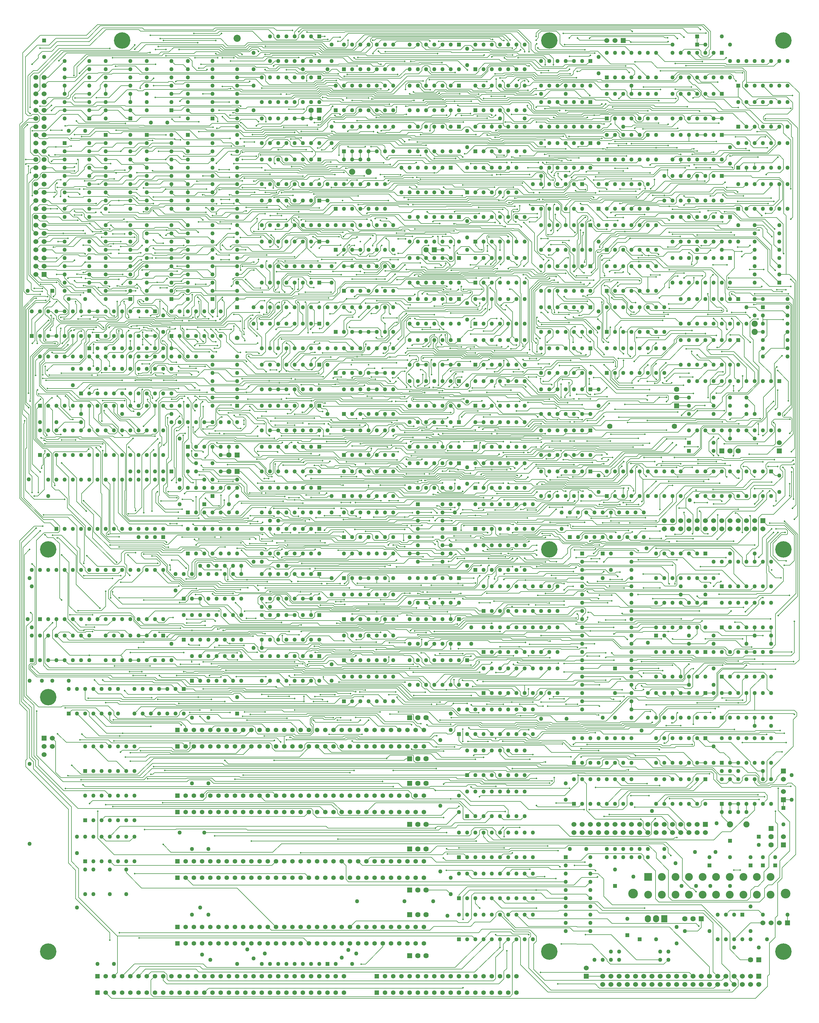
<source format=gtl>
G04*
G04  File:            MAINBOARD-V10.6.9.GTL, Tue Sep 30 23:50:21 2025*
G04  Source:          P-CAD 2006 PCB, Version 19.02.958, (D:\PCAD-2006\Projects\Pentagon-4096\Hardware\MainBoard-v10.6.9.PCB)*
G04  Format:          Gerber Format (RS-274-D), ASCII*
G04*
G04  Format Options:  Absolute Positioning*
G04                   Leading-Zero Suppression*
G04                   Scale Factor 1:1*
G04                   NO Circular Interpolation*
G04                   Inch Units*
G04                   Numeric Format: 4.4 (XXXX.XXXX)*
G04                   G54 NOT Used for Aperture Change*
G04                   Apertures Embedded*
G04*
G04  File Options:    Offset = (0.0mil,0.0mil)*
G04                   Drill Symbol Size = 80.0mil*
G04                   No Pad/Via Holes*
G04*
G04  File Contents:   Pads*
G04                   Vias*
G04                   No Designators*
G04                   No Types*
G04                   No Values*
G04                   No Drill Symbols*
G04                   Top*
G04*
%INMAINBOARD-V10.6.9.GTL*%
%ICAS*%
%MOIN*%
G04*
G04  Aperture MACROs for general use --- invoked via D-code assignment *
G04*
G04  General MACRO for flashed round with rotation and/or offset hole *
%AMROTOFFROUND*
1,1,$1,0.0000,0.0000*
1,0,$2,$3,$4*%
G04*
G04  General MACRO for flashed oval (obround) with rotation and/or offset hole *
%AMROTOFFOVAL*
21,1,$1,$2,0.0000,0.0000,$3*
1,1,$4,$5,$6*
1,1,$4,0-$5,0-$6*
1,0,$7,$8,$9*%
G04*
G04  General MACRO for flashed oval (obround) with rotation and no hole *
%AMROTOVALNOHOLE*
21,1,$1,$2,0.0000,0.0000,$3*
1,1,$4,$5,$6*
1,1,$4,0-$5,0-$6*%
G04*
G04  General MACRO for flashed rectangle with rotation and/or offset hole *
%AMROTOFFRECT*
21,1,$1,$2,0.0000,0.0000,$3*
1,0,$4,$5,$6*%
G04*
G04  General MACRO for flashed rectangle with rotation and no hole *
%AMROTRECTNOHOLE*
21,1,$1,$2,0.0000,0.0000,$3*%
G04*
G04  General MACRO for flashed rounded-rectangle *
%AMROUNDRECT*
21,1,$1,$2-$4,0.0000,0.0000,$3*
21,1,$1-$4,$2,0.0000,0.0000,$3*
1,1,$4,$5,$6*
1,1,$4,$7,$8*
1,1,$4,0-$5,0-$6*
1,1,$4,0-$7,0-$8*
1,0,$9,$10,$11*%
G04*
G04  General MACRO for flashed rounded-rectangle with rotation and no hole *
%AMROUNDRECTNOHOLE*
21,1,$1,$2-$4,0.0000,0.0000,$3*
21,1,$1-$4,$2,0.0000,0.0000,$3*
1,1,$4,$5,$6*
1,1,$4,$7,$8*
1,1,$4,0-$5,0-$6*
1,1,$4,0-$7,0-$8*%
G04*
G04  General MACRO for flashed regular polygon *
%AMREGPOLY*
5,1,$1,0.0000,0.0000,$2,$3+$4*
1,0,$5,$6,$7*%
G04*
G04  General MACRO for flashed regular polygon with no hole *
%AMREGPOLYNOHOLE*
5,1,$1,0.0000,0.0000,$2,$3+$4*%
G04*
G04  General MACRO for target *
%AMTARGET*
6,0,0,$1,$2,$3,4,$4,$5,$6*%
G04*
G04  General MACRO for mounting hole *
%AMMTHOLE*
1,1,$1,0,0*
1,0,$2,0,0*
$1=$1-$2*
$1=$1/2*
21,1,$2+$1,$3,0,0,$4*
21,1,$3,$2+$1,0,0,$4*%
G04*
G04*
G04  D10 : "Ellipse X8.0mil Y8.0mil H0.0mil 0.0deg (0.0mil,0.0mil) Draw"*
G04  Disc: OuterDia=0.0080*
%ADD10C, 0.0080*%
G04  D11 : "Ellipse X10.0mil Y10.0mil H0.0mil 0.0deg (0.0mil,0.0mil) Draw"*
G04  Disc: OuterDia=0.0100*
%ADD11C, 0.0100*%
G04  D12 : "Ellipse X15.0mil Y15.0mil H0.0mil 0.0deg (0.0mil,0.0mil) Draw"*
G04  Disc: OuterDia=0.0150*
%ADD12C, 0.0150*%
G04  D13 : "Ellipse X20.0mil Y20.0mil H0.0mil 0.0deg (0.0mil,0.0mil) Draw"*
G04  Disc: OuterDia=0.0200*
%ADD13C, 0.0200*%
G04  D14 : "Ellipse X25.0mil Y25.0mil H0.0mil 0.0deg (0.0mil,0.0mil) Draw"*
G04  Disc: OuterDia=0.0250*
%ADD14C, 0.0250*%
G04  D15 : "Ellipse X30.0mil Y30.0mil H0.0mil 0.0deg (0.0mil,0.0mil) Draw"*
G04  Disc: OuterDia=0.0300*
%ADD15C, 0.0300*%
G04  D16 : "Ellipse X40.0mil Y40.0mil H0.0mil 0.0deg (0.0mil,0.0mil) Draw"*
G04  Disc: OuterDia=0.0400*
%ADD16C, 0.0400*%
G04  D17 : "Ellipse X5.0mil Y5.0mil H0.0mil 0.0deg (0.0mil,0.0mil) Draw"*
G04  Disc: OuterDia=0.0050*
%ADD17C, 0.0050*%
G04  D18 : "Ellipse X6.0mil Y6.0mil H0.0mil 0.0deg (0.0mil,0.0mil) Draw"*
G04  Disc: OuterDia=0.0060*
%ADD18C, 0.0060*%
G04  D19 : "Ellipse X9.8mil Y9.8mil H0.0mil 0.0deg (0.0mil,0.0mil) Draw"*
G04  Disc: OuterDia=0.0098*
%ADD19C, 0.0098*%
G04  D20 : "Ellipse X110.0mil Y110.0mil H0.0mil 0.0deg (0.0mil,0.0mil) Flash"*
G04  Disc: OuterDia=0.1100*
%ADD20C, 0.1100*%
G04  D21 : "Ellipse X200.0mil Y200.0mil H0.0mil 0.0deg (0.0mil,0.0mil) Flash"*
G04  Disc: OuterDia=0.2000*
%ADD21C, 0.2000*%
G04  D22 : "Ellipse X215.0mil Y215.0mil H0.0mil 0.0deg (0.0mil,0.0mil) Flash"*
G04  Disc: OuterDia=0.2150*
%ADD22C, 0.2150*%
G04  D23 : "Ellipse X50.0mil Y50.0mil H0.0mil 0.0deg (0.0mil,0.0mil) Flash"*
G04  Disc: OuterDia=0.0500*
%ADD23C, 0.0500*%
G04  D24 : "Ellipse X56.0mil Y56.0mil H0.0mil 0.0deg (0.0mil,0.0mil) Flash"*
G04  Disc: OuterDia=0.0560*
%ADD24C, 0.0560*%
G04  D25 : "Ellipse X60.0mil Y60.0mil H0.0mil 0.0deg (0.0mil,0.0mil) Flash"*
G04  Disc: OuterDia=0.0600*
%ADD25C, 0.0600*%
G04  D26 : "Ellipse X64.0mil Y64.0mil H0.0mil 0.0deg (0.0mil,0.0mil) Flash"*
G04  Disc: OuterDia=0.0640*
%ADD26C, 0.0640*%
G04  D27 : "Ellipse X65.0mil Y65.0mil H0.0mil 0.0deg (0.0mil,0.0mil) Flash"*
G04  Disc: OuterDia=0.0650*
%ADD27C, 0.0650*%
G04  D28 : "Ellipse X71.0mil Y71.0mil H0.0mil 0.0deg (0.0mil,0.0mil) Flash"*
G04  Disc: OuterDia=0.0710*
%ADD28C, 0.0710*%
G04  D29 : "Ellipse X75.0mil Y75.0mil H0.0mil 0.0deg (0.0mil,0.0mil) Flash"*
G04  Disc: OuterDia=0.0750*
%ADD29C, 0.0750*%
G04  D30 : "Ellipse X79.0mil Y79.0mil H0.0mil 0.0deg (0.0mil,0.0mil) Flash"*
G04  Disc: OuterDia=0.0790*
%ADD30C, 0.0790*%
G04  D31 : "Ellipse X90.0mil Y90.0mil H0.0mil 0.0deg (0.0mil,0.0mil) Flash"*
G04  Disc: OuterDia=0.0900*
%ADD31C, 0.0900*%
G04  D32 : "Ellipse X95.0mil Y95.0mil H0.0mil 0.0deg (0.0mil,0.0mil) Flash"*
G04  Disc: OuterDia=0.0950*
%ADD32C, 0.0950*%
G04  D33 : "Oval X75.0mil Y87.0mil H0.0mil 0.0deg (0.0mil,0.0mil) Flash"*
G04  Obround: DimX=0.0750, DimY=0.0870, Rotation=0.0, OffsetX=0.0000, OffsetY=0.0000, HoleDia=0.0000 *
%ADD33O, 0.0750 X0.0870*%
G04  D34 : "Oval X90.0mil Y102.0mil H0.0mil 0.0deg (0.0mil,0.0mil) Flash"*
G04  Obround: DimX=0.0900, DimY=0.1020, Rotation=0.0, OffsetX=0.0000, OffsetY=0.0000, HoleDia=0.0000 *
%ADD34O, 0.0900 X0.1020*%
G04  D35 : "Rectangle X110.0mil Y110.0mil H0.0mil 0.0deg (0.0mil,0.0mil) Flash"*
G04  Square: Side=0.1100, Rotation=0.0, OffsetX=0.0000, OffsetY=0.0000, HoleDia=0.0000*
%ADD35R, 0.1100 X0.1100*%
G04  D36 : "Rectangle X50.0mil Y50.0mil H0.0mil 0.0deg (0.0mil,0.0mil) Flash"*
G04  Square: Side=0.0500, Rotation=0.0, OffsetX=0.0000, OffsetY=0.0000, HoleDia=0.0000*
%ADD36R, 0.0500 X0.0500*%
G04  D37 : "Rectangle X56.0mil Y56.0mil H0.0mil 0.0deg (0.0mil,0.0mil) Flash"*
G04  Square: Side=0.0560, Rotation=0.0, OffsetX=0.0000, OffsetY=0.0000, HoleDia=0.0000*
%ADD37R, 0.0560 X0.0560*%
G04  D38 : "Rectangle X60.0mil Y60.0mil H0.0mil 0.0deg (0.0mil,0.0mil) Flash"*
G04  Square: Side=0.0600, Rotation=0.0, OffsetX=0.0000, OffsetY=0.0000, HoleDia=0.0000*
%ADD38R, 0.0600 X0.0600*%
G04  D39 : "Rectangle X64.0mil Y64.0mil H0.0mil 0.0deg (0.0mil,0.0mil) Flash"*
G04  Square: Side=0.0640, Rotation=0.0, OffsetX=0.0000, OffsetY=0.0000, HoleDia=0.0000*
%ADD39R, 0.0640 X0.0640*%
G04  D40 : "Rectangle X65.0mil Y65.0mil H0.0mil 0.0deg (0.0mil,0.0mil) Flash"*
G04  Square: Side=0.0650, Rotation=0.0, OffsetX=0.0000, OffsetY=0.0000, HoleDia=0.0000*
%ADD40R, 0.0650 X0.0650*%
G04  D41 : "Rectangle X71.0mil Y71.0mil H0.0mil 0.0deg (0.0mil,0.0mil) Flash"*
G04  Square: Side=0.0710, Rotation=0.0, OffsetX=0.0000, OffsetY=0.0000, HoleDia=0.0000*
%ADD41R, 0.0710 X0.0710*%
G04  D42 : "Rectangle X75.0mil Y75.0mil H0.0mil 0.0deg (0.0mil,0.0mil) Flash"*
G04  Square: Side=0.0750, Rotation=0.0, OffsetX=0.0000, OffsetY=0.0000, HoleDia=0.0000*
%ADD42R, 0.0750 X0.0750*%
G04  D43 : "Rectangle X75.0mil Y87.0mil H0.0mil 0.0deg (0.0mil,0.0mil) Flash"*
G04  Rectangular: DimX=0.0750, DimY=0.0870, Rotation=0.0, OffsetX=0.0000, OffsetY=0.0000, HoleDia=0.0000 *
%ADD43R, 0.0750 X0.0870*%
G04  D44 : "Rectangle X79.0mil Y79.0mil H0.0mil 0.0deg (0.0mil,0.0mil) Flash"*
G04  Square: Side=0.0790, Rotation=0.0, OffsetX=0.0000, OffsetY=0.0000, HoleDia=0.0000*
%ADD44R, 0.0790 X0.0790*%
G04  D45 : "Rectangle X90.0mil Y102.0mil H0.0mil 0.0deg (0.0mil,0.0mil) Flash"*
G04  Rectangular: DimX=0.0900, DimY=0.1020, Rotation=0.0, OffsetX=0.0000, OffsetY=0.0000, HoleDia=0.0000 *
%ADD45R, 0.0900 X0.1020*%
G04  D46 : "Rectangle X95.0mil Y95.0mil H0.0mil 0.0deg (0.0mil,0.0mil) Flash"*
G04  Square: Side=0.0950, Rotation=0.0, OffsetX=0.0000, OffsetY=0.0000, HoleDia=0.0000*
%ADD46R, 0.0950 X0.0950*%
G04  D47 : "Ellipse X102.0mil Y102.0mil H0.0mil 0.0deg (0.0mil,0.0mil) Flash"*
G04  Disc: OuterDia=0.1020*
%ADD47C, 0.1020*%
G04  D48 : "Ellipse X118.0mil Y118.0mil H0.0mil 0.0deg (0.0mil,0.0mil) Flash"*
G04  Disc: OuterDia=0.1180*
%ADD48C, 0.1180*%
G04  D49 : "Ellipse X133.0mil Y133.0mil H0.0mil 0.0deg (0.0mil,0.0mil) Flash"*
G04  Disc: OuterDia=0.1330*
%ADD49C, 0.1330*%
G04  D50 : "Ellipse X20.0mil Y20.0mil H0.0mil 0.0deg (0.0mil,0.0mil) Flash"*
G04  Disc: OuterDia=0.0200*
%ADD50C, 0.0200*%
G04  D51 : "Ellipse X35.0mil Y35.0mil H0.0mil 0.0deg (0.0mil,0.0mil) Flash"*
G04  Disc: OuterDia=0.0350*
%ADD51C, 0.0350*%
G04  D52 : "Ellipse X55.0mil Y55.0mil H0.0mil 0.0deg (0.0mil,0.0mil) Flash"*
G04  Disc: OuterDia=0.0550*
%ADD52C, 0.0550*%
G04  D53 : "Ellipse X70.0mil Y70.0mil H0.0mil 0.0deg (0.0mil,0.0mil) Flash"*
G04  Disc: OuterDia=0.0700*
%ADD53C, 0.0700*%
G04  D54 : "Ellipse X87.0mil Y87.0mil H0.0mil 0.0deg (0.0mil,0.0mil) Flash"*
G04  Disc: OuterDia=0.0870*
%ADD54C, 0.0870*%
G04*
%FSLAX44Y44*%
%SFA1B1*%
%OFA0.0000B0.0000*%
G04*
G70*
G90*
G01*
D2*
%LNTop*%
D10*
X101440Y129960*
X101280Y129800D1*
Y129040*
X101720Y136000D2*
X100760Y136960D1*
X100560Y136680D2*
X101440Y135800D1*
X101680Y141400D2*
X101880Y141600D1*
X101760Y155480D2*
X101120Y154840D1*
X101240Y167720D2*
X101400Y167880D1*
X101160Y170920D2*
X101040Y170800D1*
X101880Y172880D2*
X101360Y173400D1*
X101400Y171440D2*
X100880Y171960D1*
X101640Y172760D2*
X101200Y173200D1*
X101040Y172520D2*
X101680Y171880D1*
X101840Y173840D2*
X101800Y173800D1*
Y173560*
X101400Y186560D2*
X101040Y186920D1*
X101600Y201280D2*
X101440Y201120D1*
X101600Y202200D2*
Y201280D1*
X101840Y201400D2*
Y201800D1*
X101320Y202480D2*
X101280Y202440D1*
X101680Y208000D2*
X100720Y207040D1*
X101560Y208320D2*
X101240Y208640D1*
X101920Y208320D2*
X101560D1*
Y208840D2*
X101800Y208600D1*
X100560Y207280D2*
X100920Y207640D1*
X102280Y130360D2*
X102800Y129840D1*
Y129200*
X102480Y129080D2*
Y129760D1*
X104500Y132500D2*
X104920Y132080D1*
X102320Y141600D2*
X102400Y141680D1*
X102585Y141600D2*
X102425Y141440D1*
X103600Y141640D2*
X104180Y141060D1*
X104560Y146560D2*
X103440Y145440D1*
X104000Y145000D2*
X103600Y144600D1*
X104560Y144680D2*
Y145640D1*
X102400Y153360D2*
X102040Y153720D1*
X103360Y158320D2*
X102320D1*
X104280Y158720D2*
X103560D1*
X103520Y157520D2*
X102585Y156585D1*
X103940Y156940D2*
X104660D1*
X103600Y157280D2*
X103940Y156940D1*
X103440Y159120D2*
X104600D1*
X102800Y162440D2*
Y164280D1*
X102040Y164400D2*
Y162440D1*
X104800Y163520D2*
Y163280D1*
X104600Y163720D2*
X104800Y163520D1*
X104880Y162720D2*
X104440Y163160D1*
X103560Y166560D2*
X104000Y167000D1*
X104800Y167400D2*
X104600Y167200D1*
X103400Y165840D2*
Y167040D1*
X103200Y165640D2*
X103400Y165840D1*
X103200Y165400D2*
Y165640D1*
X104440Y167200D2*
X103880Y167760D1*
X103400*
X103600Y167240D2*
Y167480D1*
X103400Y167040D2*
X103600Y167240D1*
X102600Y169040D2*
X103520Y168120D1*
X103160Y169080D2*
X103200Y169040D1*
X103840Y169480D2*
Y169400D1*
Y169480D2*
X103600Y169720D1*
Y168800D2*
X103520D1*
X103800Y168600D2*
X103600Y168800D1*
X103640Y169040D2*
X103800Y168880D1*
X103200Y169040D2*
X103640D1*
X103760Y169160D2*
X104880D1*
X103400Y169520D2*
X103760Y169160D1*
X103000Y173000D2*
X102600Y172600D1*
X104000Y173000D2*
X104560Y172440D1*
X102440Y173160D2*
X103080Y173800D1*
X103840Y174840D2*
X103120Y175560D1*
X102760Y174200D2*
X103000D1*
X102600Y174360D2*
X102760Y174200D1*
X103760Y174640D2*
X102960Y175440D1*
X104040Y176480D2*
X103640Y176880D1*
X102600Y174800D2*
Y174360D1*
X102720Y174920D2*
X102600Y174800D1*
X103000Y179000D2*
X102480Y178480D1*
X103560Y179120D2*
X104160Y179720D1*
X103560Y178440D2*
Y179120D1*
X103120Y178000D2*
X103560Y178440D1*
X102960Y178200D2*
X103400Y178640D1*
Y179200*
X104080Y179880*
X104600Y179400D2*
X104480Y179480D1*
X103360Y177920D2*
X103680Y178240D1*
X104600Y178000D2*
X103880Y177280D1*
X103600Y181160D2*
X103760Y181000D1*
X103600Y182120D2*
Y181160D1*
X102600Y180920D2*
Y181960D1*
X102680Y180840D2*
X102600Y180920D1*
X102680Y180600D2*
Y180840D1*
X104600Y180760D2*
X104680Y180840D1*
X104280Y182440D2*
X104600Y182760D1*
X104280Y182200D2*
Y182440D1*
X102400Y180950D2*
X102080Y180600D1*
X103720Y181000D2*
X103760D1*
X103360Y180600D2*
X103000Y180960D1*
Y181500*
X103440Y180920D2*
X103600Y180760D1*
X104600*
X103440Y182320D2*
Y180920D1*
X104840Y180600D2*
X103360D1*
X102520Y185840D2*
X103720D1*
X102400Y183120D2*
X103400Y184120D1*
X102540Y184040D2*
X102520D1*
X103000Y184500D2*
X102540Y184040D1*
X102480Y185560D2*
X103760D1*
X104000Y184500D2*
X104380D1*
X104680Y183400D2*
Y183640D1*
X104600Y183320D2*
X104680Y183400D1*
X104360Y184000D2*
X104440Y183920D1*
X103400Y184880D2*
X104200Y185680D1*
X103400Y184120D2*
Y184880D1*
X103920Y185040D2*
X103600Y184720D1*
Y184160*
X104400Y185040D2*
X103920D1*
X103880Y183960D2*
X104280Y183560D1*
X103800Y183960D2*
X103880D1*
X103600Y184160D2*
X103800Y183960D1*
X104280Y183560D2*
Y183160D1*
X104400Y187800D2*
X104920Y187280D1*
X103080Y187800D2*
X104400D1*
X102320Y187280D2*
X103320D1*
X102320Y186080D2*
X102560D1*
X103680Y186320D2*
X102320D1*
X103720Y186280D2*
X103680Y186320D1*
X103960Y186280D2*
X103720D1*
X103360Y187560D2*
X103000D1*
X103920Y187000D2*
X103360Y187560D1*
X103920Y186640D2*
Y187000D1*
X104200Y186360D2*
X103920Y186640D1*
X102200Y186920D2*
X103280D1*
X104920Y187280D2*
Y186560D1*
X104640Y186280*
X104360Y186860D2*
X104500Y187000D1*
X104360Y186240D2*
Y186860D1*
X102940Y189560D2*
X102500Y190000D1*
X102980Y190520D2*
X102500Y191000D1*
X104200Y193000D2*
X103500D1*
X104600Y193400D2*
X104200Y193000D1*
X103020Y193520D2*
X102500Y193000D1*
X103840Y193520D2*
X103020D1*
X104080Y193760D2*
X103840Y193520D1*
X102080Y194420D2*
X102500Y194000D1*
X103880Y194480D2*
X103020D1*
X104040Y194320D2*
X103880Y194480D1*
X104640Y192320D2*
X104880D1*
X104320Y197000D2*
X103500D1*
X102280Y196440D2*
X102080Y196240D1*
X103020Y195480D2*
X102500Y196000D1*
X103840Y195480D2*
X103020D1*
X104120Y195200D2*
X103840Y195480D1*
X102500Y197000D2*
X102980Y197480D1*
X103920*
X104000Y197400*
X103500Y199000D2*
X104840D1*
X103040Y200880D2*
X102640Y200480D1*
X102360*
X102080Y200200*
Y198600*
X104880Y199320D2*
Y199920D1*
X102980Y199480D2*
X102500Y199000D1*
X104040Y199480D2*
X102980D1*
X104400Y202760D2*
X104640Y203000D1*
X104520Y202000D2*
X103500D1*
X104920Y201600D2*
X104520Y202000D1*
X103320Y201440D2*
X103040Y201160D1*
X102040Y202000D2*
X102500D1*
X104020Y202780D2*
Y203180D1*
X102760Y203480D2*
X103000Y203240D1*
Y202800*
X102680Y202480*
X102240Y203480D2*
X102760D1*
X104020Y203180D2*
X103780Y203420D1*
X103260*
X104280Y203320D2*
X104080Y203520D1*
X104320Y202480D2*
X104020Y202780D1*
X102980Y205520D2*
X102500Y206000D1*
X103920Y205520D2*
X102980D1*
X104040Y205640D2*
X103920Y205520D1*
X102080Y206480D2*
X103760D1*
X102720Y208480D2*
X102080D1*
X102960Y208240D2*
X102720Y208480D1*
Y207520D2*
X102960Y207760D1*
Y208240*
X102640Y209000D2*
X102500D1*
X103160Y208480D2*
X102640Y209000D1*
X104880Y208480D2*
X103160D1*
X103000Y209480D2*
X103760D1*
Y208960D2*
X103500Y209000D1*
X104880Y209440D2*
X104400Y208960D1*
Y209600D2*
X103760Y208960D1*
X103000Y211500D2*
X102500Y211000D1*
X104000Y212500D2*
X103500Y212000D1*
X102040Y214600D2*
X102800Y215360D1*
Y215680*
X102680Y213840D2*
X102200D1*
X102840Y213540D2*
X102260D1*
X103280Y216160D2*
X104440D1*
X102680Y216920D2*
X104120D1*
X104280Y216560D2*
X103000D1*
X106440Y127880D2*
X106400Y127920D1*
X105600Y136280D2*
X105760Y136440D1*
X106920Y135920D2*
X106500Y135500D1*
X106000Y142000D2*
X106480Y141520D1*
X106560Y145440D2*
X107000Y145000D1*
X105440Y145440D2*
X106560D1*
Y144440D2*
X106000Y145000D1*
X105400Y149560D2*
X105640Y149320D1*
X107440Y147760D2*
X106560Y148640D1*
Y153920D2*
X105640Y154840D1*
X107880Y155560D2*
Y153880D1*
X107520Y155920D2*
X107880Y155560D1*
X105400Y157720D2*
X105200Y157520D1*
X105400Y158320D2*
Y157720D1*
X105120Y156880D2*
X105280D1*
X106360Y160560D2*
Y161680D1*
X106500Y162060D2*
Y164300D1*
X105640Y168840D2*
X107360D1*
X107680Y169080D2*
X107840Y168920D1*
X105400Y169080D2*
X107680D1*
X105200Y168880D2*
X105400Y169080D1*
X106560Y172920D2*
X106640Y172840D1*
X106560Y173760D2*
Y172920D1*
X106880Y171560D2*
X105560Y172880D1*
X106680Y171320D2*
X107000D1*
X106640Y172840D2*
Y172520D1*
X105560Y172880D2*
Y173760D1*
X106440Y179000D2*
X106000D1*
X106200Y179840D2*
X106280D1*
X106080Y179720D2*
X106200Y179840D1*
X105480Y180560D2*
Y182040D1*
X105120Y180200D2*
X105480Y180560D1*
X107560Y180880D2*
Y181800D1*
X107000Y180560D2*
Y181500D1*
X106000Y182480D2*
Y181500D1*
X106400Y181280D2*
X105720Y180600D1*
X105040Y180840D2*
X105200Y180680D1*
Y180520*
X105040Y180360*
X106560Y181920D2*
X106800Y182160D1*
X106400Y182120D2*
Y181280D1*
X106840Y182560D2*
X106400Y182120D1*
X107560Y181800D2*
X107840Y182080D1*
X106320Y182800D2*
X106000Y182480D1*
X107160Y182200D2*
X107320Y182360D1*
X105480Y182040D2*
X105560Y182120D1*
Y182440*
X106400Y180400D2*
Y180440D1*
X106560Y181000D2*
Y181920D1*
X105600Y180040D2*
X106560Y181000D1*
Y184200D2*
Y185360D1*
X106160Y183800D2*
X106560Y184200D1*
X107360Y185680D2*
Y185440D1*
X106400Y184320D2*
Y184640D1*
X105560Y183760D2*
X105600Y183800D1*
X106160*
X105240Y183640D2*
Y183880D1*
X105440Y184080*
X105560Y183320D2*
X105240Y183640D1*
X105440Y184080D2*
X106160D1*
X106400Y184320*
X107480Y185320D2*
Y184360D1*
X106680Y183560*
X107360Y185440D2*
X107480Y185320D1*
X106680Y183560D2*
X105960D1*
X105920Y186280D2*
X106120Y186480D1*
X105560Y188120D2*
X105200Y188480D1*
X105560Y187880D2*
Y188120D1*
X105880Y187560D2*
X105560Y187880D1*
X106720Y187560D2*
X105880D1*
X107280Y187000D2*
X106720Y187560D1*
X105360Y188080D2*
X105160Y188280D1*
X105360Y187800D2*
Y188080D1*
X105760Y187400D2*
X105360Y187800D1*
X106200Y187400D2*
X105760D1*
X106840Y186760D2*
X106200Y187400D1*
X107440Y188000D2*
X107200Y188240D1*
X106520Y188640D2*
X106400Y188520D1*
X106720Y187840D2*
X106960D1*
X107400Y187400*
X106000Y188560D2*
X106720Y187840D1*
X107760Y189040D2*
X107520D1*
X107680Y191400D2*
X105840D1*
X107840Y191240D2*
X107680Y191400D1*
X105800Y190520D2*
X105280Y190000D1*
X107200Y190720D2*
X107000Y190520D1*
X105800*
X105200Y193000D2*
X106000D1*
X106440Y192560D2*
X107440Y193560D1*
X105760Y195600D2*
X105360Y196000D1*
X107600Y195600D2*
X105760D1*
X106400Y197400D2*
X106000Y197000D1*
X107040Y196000D2*
X106600Y196440D1*
X107560Y196000D2*
X107040D1*
X105040Y197400D2*
X105840Y196600D1*
X106640*
X107360Y196560D2*
X107200Y196720D1*
X106640Y196600D2*
X107000Y196960D1*
X105760Y199400D2*
X105560Y199200D1*
X107840Y199400D2*
X105760D1*
X106625Y200625D2*
X106000Y200000D1*
X105080Y198800D2*
Y199120D1*
X107120Y199600D2*
X107200Y199680D1*
X105120Y199600D2*
X107120D1*
X107600Y199000D2*
X107840Y198760D1*
X107600Y199000D2*
X106000D1*
X105560Y198520D2*
X105520Y198480D1*
X105560Y199200D2*
Y198520D1*
X106560Y198400D2*
X106480Y198480D1*
X105560Y200520D2*
X105080D1*
X105440Y203400D2*
X105360Y203320D1*
X107600Y203000D2*
X107680Y202920D1*
X107120Y202000D2*
X107200Y202080D1*
X107120Y202000D2*
X106000D1*
X107680Y201640D2*
X107360Y201320D1*
X107680Y202920D2*
Y201640D1*
X107360Y201320D2*
X106800D1*
X106680Y201440*
X106720Y205320D2*
X106400Y205640D1*
X107800Y205320D2*
X106720D1*
X107880Y205400D2*
X107800Y205320D1*
X106560Y204640D2*
X106800D1*
X106440Y204520D2*
X106560Y204640D1*
X107720Y207400D2*
X107440Y207680D1*
X106320Y207080D2*
X106080D1*
X106400Y207160D2*
X106320Y207080D1*
X106000Y209000D2*
X105400D1*
X105760Y208480D2*
X107640D1*
X106000Y211000D2*
Y212000D1*
X106980Y210280D2*
Y210640D1*
X107320Y210980*
Y211000*
X106740Y210620D2*
X106520Y210400D1*
X106740Y210820D2*
Y210620D1*
X106480Y210800D2*
X106240Y210560D1*
X106480Y211160D2*
Y210800D1*
X107160Y214320D2*
Y213240D1*
X107500Y214260D2*
Y213180D1*
X109400Y124880D2*
X109040Y124520D1*
X108480Y126600D2*
X108240Y126840D1*
X108600Y132520D2*
X108120Y133000D1*
X108500Y137240D2*
X108650Y137090D1*
X110500Y135500D2*
X109800Y136200D1*
X109000Y135640D2*
X108720Y135920D1*
X109000Y135200D2*
Y135640D1*
X110840Y139400D2*
X110640Y139600D1*
X110200Y139000D2*
X109640Y139600D1*
X108480Y145760D2*
X108360Y145640D1*
X109520Y145760D2*
X108480D1*
X109640Y145640D2*
X109520Y145760D1*
X109400Y145480D2*
X108640D1*
X108560Y145400*
X108520Y152920D2*
X108880Y152560D1*
X110000Y153440D2*
X108720Y154720D1*
X108360Y154040D2*
X108400Y154080D1*
X108360Y153800D2*
Y154040D1*
X109400Y156880D2*
Y158160D1*
X108560Y157240D2*
Y158360D1*
X108320Y161440D2*
X110400Y159360D1*
X109560Y159720D2*
X108080Y161200D1*
X110400Y162400D2*
X110560Y162240D1*
X108080Y162280D2*
X109480Y163680D1*
X110640Y167160D2*
X110600Y167120D1*
X109840Y167880D2*
X110400Y167320D1*
X108640Y167400D2*
X108960Y167720D1*
X110640Y167520D2*
Y167160D1*
X109440Y170000D2*
X110160Y169280D1*
X109440Y170240D2*
Y170000D1*
X109000Y170680D2*
X109440Y170240D1*
X108440Y171160D2*
X108040Y171560D1*
X109560Y173000D2*
X109040Y173520D1*
X109560Y171520D2*
Y173000D1*
X110560Y173120D2*
X110840Y173400D1*
X110560Y171120D2*
Y173120D1*
X110800Y172160D2*
Y172400D1*
X110160Y171160D2*
Y171880D1*
X110400Y172120*
Y173160*
X109880Y173680*
X109760Y175000D2*
X110000D1*
X109560Y174800D2*
X109760Y175000D1*
X109560Y174660D2*
Y174800D1*
X109400Y174500D2*
X109560Y174660D1*
X109000Y174500D2*
X109400D1*
X109360Y175440D2*
X109000Y175080D1*
Y179000D2*
X109520Y178480D1*
Y177840*
X110000Y179000D2*
X110480Y178520D1*
Y177360*
X108400Y181240D2*
X108040Y180880D1*
Y180600*
X109000Y180840D2*
X108600Y180440D1*
X109000Y181500D2*
Y180840D1*
X108600Y182000D2*
X108880Y182280D1*
X108600Y180800D2*
Y182000D1*
X108880Y182280D2*
X109560D1*
X108400Y180600D2*
X108600Y180800D1*
X108160Y182360D2*
X108400Y182120D1*
Y181240*
X110720Y181920D2*
X109400D1*
X110840Y182280D2*
X110600D1*
X110080Y182800*
X109560Y180480D2*
Y180440D1*
X109520Y180400*
X109000Y180320D2*
X109440Y180760D1*
X109720D2*
X109800Y180680D1*
X109440Y180760D2*
X109720D1*
X109960Y180960D2*
X110040Y180880D1*
X110000Y181500D2*
Y181440D1*
X110360Y181080*
X110000Y184500D2*
X109000D1*
X108200Y184040D2*
X108040Y183880D1*
X110080Y183160D2*
X110200Y183280D1*
X110800Y183800D2*
X109560D1*
X110080Y183560D2*
X109840Y183320D1*
X110320Y188000D2*
X110720Y187600D1*
X109000Y188000D2*
X110320D1*
X109400Y187400D2*
X110360Y186440D1*
X108560Y187640D2*
X108320D1*
X108640Y187560D2*
X108560Y187640D1*
X109680Y187560D2*
X108640D1*
X109880Y187360D2*
X109680Y187560D1*
X109880Y187320D2*
Y187360D1*
X110600Y186600D2*
X109880Y187320D1*
X108560Y188480D2*
X109160D1*
X109240Y188400*
X108680Y189400D2*
X108520Y189240D1*
X108280*
X108040Y190000D2*
X108520Y190480D1*
Y191480D2*
X108400Y191600D1*
X109680Y191480D2*
X108880D1*
X109760Y191400D2*
X109680Y191480D1*
X108880D2*
X108640Y191240D1*
X109880Y193560D2*
X110840Y192600D1*
X109080Y192560D2*
X108280D1*
X110600Y194480D2*
X110705Y194375D1*
X109800Y194480D2*
X110600D1*
X109240Y193400D2*
X110200Y192440D1*
X108080Y193400D2*
X109240D1*
X110400Y194200D2*
X110440Y194240D1*
X109400Y194200D2*
X110400D1*
X110700Y194640D2*
X110440D1*
X110780Y194560D2*
X110700Y194640D1*
X109800Y194000D2*
X109560Y193760D1*
X110760Y196240D2*
X110440Y196560D1*
X109600Y197640D2*
X109840D1*
X109560Y197600D2*
X109600Y197640D1*
X109000Y197000D2*
X110280D1*
X109640Y195440D2*
X108120D1*
X110280Y197000D2*
X110800Y197520D1*
X108420Y196340D2*
X108200Y196560D1*
X108420Y196020D2*
Y196340D1*
X108840Y195600D2*
X108420Y196020D1*
X108680Y196480D2*
X109720D1*
X109800Y196560*
X108200Y196960D2*
X108680Y196480D1*
X108440Y200400D2*
X109760D1*
X108640Y199680D2*
X108720Y199600D1*
X108360Y198480D2*
X108280Y198400D1*
X109760Y200400D2*
X109920Y200560D1*
X110120Y200000D2*
X109000D1*
X110320D2*
X110720Y200400D1*
X110120Y200000D2*
X110320D1*
X109400Y201600D2*
X109000Y202000D1*
X109240Y202440D2*
X108800D1*
X109680Y202000D2*
X109240Y202440D1*
X110560Y202480D2*
X109640Y203400D1*
X110200Y203560D2*
X110280Y203480D1*
X108400Y202040D2*
Y201800D1*
X108800Y202440D2*
X108400Y202040D1*
X109160Y205800D2*
X109800Y206440D1*
X108080Y205800D2*
X109160D1*
X108960Y206040D2*
X109720Y206800D1*
X109800Y205000D2*
X109360Y204560D1*
X108600*
X109000Y209000D2*
X110160D1*
X110560Y209400*
X109400Y208400D2*
X110400D1*
X109000Y208000D2*
X109400Y208400D1*
X109840Y209440D2*
X109960Y209560D1*
X110340Y212060D2*
Y211620D1*
X110760Y212480D2*
X110340Y212060D1*
Y211620D2*
X109200Y210480D1*
X109800Y212480D2*
X108400D1*
X109000Y214000D2*
X108760D1*
X110120Y213560D2*
X110060Y213500D1*
X108820*
X108980Y217340D2*
X108960Y217360D1*
X112000Y103500D2*
X112440Y103940D1*
Y108400D2*
Y108360D1*
X113500Y116500D2*
Y116120D1*
X111540Y117500D2*
X111500D1*
X112760Y121760D2*
X111500Y120500D1*
X112320Y129680D2*
X111320D1*
X113068Y131040D2*
X113056Y131027D1*
X112800Y130800*
X111760Y134480D2*
X111500Y134740D1*
X113080Y133080D2*
X111120D1*
X113320Y137440D2*
X112880Y137880D1*
X113040Y137200D2*
X112880Y137360D1*
X112670Y137090D2*
X112800Y136960D1*
X112640Y136640D2*
X112440Y136840D1*
X111320Y136440D2*
X112000Y135760D1*
Y135320*
X111600Y140160D2*
X111860Y139900D1*
X111600Y139680D2*
X111320Y139960D1*
X113000Y142440D2*
Y142000D1*
X112840Y142600D2*
X113000Y142440D1*
X113520Y143280D2*
X112840Y142600D1*
X112560Y145440D2*
X113000Y145000D1*
X111440Y145440D2*
X112560D1*
Y148320D2*
X111360Y149520D1*
X112120Y150920D2*
X111600Y150400D1*
X112920Y151840D2*
X113400Y152320D1*
X111360Y150520D2*
X112680Y151840D1*
X112920*
X113400Y153240D2*
X113200Y153440D1*
X112920Y154080D2*
X112520Y153680D1*
X112120*
X113280Y155360D2*
X112920Y155000D1*
Y154080*
X113480Y155080D2*
X113320Y154920D1*
Y153800*
X113580Y153540*
X112440Y157960D2*
X112840Y157560D1*
X112440Y158240D2*
Y157960D1*
X112000Y158680D2*
X112440Y158240D1*
X111080Y157200D2*
X111240Y157040D1*
X112640*
X111560Y157400D2*
X111480Y157320D1*
X111320*
X111400Y157760D2*
X111080Y157440D1*
Y157200*
X113520Y161480D2*
X113560Y161520D1*
X113520Y159760D2*
Y161480D1*
X113720Y159560D2*
X113520Y159760D1*
X113400Y162680D2*
X113360Y162640D1*
X112000Y170000D2*
X111440Y170560D1*
X113000Y170000D2*
X113400D1*
X112400Y170160D2*
X111800Y170760D1*
X111920Y169280D2*
X112080Y169120D1*
X113880*
X112560Y169840D2*
Y170400D1*
X113040Y169360D2*
X112560Y169840D1*
X112400Y169800D2*
Y170160D1*
X111440Y169560D2*
X112160D1*
X112400Y169800*
X112440Y172000D2*
X112840Y171600D1*
X112440Y173120D2*
Y172000D1*
X112160Y173400D2*
X112440Y173120D1*
X113560Y173720D2*
X113400Y173880D1*
X113560Y172880D2*
Y173720D1*
X111560Y172440D2*
Y172360D1*
X112760Y171160*
X112000Y173000D2*
Y172160D1*
X112800Y171360*
X113880*
X112760Y171160D2*
X113520D1*
X112540Y175040D2*
X113400D1*
X112000Y174500D2*
X112540Y175040D1*
X113140Y174500D2*
X113000D1*
X113560Y179160D2*
Y177440D1*
X113160Y177040*
X111940Y179500D2*
X111960Y179480D1*
X113520Y179880D2*
X113120Y179480D1*
X111960*
X111480*
Y177840D2*
Y178360D1*
X113040Y181540D2*
X113000Y181500D1*
X111160Y182640D2*
Y182360D1*
X112400Y181800D2*
X112320Y181880D1*
X112400Y181240D2*
Y181800D1*
X113560Y182920D2*
X111440D1*
X111160Y182640*
X111600Y182720D2*
X113680D1*
X111400Y182520D2*
X111600Y182720D1*
X111540Y181940D2*
X112160Y182560D1*
X113800*
X112320Y182240D2*
X112440Y182360D1*
X112880*
X113040Y182200*
X112320Y181880D2*
Y182240D1*
X113040Y182200D2*
Y181540D1*
X112600Y181120D2*
Y182120D1*
X111440Y180440D2*
X111920D1*
X112600Y181120*
X111840Y180680D2*
X112400Y181240D1*
X112000Y181320D2*
Y181500D1*
X111560Y180880D2*
X112000Y181320D1*
X111540Y181340D2*
Y181940D1*
X111280Y181080D2*
X111540Y181340D1*
X113800Y182160D2*
X113520Y181880D1*
X113600Y184200D2*
Y184760D1*
X113800Y184000D2*
X113600Y184200D1*
X113800Y183760D2*
Y184000D1*
X113240Y185440D2*
Y185680D1*
X113400Y185280D2*
X113240Y185440D1*
X113400Y183840D2*
Y185280D1*
X112800Y185600D2*
Y185320D1*
X112560Y185080*
X113720Y183520D2*
X113400Y183840D1*
X112400Y185680D2*
Y183920D1*
X112160Y183680*
X111400*
X111040Y184040*
X111840Y183920D2*
X112040D1*
X113000Y183840D2*
Y184500D1*
X112440Y183280D2*
X113000Y183840D1*
X112560Y183720D2*
X112320Y183480D1*
X112560Y185080D2*
Y183720D1*
X112320Y183480D2*
X111120D1*
X111500Y184260D2*
X111840Y183920D1*
X111500Y184700D2*
Y184260D1*
X113520Y183320D2*
X113320Y183120D1*
X111320*
X113520Y188760D2*
X113680Y188600D1*
X111480Y188760D2*
X113520D1*
X111320Y188600D2*
X111480Y188760D1*
X112640Y187600D2*
X112400D1*
X112720Y187520D2*
X112640Y187600D1*
X113400Y187520D2*
X112720D1*
X113440Y187560D2*
X113400Y187520D1*
X113000Y187760D2*
X113640Y188400D1*
X113600Y187400D2*
X113520Y187320D1*
X111840D2*
X111720Y187200D1*
X111400*
X113520Y187320D2*
X111840D1*
X111400Y187200D2*
X111200Y187400D1*
X111400Y187600D2*
X111480Y187520D1*
X111640Y191000D2*
X111240Y191400D1*
X111880Y193920D2*
X113320D1*
X111275Y194375D2*
X111400Y194250D1*
X111520Y194520D2*
X111480Y194560D1*
X111400Y194250D2*
X111690D1*
X111880Y194440*
X111320Y192600D2*
X111440Y192720D1*
X113520D2*
X113680Y192560D1*
X111440Y192720D2*
X111960D1*
X113520*
X113120Y195640D2*
X113080Y195600D1*
X113600Y195400D2*
X111400D1*
X113240Y195720D2*
X113120Y195640D1*
X113280Y197520D2*
X113200Y197440D1*
X111520*
X111280Y198400D2*
X111200Y198480D1*
X111320Y200560D2*
X111400Y200640D1*
X112040*
X113520Y200480D2*
X113040Y200000D1*
X112120Y201680D2*
X112040Y201600D1*
X112360Y203000D2*
X112960Y202400D1*
X113360Y201680D2*
X112120D1*
X112280Y201440D2*
X113720D1*
X112280Y201360D2*
Y201440D1*
X112880Y206160D2*
X113120Y206400D1*
X111560Y206160D2*
X112880D1*
X111280Y206440D2*
X111560Y206160D1*
X113760Y206800D2*
X113840Y206720D1*
X112360Y205000D2*
X111840Y204480D1*
X113520Y208000D2*
X112520Y209000D1*
X111400Y207560D2*
X111465Y207625D1*
X112880Y209400D2*
X113280Y209000D1*
X113360Y209560D2*
X113440Y209480D1*
X111400Y210520D2*
X112880Y212000D1*
X112440Y214360D2*
X112480Y214400D1*
X112200Y214360D2*
X112440D1*
X111840Y214000D2*
X111400Y213560D1*
X111840Y213480D2*
X111760Y213400D1*
X111920Y214600D2*
X111820Y214500D1*
X116800Y101000D2*
X116520Y101280D1*
X115860Y104360D2*
X115000Y103500D1*
X116540Y104040D2*
X116000Y103500D1*
X116760Y128080D2*
X116520D1*
X116080Y127840D2*
X115680Y127440D1*
X115520Y127680D2*
X116640Y128800D1*
X115920Y129680D2*
X116440Y130200D1*
X116200Y130480D2*
X115920Y130200D1*
X115160Y131360D2*
X114840Y131040D1*
X115920Y135080D2*
X115500Y135500D1*
X114500D2*
X115320Y136320D1*
X116880Y139240D2*
X116720Y139400D1*
X114360Y140120D2*
X115880D1*
X116440Y142440D2*
X116000Y142000D1*
Y145000D2*
X115000D1*
X116000D2*
X116640Y145640D1*
X114400Y146800D2*
X115320Y145880D1*
X115240Y146200D2*
X114560Y146880D1*
X114120Y147440D2*
X114400Y147160D1*
X114560Y147240D2*
X114040Y147760D1*
X115560Y152840D2*
X114200Y151480D1*
X115480Y155160D2*
X115360Y155040D1*
Y154720*
X115740Y154340*
X115800Y153480D2*
X115560Y153240D1*
X114600Y159840D2*
X115400Y160640D1*
X114640Y160480D2*
X114560Y160560D1*
X114640Y160240D2*
Y160480D1*
X115640Y162760D2*
X116440Y163560D1*
Y167240D2*
X116840Y167640D1*
X115600Y169600D2*
X116000Y170000D1*
X116600Y169440D2*
X116680Y169520D1*
X115000Y170240D2*
Y170000D1*
X114760Y169600D2*
X115600D1*
X114480Y170200D2*
Y169880D1*
X114760Y169600*
X115200Y171600D2*
X116400Y172800D1*
X114400Y172320D2*
X114120D1*
X115000Y173000D2*
X115400Y173400D1*
X116400Y172800D2*
Y173280D1*
X116120Y173560*
Y173760*
X115520Y173175D2*
Y172840D1*
X115599Y173254D2*
X115520Y173175D1*
Y172840D2*
X115240Y172560D1*
X114440*
X116560Y176080D2*
X114600D1*
X114760Y176240D2*
X114680Y176320D1*
X114880Y176400D2*
X114800Y176480D1*
X116640Y176720D2*
X115520D1*
X116360Y176240D2*
X114760D1*
X116200Y176400D2*
X114880D1*
X115320Y176880D2*
X115000D1*
X116420Y176300D2*
X116360Y176240D1*
X116260Y176460D2*
X116200Y176400D1*
X116440Y174060D2*
X116000Y174500D1*
X116232Y174927D2*
X116480Y174680D1*
Y174360*
X116720Y174120*
X115400Y174920D2*
X115480Y175000D1*
X115599Y174719D2*
X115800Y174920D1*
X115807Y174927*
X115800Y174920D2*
X116225D1*
X116232Y174927*
X114860Y176660D2*
X114600Y176920D1*
X115460Y176660D2*
X114860D1*
X115520Y176720D2*
X115460Y176660D1*
X116680Y175160D2*
X116600Y175240D1*
X115000*
X114520Y174760*
X114480Y179800D2*
X114240Y179560D1*
X116440Y179000D2*
X116000D1*
X116840Y179400D2*
X116440Y179000D1*
X116360Y179560D2*
X116320Y179520D1*
X114840D2*
X114480Y179160D1*
X116320Y179520D2*
X114840D1*
X115000Y178520D2*
X116520D1*
X114480Y178800D2*
X114400Y178720D1*
X114480Y179160D2*
Y178800D1*
X114400Y178720D2*
Y177360D1*
X114600Y178120D2*
X115000Y178520D1*
X115440Y178080D2*
X116360D1*
X116920Y178320D2*
X116400Y177800D1*
Y177320*
X116580Y177700D2*
Y177060D1*
X115520Y180440D2*
Y181080D1*
X114920Y182760D2*
X116280D1*
X116400Y182640*
X114800Y182720D2*
X114920Y182760D1*
X114200Y182720D2*
X114120Y182640D1*
X114800Y182720D2*
X114200D1*
X116040Y182520D2*
X115640D1*
X116200Y182360D2*
X116040Y182520D1*
X116720Y182360D2*
X116200D1*
X115960Y182120D2*
X115840Y182240D1*
X116600Y182120D2*
X115960D1*
X115520Y181960D2*
Y181400D1*
X114640Y181960D2*
X114480Y181800D1*
X115840Y182240D2*
X115400D1*
X115120Y181960*
X114640*
X116480Y180440D2*
X116520D1*
X115520Y181400D2*
X116480Y180440D1*
X116540Y184960D2*
X114460D1*
X115360Y185440D2*
X115120Y185680D1*
X116640Y185440D2*
X115360D1*
Y185920D2*
X115600Y185680D1*
X115040Y185920D2*
X115360D1*
X114880Y185760D2*
X115040Y185920D1*
X114880Y185560D2*
Y185760D1*
X115200Y185240D2*
X114880Y185560D1*
X116840Y183200D2*
X116720Y183320D1*
Y183040D2*
X116600Y183160D1*
Y184080D2*
X116480Y183960D1*
X115160Y183720D2*
X115120Y183760D1*
X114800Y187800D2*
X114560Y187560D1*
X114800Y187800D2*
X115280Y187320D1*
X114640D2*
X114560Y187400D1*
X114880Y187320D2*
X114640D1*
X116000Y187000D2*
X116680Y187680D1*
X114240Y188600D2*
X114480Y188840D1*
X115540Y188540D2*
X115400Y188400D1*
X116820Y188540D2*
X115540D1*
X115280Y187080D2*
X115760Y186600D1*
X115280Y187320D2*
Y187080D1*
X115400Y188400D2*
X114520D1*
X115000Y188880*
X115040Y191640D2*
X115280D1*
X114960Y191560D2*
X115040Y191640D1*
X116000Y191000D2*
X116680D1*
X114200Y190480D2*
X114920Y191200D1*
X114360Y190000D2*
X115120Y190760D1*
X115360*
X115240Y190400D2*
X114240Y189400D1*
X115520Y189560D2*
X115440Y189520D1*
X114920Y191200D2*
X115520D1*
X115800Y191480*
X116600D2*
X116760Y191320D1*
X115800Y191480D2*
X116600D1*
X115320Y190400D2*
X115240D1*
X115480Y190560D2*
X115320Y190400D1*
X114480Y189240D2*
X115640Y190400D1*
X115000Y189480D2*
X115520Y190000D1*
X116000*
X115560Y193440D2*
X116000Y193000D1*
X115560Y194120D2*
Y193440D1*
X115840Y194400D2*
X115560Y194120D1*
X114360Y194440D2*
X115000Y193800D1*
X114800Y193680D2*
X114480Y194000D1*
X115000Y193800D2*
Y193040D1*
X114360Y192400*
X114800Y193160D2*
Y193680D1*
X114200Y192560D2*
X114800Y193160D1*
X114440Y196000D2*
X114760Y195680D1*
X115000Y195920D2*
X114680Y196240D1*
X115120Y196400D2*
X114960Y196560D1*
X116240Y196400D2*
X115120D1*
X116560Y196720D2*
X116240Y196400D1*
X116560Y196840D2*
Y196720D1*
X116720Y197000D2*
X116560Y196840D1*
Y197640D2*
X116520Y197600D1*
X116800Y197640D2*
X116560D1*
X115840Y196640D2*
X115600D1*
X115880Y196600D2*
X115840Y196640D1*
X116200Y196600D2*
X115880D1*
X116400Y196800D2*
X116200Y196600D1*
X116400Y196920D2*
Y196800D1*
X116680Y197200D2*
X116400Y196920D1*
X114720Y197400D2*
X114600Y197520D1*
X116520Y197600D2*
X115040D1*
X115200Y198520D2*
X116280D1*
X114720Y199000D2*
X115200Y198520D1*
X115160Y200560D2*
X116640D1*
X114600Y200000D2*
X115160Y200560D1*
X114760Y199400D2*
X114800Y199360D1*
Y198280D2*
X114520Y198560D1*
X114960Y199600D2*
X115760Y200400D1*
X116720Y201640D2*
X116800Y201560D1*
X115600Y202400D2*
X116000Y202000D1*
X116240Y205320D2*
X116160Y205400D1*
X116560Y204400D2*
X115520D1*
X116760Y204600D2*
X116560Y204400D1*
X115000Y205000D2*
X116000D1*
X114440Y204440D2*
X115000Y205000D1*
X116200Y204560D2*
X116640Y205000D1*
X115200Y204560D2*
X116200D1*
X116720Y205320D2*
X116240D1*
X114760Y207625D2*
X115295Y208160D1*
X115760Y207080D2*
X115680Y207160D1*
X115720Y212400D2*
X115200Y211880D1*
Y211680*
X115560Y211360D2*
X114960D1*
X115720Y211520D2*
X115560Y211360D1*
X114960D2*
X114820Y211500D1*
X116840Y212880D2*
X116520Y212560D1*
X115280*
X115200Y212480*
X114600Y214400D2*
X115440Y213560D1*
X115120Y213400D2*
X115040Y213480D1*
X115880Y217000D2*
X115000Y216120D1*
X116400Y216040D2*
X116160D1*
X115040Y218840D2*
X115240Y218640D1*
X115360Y217240D2*
X114560Y216440D1*
Y216960D2*
Y216880D1*
X118480Y103680D2*
X118120Y104040D1*
X118480Y103120D2*
Y103680D1*
X118000Y103500D2*
Y102980D1*
X118680Y102920D2*
X118480Y103120D1*
X118000Y102980D2*
X118430Y102550D1*
X118960Y118600D2*
X118000Y119560D1*
X119520Y121360D2*
X119600Y121440D1*
X118920Y130640D2*
X118840Y130720D1*
X119160Y130840D2*
X119040Y130960D1*
X119360Y131040D2*
X119040Y131360D1*
X119600Y136480D2*
X119440Y136640D1*
X119500Y138500D2*
X119000Y139000D1*
X117500Y138500D2*
X118500D1*
X117060Y139900D2*
X117320Y139640D1*
X117800Y139880D2*
X117560Y140120D1*
X119640Y142040D2*
X119240Y142440D1*
X119440Y141520D2*
X119720Y141240D1*
X118600Y146360D2*
X118680Y146440D1*
X117440Y146560D2*
X118120D1*
X119440Y145080D2*
X118960Y144600D1*
X119920Y144920D2*
X119440Y144440D1*
X118480Y144840D2*
X118880Y145240D1*
X118760Y147200D2*
X119200D1*
X119760Y150920D2*
X119920Y151040D1*
X118560Y152880D2*
X119400Y152040D1*
X118400Y152800D2*
X119400Y151800D1*
X119000Y151600D2*
X118000Y152600D1*
X119940Y151380D2*
X118620D1*
X119800Y154200D2*
X119040D1*
X118800Y153600D2*
X118880Y153520D1*
X117240Y154920D2*
X118560Y153600D1*
X117160Y154680D2*
X118400Y153440D1*
X117640Y153920D2*
Y153640D1*
X117220Y154340D2*
X117640Y153920D1*
Y153640D2*
X117480Y153480D1*
X119840Y154800D2*
X117760D1*
X117400Y155160*
X117920Y155080D2*
X117640Y155360D1*
X118040Y155320D2*
X117800Y155560D1*
X119800Y155520D2*
X118200D1*
X117920Y155800*
X118640Y155760D2*
X118280D1*
X118360Y158600D2*
X118560Y158400D1*
X119680Y158640D2*
X118840D1*
X118240Y156520D2*
X118400Y156360D1*
X118080Y156280D2*
X118280Y156080D1*
X118600D2*
X119760Y157240D1*
X118280Y156080D2*
X118600D1*
X118760Y161800D2*
X119680D1*
X119920Y161880D2*
Y161720D1*
X119600Y161400*
X117760*
X119840Y160040D2*
X118280D1*
X117120Y161200*
X117400D2*
Y161920D1*
X118200Y160400D2*
X117400Y161200D1*
X118040Y163240D2*
Y162520D1*
X118400Y163600D2*
X118040Y163240D1*
X118560Y163160D2*
X118360Y162960D1*
Y162440*
X118760Y162040*
X119760*
X119040Y163880D2*
X119440Y164280D1*
X117120Y162320D2*
X117320Y162520D1*
X118640Y166680D2*
X118400Y166440D1*
X119040D2*
X118560Y165960D1*
X119440Y165400D2*
X119360Y165480D1*
X117840Y169160D2*
X117600Y169400D1*
X117840Y168160D2*
Y169160D1*
X118560Y170680D2*
X118640Y170600D1*
X119640Y169960D2*
X119880D1*
X117400Y168280D2*
X117600Y168480D1*
X117080Y169520D2*
X117440Y169880D1*
X118440Y168560D2*
X118080Y168200D1*
X118440Y170400D2*
Y168560D1*
X119520Y170840D2*
X119040Y170360D1*
X118280Y170560D2*
X118440Y170400D1*
X119360Y170080D2*
X119640Y170360D1*
X119920*
X118440Y172560D2*
X118000Y173000D1*
X119000Y172000D2*
X118560D1*
X119040Y173800D2*
X119640D1*
X117600Y173280D2*
X117800Y173480D1*
X119680*
X119600Y172560D2*
X118440D1*
X118560Y172000D2*
X118280Y171720D1*
X119400Y174920D2*
X119680Y174640D1*
X117840Y174920D2*
X119400D1*
X117560Y174640D2*
X117840Y174920D1*
X119880Y175080D2*
X118680D1*
X118600Y175160*
X119560Y174040D2*
X119920Y174400D1*
X119400Y176360D2*
X119340Y176300D1*
X119280Y176520D2*
X119220Y176460D1*
X117200Y176640D2*
X117080Y176760D1*
X119080Y176640D2*
X117200D1*
X119200Y176760D2*
X119080Y176640D1*
X119600Y176760D2*
X119200D1*
X118000Y174040D2*
X119560D1*
X119600Y176080D2*
X118080D1*
X118680Y178040D2*
X118600Y178120D1*
X117480Y179880D2*
X117160Y179560D1*
X117420Y177920D2*
X118200D1*
X118480Y177640*
Y177360*
X118400Y178720D2*
X118000Y178320D1*
X118560Y178760D2*
X119040Y178280D1*
X119600*
X117400Y181320D2*
Y181680D1*
X119000Y181120D2*
Y181500D1*
X118400Y181760D2*
X117720Y181080D1*
X117240Y182400D2*
X117560Y182080D1*
X118600Y181080D2*
Y181800D1*
X118560Y182560D2*
X118800D1*
X118480Y182640D2*
X118560Y182560D1*
X117560Y181200D2*
X117480Y181120D1*
X117560Y182080D2*
Y181200D1*
X118800Y182000D2*
Y182080D1*
X118600Y181800D2*
X118800Y182000D1*
X119480Y182400D2*
X119400Y182320D1*
X118600*
X118400Y182120*
Y181760*
X117960Y180880D2*
X118120D1*
X118560Y180440*
X119000Y180680D2*
X118600Y181080D1*
X117720Y180680D2*
X117920Y180480D1*
X117720Y181080D2*
Y180680D1*
X118160Y180480D2*
X118400Y180240D1*
X117920Y180480D2*
X118160D1*
X119000Y184500D2*
X119780Y185280D1*
X118560Y184360D2*
Y185080D1*
X118880Y184040D2*
X118560Y184360D1*
X119080Y183120D2*
X119000Y183200D1*
X118400Y184240D2*
X118800Y183840D1*
X118400Y184440D2*
Y184240D1*
X118000Y184840D2*
X118400Y184440D1*
X117400Y184200D2*
Y184840D1*
X117280Y184080D2*
X117400Y184200D1*
X119400Y183600D2*
X117120D1*
X117400Y183840D2*
X117600Y184040D1*
X117240Y183840D2*
X117400D1*
X117600Y184040D2*
Y185720D1*
X119480Y183840D2*
X119720Y183600D1*
X118800Y183840D2*
X119480D1*
X119880Y183760D2*
X119600Y184040D1*
X118880*
X119400Y186800D2*
Y187080D1*
X119200Y186600D2*
X119400Y186800D1*
X117120Y188040D2*
X117080Y188000D1*
X118480Y187360D2*
X117640D1*
X118040Y188040D2*
X118480Y188480D1*
X117280Y188040D2*
X117120D1*
X117280D2*
X118040D1*
X118800Y188600D2*
X118600Y188800D1*
X117080*
X119560Y187560D2*
X119000Y187000D1*
X119400Y187080D2*
X119640Y187320D1*
X119160Y188160D2*
X119000Y188000D1*
X118600Y187680D2*
X118760Y187520D1*
X119160*
X119520Y187880*
X119000Y190000D2*
X118560Y189560D1*
X119000Y191000D2*
X117120D1*
X119000Y190000D2*
X119320Y189680D1*
X118480Y191320D2*
X118560Y191400D1*
X119000Y194000D2*
X119440Y193560D1*
X119520Y194400D2*
X119920Y194000D1*
X118000Y192800D2*
X117200D1*
X118560Y194000D2*
X118360Y193760D1*
X119000Y194000D2*
X118560D1*
X118400Y194400D2*
X119520D1*
X117400Y194000D2*
X117640Y193760D1*
X118000Y193400*
X118680Y194600D2*
X118560Y194720D1*
X117040*
X117600Y197600D2*
X117400Y197400D1*
X118200Y196320D2*
X117520Y197000D1*
X119440Y196560D2*
X119000Y197000D1*
X118280Y197400D2*
X118080Y197200D1*
X117240Y200400D2*
X117440Y200600D1*
X117640Y200000D2*
X118040Y200400D1*
X119400Y198600D2*
X119000Y199000D1*
Y199625D2*
Y200000D1*
X117920Y199000D2*
X118320Y199400D1*
X117655Y199520D2*
X117760Y199625D1*
X119000*
X118440Y202560D2*
X119000Y202000D1*
X119520Y203000D2*
X119000D1*
X118800Y203480D2*
X119760D1*
X118320Y203000D2*
X118800Y203480D1*
X119480Y205400D2*
X119400Y205480D1*
Y207600D2*
X119080Y207920D1*
X119760Y211560D2*
X119720Y211520D1*
X119680Y212600D2*
X119560Y212480D1*
X119440Y212200D2*
X119160Y212480D1*
X118680D2*
X118600Y212400D1*
X119160Y212480D2*
X118680D1*
X118080Y215880D2*
X117840Y215640D1*
X119000Y215000D2*
X119440Y214560D1*
X119280Y216640D2*
X118720Y216080D1*
X117760*
X117640Y216760D2*
X117680Y216800D1*
X117400Y216760D2*
X117640D1*
X117080Y216400D2*
X118360D1*
X122800Y104360D2*
X122480Y104680D1*
X122360Y104000D2*
X122000Y104360D1*
X120750Y115500D2*
X121650Y114600D1*
X120920Y127200D2*
X121160Y127440D1*
X120880Y127640D2*
X120800Y127560D1*
X120750Y131500D2*
X120330Y131920D1*
X121750Y131500D2*
X121090Y130840D1*
X121280Y131400D2*
X120920Y131040D1*
X121280Y131920D2*
Y131400D1*
X121400Y134240D2*
X120920Y134720D1*
X120750Y133920D2*
X120190Y134480D1*
X120750Y133500D2*
Y133920D1*
X122480Y135920D2*
X120320D1*
X121680Y138500D2*
X121940Y138240D1*
X120500Y138500D2*
X121680D1*
X122500Y139500D2*
X122120Y139880D1*
X120960Y138760D2*
X120240Y139480D1*
X120760Y140600D2*
X120840Y140520D1*
X120520Y140600D2*
X120760D1*
X120680Y139640D2*
X121280Y139040D1*
X120840Y140520D2*
X121720D1*
X121840Y140640*
X122200Y140350D2*
X122290Y140440D1*
X122400Y141480D2*
X120120D1*
X121480Y142040D2*
Y141800D1*
X121200Y143840D2*
X121120Y143920D1*
X122400Y143840D2*
X121200D1*
X120520Y145960D2*
X120280Y146200D1*
X120480Y146440D2*
X120680Y146240D1*
X122560Y146520D2*
X120880D1*
X122800Y146760D2*
X122560Y146520D1*
X120500Y149500D2*
X120320Y149320D1*
X122500Y149500D2*
X121500D1*
X120720Y149040D2*
X121040Y149360D1*
X122320Y148817D2*
Y148817D1*
X122482Y149482D2*
Y148817D1*
Y149482D2*
X122500Y149500D1*
X122320Y148817D2*
X122482D1*
X122482Y148817*
X122780Y148520D2*
X122482Y148817D1*
X121040Y149360D2*
Y149720D1*
X121880Y152280D2*
X121680Y152080D1*
X122040Y150720D2*
X120400D1*
X121480Y150480D2*
X122240D1*
X122400Y150640*
X122640Y150280D2*
X122720Y150360D1*
X121600Y150280D2*
X122640D1*
X120080Y151800D2*
X120480Y151400D1*
X120160Y152040D2*
X120600Y151600D1*
X121000Y152280D2*
Y152840D1*
X121200Y152080D2*
X121000Y152280D1*
X121680Y152080D2*
X121200D1*
X122080Y152120D2*
X121840Y151880D1*
X120800*
X122560Y155440D2*
X120600D1*
X121920Y154320D2*
X121500Y153900D1*
X122080Y154120D2*
X121880Y153920D1*
X122240D2*
X122080Y153760D1*
X122320Y155800D2*
X120080D1*
X120600Y155440D2*
X120240Y155080D1*
X120400Y155640D2*
X120080Y155320D1*
X122240Y156280D2*
X122000Y156040D1*
X121800Y158400D2*
X121640Y158560D1*
X122000Y156520D2*
X121800Y156720D1*
X122000Y161880D2*
Y160000D1*
X121400Y161600D2*
X120360D1*
X121640Y161400D2*
X121400Y161600D1*
X122400Y159760D2*
X122200Y159560D1*
X122400Y161640D2*
Y159760D1*
X122600D2*
Y160240D1*
X122920Y160560*
X120640Y164520D2*
X120560Y164600D1*
X120640Y164400D2*
Y164520D1*
X121400Y163640D2*
X120640Y164400D1*
X121640Y163640D2*
X121400D1*
X120600Y162280D2*
X120880Y162560D1*
X121600Y164000D2*
X121000Y164600D1*
X122000Y164000D2*
X121600D1*
X122000Y163000D2*
Y164000D1*
X120440Y162880D2*
X120080Y162520D1*
X120440Y164320D2*
Y162880D1*
X120360Y164400D2*
X120440Y164320D1*
X121600Y166000D2*
X122000D1*
X121000Y166600D2*
X121600Y166000D1*
X121000Y167000D2*
Y166600D1*
X121480Y166880D2*
X121840Y166520D1*
X121480Y167480D2*
Y166880D1*
X122640Y166520D2*
X122760Y166400D1*
X121840Y166520D2*
X122640D1*
X121500Y167860D2*
X121880Y167480D1*
X122920Y165440D2*
X122640Y165720D1*
X122760Y167480D2*
X122880Y167360D1*
X121880Y167480D2*
X122760D1*
X120560Y168440D2*
X121080Y168960D1*
X122400Y170320D2*
X121880Y169800D1*
X120440Y168680D2*
X120360Y168600D1*
X120440Y169400D2*
Y168680D1*
X121400Y168520D2*
X121500Y168420D1*
X121640Y169720D2*
X122200Y169160D1*
X121080Y168960D2*
Y170400D1*
X121640D2*
Y169720D1*
X121600Y173280D2*
X122040Y173720D1*
X121600Y172680D2*
Y173280D1*
X121880Y172400D2*
X121600Y172680D1*
X120080Y173880D2*
X120320D1*
X122880Y171560D2*
Y172880D1*
X122600Y171280D2*
X122880Y171560D1*
X122800Y173480D2*
X122560Y173240D1*
Y171680*
X122400Y171520*
X120320Y171480D2*
Y171840D1*
X120400Y171400D2*
X120320Y171480D1*
X120560Y172680D2*
X120520Y172720D1*
Y173480*
X122000Y174160D2*
X121880D1*
X122440Y174880D2*
X121160D1*
X121960Y175840D2*
X122360Y175440D1*
X121880Y175160D2*
X121400Y175640D1*
X121160Y174880D2*
X120600Y175440D1*
X120560Y178880D2*
Y179560D1*
X120880Y178560D2*
X120560Y178880D1*
X120400Y178800D2*
X120800Y178400D1*
X120400Y179200D2*
Y178800D1*
X122000Y177560D2*
X120120D1*
X122160Y177240D2*
X122320Y177080D1*
X120560Y182240D2*
X120360Y182440D1*
X120560Y181400D2*
Y182240D1*
X120120Y182800D2*
Y182320D1*
X120400Y182040*
Y181320*
X120880Y181080D2*
X120560Y181400D1*
X122000Y182280D2*
X120920D1*
X122480Y181800D2*
X122000Y182280D1*
X122880Y180800D2*
X122480Y181200D1*
Y181800*
X121920Y181080D2*
X120880D1*
X121920D2*
X122200Y180800D1*
X122080Y180560D2*
X121840Y180320D1*
X122360Y185440D2*
X122400Y185400D1*
X122360Y185680D2*
Y185440D1*
X122600Y185840D2*
Y184240D1*
X121800Y185200D2*
X121480Y184880D1*
Y183600D2*
X121640Y183760D1*
X121480Y184080D2*
X121160Y183760D1*
X121480Y184880D2*
Y184080D1*
X121560Y185840D2*
X120520Y184800D1*
X122400Y185400D2*
Y184000D1*
X122200Y183800*
X122000Y184280D2*
Y184500D1*
X121880Y184160D2*
X122000Y184280D1*
X121880Y183720D2*
Y184160D1*
X122040Y183560D2*
X121880Y183720D1*
X122720Y183560D2*
X122040D1*
X122760Y183600D2*
X122720Y183560D1*
X120520Y184800D2*
Y184000D1*
X120440Y187400D2*
X122600D1*
X120480Y187880D2*
X120600Y188000D1*
X121000*
X120360Y187320D2*
X120440Y187400D1*
X122560Y188400D2*
X122480Y188480D1*
X120520*
X120200Y188160*
X122600Y186800D2*
X121440D1*
X121160Y186520*
X120840D2*
X120560Y186800D1*
X120175*
X121160Y186520D2*
X120840D1*
X122040Y186480D2*
X121800Y186240D1*
X122560Y186480D2*
X122040D1*
X120440Y191560D2*
X122080D1*
X120280Y191400D2*
X120440Y191560D1*
X120320Y191000D2*
X120720Y191400D1*
X120480Y189400D2*
X122120D1*
X120200Y189680D2*
X120320Y189560D1*
X120600Y193400D2*
X121000Y193000D1*
X122000Y194400D2*
X120160D1*
X122280Y194120D2*
X122000Y194400D1*
X120440Y192480D2*
X120520Y192520D1*
X120640Y192240D2*
X120880Y192480D1*
X121947D2*
X120880D1*
X121947D2*
X122040Y192560D1*
X122840Y195640D2*
X122560Y195920D1*
X120600Y200400D2*
X121000Y200000D1*
Y199400D2*
Y199000D1*
X122240D2*
X121840Y198600D1*
X122360Y200360D2*
X122120D1*
X122400Y200400D2*
X122360Y200360D1*
X121775Y200000D2*
X121400Y199625D1*
X120240Y203000D2*
X121000D1*
X122240Y205560D2*
X121240Y206560D1*
X121000Y209000D2*
X121400Y208600D1*
X120200Y209000D2*
X120600Y209400D1*
X120120Y209480D2*
X120200Y209560D1*
X120640Y212400D2*
X120440Y212200D1*
X120040Y210080D2*
X120360Y210400D1*
X120440Y214560D2*
X121000Y214000D1*
X121160Y215400D2*
X121560Y215000D1*
Y214400D2*
X122120Y213840D1*
X121560Y215000D2*
Y214400D1*
X123480Y125920D2*
X123259Y125699D1*
Y125299*
X123720Y127440D2*
X124160Y127000D1*
X124360Y127240D2*
X123960Y127640D1*
X125480Y129200D2*
X125240Y129440D1*
X124250Y134000D2*
X123750Y133500D1*
X123280Y139880D2*
X123040Y140120D1*
X124960Y139880D2*
X123280D1*
X124960D2*
X125040Y139960D1*
X125360Y140640D2*
X125480Y140520D1*
X123640Y140120D2*
X123760Y140240D1*
X125160D2*
X125280Y140120D1*
X125880*
X123760Y140240D2*
X125160D1*
X125270Y140440D2*
X125360Y140350D1*
X124640Y141240D2*
X124720Y141320D1*
X124500Y142500D2*
X124880Y142880D1*
X124500Y142500D2*
X124040Y142040D1*
X124820Y141060D2*
X124920Y141160D1*
X124880Y145800D2*
X124960Y145880D1*
X124640Y145800D2*
X124880D1*
X125320Y145640D2*
X125560D1*
X125640Y145720*
X124360Y146040D2*
X123960Y145640D1*
X124120Y146200D2*
X123880Y145960D1*
X125040Y147360D2*
Y148120D1*
X124840Y148320*
X125840Y148720D2*
X123600D1*
X124560Y150600D2*
X124160Y151000D1*
X124200Y150640D2*
X124480Y150360D1*
X124120D2*
X124360Y150120D1*
X125760Y151560D2*
X125500Y151820D1*
Y152500*
X124800Y150840D2*
X124440Y151200D1*
X124680Y151400D2*
X125000Y151080D1*
X124960Y151600D2*
X125240Y151320D1*
X125880Y153120D2*
X125500Y153500D1*
X124560Y154400D2*
X124440Y154520D1*
X124160Y154040D2*
X124080Y154120D1*
X124800Y155800D2*
X124000Y155000D1*
X125560Y155800D2*
X124800D1*
X124360Y154240D2*
X124280Y154320D1*
X124440Y154520D2*
X123800D1*
X123540Y154780D2*
Y155140D1*
X123800Y154520D2*
X123540Y154780D1*
Y155140D2*
X123040Y155640D1*
X124220Y153500D2*
X123800Y153920D1*
X124500Y153500D2*
X124220D1*
X124840Y158760D2*
X124720Y158880D1*
X125320Y159440D2*
X123560D1*
X125400Y159360D2*
X125320Y159440D1*
X125200Y159160D2*
X125120Y159240D1*
X124880Y160560D2*
X125040Y160720D1*
X124400Y160400D2*
X124000Y160000D1*
X124960Y160400D2*
X124400D1*
X125440Y160880D2*
X124960Y160400D1*
X124800Y160800D2*
X124080D1*
X123160Y161720D2*
X124080Y160800D1*
X125120Y159240D2*
X123120D1*
X125280Y160000D2*
X125000D1*
X125720Y159560D2*
X125280Y160000D1*
X125440Y161480D2*
Y160880D1*
X123560Y163880D2*
X123880Y163560D1*
X123560Y164000D2*
Y163880D1*
X124560Y162560D2*
X125000Y163000D1*
X125720Y163400D2*
X125480Y163160D1*
Y162800D2*
X125080Y162400D1*
X125480Y163160D2*
Y162800D1*
X125080Y162400D2*
X123160D1*
X124160Y166400D2*
X124480Y166080D1*
X123520Y167040D2*
X123120Y166640D1*
X124000Y167440D2*
X124920Y166520D1*
X123840Y168400D2*
X123520Y168080D1*
X124160Y168400D2*
X123840D1*
X123600Y169640D2*
X124880D1*
X123560Y170560D2*
X123360Y170400D1*
X124640Y168400D2*
X124560Y168480D1*
X124080Y170160D2*
X124560Y170640D1*
X124400Y170760D2*
X124200Y170560D1*
X123560*
X124560Y172200D2*
X124880Y171880D1*
X124560Y172520D2*
Y172200D1*
X124720Y172680D2*
X124560Y172520D1*
X124880Y173080D2*
X124400Y172600D1*
X123520Y173400D2*
X123200Y173720D1*
X125000Y171640D2*
X125160D1*
X124560Y171200D2*
X125000Y171640D1*
X124880Y171880D2*
X125800D1*
X124400Y174600D2*
X124000Y175000D1*
X123760Y177560D2*
X123280Y178040D1*
X123760Y179880D2*
X124080Y179560D1*
X124480*
X125720Y180800D2*
Y181520D1*
X123480Y181320D2*
X124000Y180800D1*
X124400*
X123040Y182240D2*
X123480Y181800D1*
Y181320*
X125000Y180200D2*
Y180865D1*
X124520Y181345*
Y181640*
X123840Y182320*
X123800*
X125720Y181520D2*
X125300Y181940D1*
X124740*
X124400Y182280*
X123200Y181240D2*
Y180760D1*
X124040Y183840D2*
X123520Y184360D1*
X124400Y184900D2*
X124000Y184500D1*
X125720Y183840D2*
X125000Y183120D1*
X125720Y184720D2*
Y183840D1*
X125200Y185880D2*
X125440Y185640D1*
X124600Y185600D2*
Y183880D1*
X125440Y184040D2*
X124920Y183520D1*
X125440Y185640D2*
Y184040D1*
X123520Y184360D2*
Y185520D1*
X124000Y188000D2*
X123560Y187560D1*
X124400Y187000D2*
X124000D1*
X124400D2*
Y188200D1*
X124200Y188400*
Y188600D2*
X124400Y188800D1*
Y190000D2*
X124000D1*
X124600Y191360D2*
X124480Y191480D1*
X123440Y193560D2*
X124000Y193000D1*
X124480Y192560D2*
X125880Y194000D1*
X125760Y193520D2*
X124960Y192720D1*
Y192080*
X125480Y195640D2*
X125520Y195600D1*
X123640Y195640D2*
X125480D1*
X123160Y196120D2*
X123640Y195640D1*
X125600Y196560D2*
X125160Y196120D1*
X124440Y195400D2*
X124680Y195160D1*
X124480Y196360D2*
Y196600D1*
X124880Y197000*
X123840Y196600D2*
X124480D1*
X123320Y197120D2*
X123200D1*
X123320D2*
X123840Y196600D1*
X124240Y197360D2*
X124200Y197400D1*
X125760Y195920D2*
X123760D1*
X123360Y196320*
X124040Y196120D2*
X124000Y196160D1*
X125160Y196120D2*
X124040D1*
X123120Y198600D2*
X123040Y198680D1*
X124160Y198600D2*
X123120D1*
X124560Y199000D2*
X124160Y198600D1*
X124560Y199400D2*
Y199000D1*
X124720Y199560D2*
X124560Y199400D1*
X125040Y199320D2*
X125120Y199400D1*
X124800Y199320D2*
X125040D1*
X124400Y199480D2*
X124920Y200000D1*
X124400Y199400D2*
Y199480D1*
X124000Y199000D2*
X124400Y199400D1*
X124520Y201560D2*
X124640Y201440D1*
X123520Y202520D2*
Y202480D1*
X124000Y203000D2*
X123520Y202520D1*
X125000Y205400D2*
X125360Y205040D1*
X124480Y204640D2*
X124440Y204600D1*
X124560Y206800D2*
X124800D1*
X123160Y206720D2*
X123320Y206560D1*
X124640Y208040D2*
Y207640D1*
X124280Y208400D2*
X124640Y208040D1*
X125200Y208240D2*
X125840Y207600D1*
X123960Y207400D2*
X123640Y207080D1*
X123240Y213840D2*
X123360Y213960D1*
X124480Y215800D2*
X124400Y215880D1*
X124360Y218640D2*
X124560Y218840D1*
X124880Y218640D2*
X124600Y218360D1*
X124800Y216400D2*
X125080Y216120D1*
X125280Y216280D2*
X124920Y216640D1*
X125120Y216800D2*
X125480Y216440D1*
X125880Y216840D2*
X125000Y217720D1*
X125660Y216620D2*
X125280Y217000D1*
X124880Y218120D2*
X125120Y218360D1*
X128120Y121440D2*
X128280Y121280D1*
X127400Y127720D2*
X127280Y127840D1*
X128750Y131500D2*
X127730Y130480D1*
X127750Y131500D2*
X126890Y130640D1*
X127750Y133500D2*
X127330Y133080D1*
X128750Y133500D2*
X128010Y132760D1*
X127960Y138560D2*
X128120Y138400D1*
X127760Y138360D2*
X127880Y138240D1*
X126200Y138360D2*
X127760D1*
X126080Y138240D2*
X126200Y138360D1*
X127600Y138160D2*
X127680Y138080D1*
X126400Y138160D2*
X127600D1*
X126280Y138040D2*
X126400Y138160D1*
X127500Y142920D2*
X127300Y143120D1*
X127500Y142500D2*
Y142920D1*
X128840Y142040D2*
X127600Y143280D1*
X127720Y143560D2*
X128320Y142960D1*
X128520Y145240D2*
X128600Y145320D1*
X128760Y145160D2*
X128680Y145080D1*
X128360Y145400D2*
X128440Y145480D1*
X127040Y147400D2*
Y147520D1*
X127500Y148300D2*
Y147500D1*
X126800Y149000D2*
X127500Y148300D1*
X127960Y148000D2*
X127920Y147960D1*
X126640Y151800D2*
X126120Y152320D1*
X128200Y151800D2*
X126640D1*
X126720Y150360D2*
X126840Y150240D1*
X126920Y152080D2*
X126500Y152500D1*
X126120Y153120D2*
X126500Y153500D1*
X128720Y153360D2*
X128040Y154040D1*
X128880Y153560D2*
X128200Y154240D1*
X127840Y155640D2*
X128040Y155440D1*
X127000Y155640D2*
X127840D1*
X127560Y155400D2*
X128360Y154600D1*
X128320Y158880D2*
X128200Y158760D1*
X128080Y159040D2*
X128800D1*
X127880Y159280D2*
X127760Y159160D1*
X126560Y160680D2*
Y160560D1*
X127240Y161360D2*
X126560Y160680D1*
X128360Y159280D2*
X127880D1*
X128720Y160880D2*
X127400Y159560D1*
X128840Y160600D2*
X127600Y159360D1*
X126960Y164040D2*
X127000Y164000D1*
X127560Y163000D2*
X127160Y163400D1*
X127560Y162560D2*
Y163000D1*
X126440Y162440D2*
X127000Y163000D1*
X126400Y162440D2*
X126440D1*
X128200Y162400D2*
X128480Y162120D1*
X128200Y163360D2*
Y162400D1*
X127120Y164440D2*
X128200Y163360D1*
X127400Y163560D2*
X127880Y163080D1*
Y162480*
X126760Y166520D2*
X127040Y166240D1*
X128080Y170480D2*
X127520Y169920D1*
X126760Y168640D2*
X126680Y168720D1*
X128080Y169280D2*
X127980Y169380D1*
X126840Y169160D2*
X126960Y169040D1*
X126720Y168960D2*
X126880Y168800D1*
X126520Y170800D2*
X127080Y170240D1*
X127440*
X127680Y172440D2*
X128560D1*
X127600Y172360D2*
X127680Y172440D1*
X126400Y172360D2*
X127600D1*
X126320Y172440D2*
X126400Y172360D1*
X127360Y171880D2*
X128080D1*
X127760Y171640D2*
X128080Y171320D1*
X126640Y172560D2*
X126520Y172680D1*
X127440Y172560D2*
X126640D1*
X128040Y173160D2*
X127440Y172560D1*
X128880Y173160D2*
X128040D1*
X126840Y171640D2*
X126640Y171840D1*
X126840Y171640D2*
X127760D1*
X127800Y176040D2*
X127360Y175600D1*
X127680Y175440D2*
X128040Y175800D1*
X128400Y175320D2*
X128640Y175560D1*
X128080Y175000D2*
X127000D1*
X128400Y175320D2*
X128080Y175000D1*
X128160Y174640D2*
X128720D1*
X127920D2*
X127880Y174600D1*
X128160Y174640D2*
X127920D1*
X127120Y179480D2*
X127400D1*
X128000Y178560D2*
X128160Y178400D1*
X128120Y179160D2*
X128240Y179280D1*
X128120Y178840D2*
Y179160D1*
X128400Y179040D2*
X128600Y178840D1*
X128720Y179280D2*
X128880Y179120D1*
X128240Y179280D2*
X128720D1*
X126240Y177480D2*
X126160Y177560D1*
X127480Y177480D2*
X126240D1*
X126080Y181080D2*
X126680Y180480D1*
X126080Y181680D2*
Y181080D1*
X127840Y182000D2*
Y181680D1*
X127640Y182200D2*
X127840Y182000D1*
X127960Y181080D2*
Y180920D1*
X127600Y181920D2*
Y181440D1*
X127960Y181080*
X127360Y182360D2*
Y182160D1*
X127600Y181920*
X126600Y182200D2*
Y182680D1*
Y182200D2*
X126080Y181680D1*
X126440Y184360D2*
X126040Y183960D1*
Y183920*
X128360Y183320D2*
X128680Y183640D1*
X126600Y184120D2*
X127200D1*
X127640Y183680*
X127880Y183320D2*
X128640Y184040D1*
X128920*
X128160Y186840D2*
X127000Y188000D1*
X128935Y187080D2*
X127640Y188375D1*
X127760Y188600D2*
X126720D1*
X127640Y188375D2*
X126815D1*
X126560Y188120*
Y187800*
X126320Y187560*
X126720Y188600D2*
X126520Y188440D1*
X128480Y191120D2*
X127920Y190560D1*
X128720Y190400D2*
X128800Y190480D1*
X127560Y191000D2*
X127000D1*
X127920Y191360D2*
X127560Y191000D1*
Y190240D2*
X127400Y190080D1*
Y189560*
X127440Y189520*
X128640Y194320D2*
Y194640D1*
X126400Y192600D2*
X126200Y192400D1*
X128760Y193800D2*
X128680Y193720D1*
X128280*
X128320Y192320D2*
X127560D1*
X127440Y192440*
X126720*
X128280Y196400D2*
X126240D1*
X128800Y196920D2*
X128280Y196400D1*
X127800Y195600D2*
X128840Y196640D1*
X127880Y196720D2*
X127720Y196560D1*
X128120Y196720D2*
X127880D1*
X126600Y197400D2*
X126560Y197360D1*
X127600Y199960D2*
X127200Y199560D1*
X127360Y199400D2*
X127440Y199320D1*
X128600Y198600D2*
X128720Y198720D1*
X126400Y198600D2*
X128600D1*
X126320Y198680D2*
X126400Y198600D1*
X126080Y198680D2*
X126320D1*
X127400Y203400D2*
X127000Y203000D1*
X127880Y203880D2*
X127640D1*
X126320Y203600D2*
X126400Y203520D1*
X127200D2*
X127400Y203720D1*
X126400Y203520D2*
X127200D1*
X127640Y204640D2*
X127880D1*
X127600Y204600D2*
X127640Y204640D1*
X126760Y204600D2*
X127600D1*
X126320Y205040D2*
X126760Y204600D1*
X127280Y206400D2*
X127880Y205800D1*
X127440Y206560D2*
X127720Y206280D1*
X126120Y208000D2*
X127000D1*
X126760Y208680D2*
X126840Y208600D1*
X126520Y208680D2*
X126760D1*
X127200Y207600D2*
X127480Y207880D1*
X126320Y209560D2*
X126360Y209600D1*
X127160Y209400D2*
X127360Y209200D1*
X128080*
X128280Y209400*
X127560Y207480D2*
X127440D1*
X127320Y209600D2*
X127440Y209480D1*
X126360Y209600D2*
X127320D1*
X128000Y212800D2*
X127800Y212600D1*
X126400Y211880D2*
X126720Y211560D1*
X127520Y211240D2*
X127360Y211400D1*
X127560Y211560D2*
X127680Y211440D1*
X126720Y211560D2*
X127560D1*
X127040Y210960D2*
X127000Y211000D1*
X128560Y212520D2*
X128440Y212400D1*
X126760Y215640D2*
X127040Y215360D1*
X127240Y215560D2*
X127000Y215800D1*
X128520Y216120D2*
X128800Y216400D1*
X128760Y216640D2*
X128400Y216280D1*
X128200Y216440D2*
X128560Y216800D1*
X128320Y217240D2*
X127920Y216840D1*
X128440Y217000D2*
X128060Y216620D1*
X131170Y109080D2*
X130750Y109500D1*
X129750Y125500D2*
X130410Y124840D1*
X131750Y125500D2*
X131330Y125920D1*
X131640Y130920D2*
X131280Y131280D1*
Y131640*
X131000Y131920*
X130750Y133500D2*
X130010Y134240D1*
X129560Y133000D2*
X129240Y133320D1*
Y133720*
X131480Y132160D2*
X131560Y132240D1*
X131760Y138760D2*
X131920Y138600D1*
X129720Y140760D2*
X129760Y140720D1*
X130540Y139040D2*
X131000Y139500D1*
X130720Y143320D2*
X130400Y143000D1*
X129840D2*
X129540Y143300D1*
X130400Y143000D2*
X129840D1*
X129540Y143620D2*
X129520Y143640D1*
X129480*
X129540Y143300D2*
Y143620D1*
X130160Y145240D2*
X130400D1*
X130080Y145320D2*
X130160Y145240D1*
X131500Y144340D2*
Y144660D1*
X131200Y144960*
X129480D2*
X129280Y145160D1*
X131200Y144960D2*
X129480D1*
X130840Y148120D2*
X130440Y148520D1*
X130460Y147040D2*
X131540D1*
X130000Y147500D2*
X130460Y147040D1*
X129560Y148940D2*
X130000Y148500D1*
X129560Y149600D2*
Y148940D1*
X129880Y149920D2*
X129560Y149600D1*
X131360Y149920D2*
X129880D1*
X130000Y149080D2*
Y149500D1*
X130440Y148640D2*
X130000Y149080D1*
X130440Y148520D2*
Y148640D1*
X131760Y149880D2*
X131480Y149600D1*
Y149320D2*
X131160Y149000D1*
X131480Y149600D2*
Y149320D1*
X131160Y149000D2*
X130560D1*
X130480Y147920D2*
X130400Y148000D1*
X131280Y150200D2*
X131160Y150080D1*
X131040Y150360D2*
X131000Y150320D1*
X130440Y150240D2*
X130760Y150560D1*
X131000Y152500D2*
Y152080D1*
X129040Y151080D2*
X129600Y150520D1*
X130620Y153120D2*
X131000D1*
X131680Y153080D2*
X131400Y153360D1*
X130680Y155320D2*
X131000Y155640D1*
X130320Y155320D2*
X130680D1*
X130200Y155440D2*
X130320Y155320D1*
X130520Y155560D2*
X130380Y155700D1*
X131360Y154600D2*
X131440Y154520D1*
X131340Y153940D2*
X130960Y153560D1*
X130880Y154120D2*
X130600Y154400D1*
X131520Y154840D2*
Y155200D1*
X131720Y155400*
X129600Y157240D2*
X129760Y157080D1*
X131560Y157360D2*
X131640Y157280D1*
X130320Y157560D2*
X130960Y156920D1*
X130000Y157320D2*
X129920Y157400D1*
X129760Y156640D2*
X129920Y156480D1*
X129760Y157080D2*
Y156640D1*
X131280Y156480D2*
X131320Y156520D1*
X129920Y156480D2*
X131280D1*
X130120Y157320D2*
X130000D1*
X129960Y158640D2*
X130120Y158800D1*
X129040Y157000D2*
X129280Y156760D1*
X131000Y157520D2*
X131400Y157120D1*
X131000Y158000D2*
Y157520D1*
Y160400D2*
Y160000D1*
X131320Y160720D2*
X131000Y160400D1*
X131240Y159400D2*
X131360Y159280D1*
X129160Y159400D2*
X131240D1*
X131520Y159520D2*
X131440Y159600D1*
X131680Y159280D2*
X131800Y159400D1*
X131360Y159280D2*
X131680D1*
X131560Y163800D2*
X130120D1*
X130800Y164360D2*
X131240D1*
X130400Y164760D2*
X130800Y164360D1*
X130560Y164880D2*
X130840Y164600D1*
X131200*
X131400Y164800*
X131640Y162120D2*
X131680Y162160D1*
X130320Y164120D2*
X130840D1*
X129600Y166080D2*
X130400Y165280D1*
X131640Y165640D2*
Y165880D1*
X131600Y165600D2*
X131640Y165640D1*
X129120Y167800D2*
Y167480D1*
X129640Y166960*
X129680Y166240D2*
X130560Y165360D1*
X129920Y166720D2*
X130120Y166920D1*
X129080Y166720D2*
X129920D1*
X130520Y166480D2*
X130760Y166720D1*
X129400Y166480D2*
X130520D1*
X131880Y167440D2*
X129520D1*
X131560Y166480D2*
X131000Y165920D1*
X131400Y166040D2*
X131600Y166240D1*
X130560Y170880D2*
Y169680D1*
X129160Y170800D2*
X130320D1*
X130560Y169680D2*
X130920Y169360D1*
X130960*
X129160Y172280D2*
X130560D1*
X129520Y171480D2*
X130480D1*
X129480Y171200D2*
X130240D1*
X130480Y171480D2*
X130780Y171180D1*
X131160Y176040D2*
X131180Y176020D1*
X130920Y176040D2*
X131160D1*
X130440Y178440D2*
X131560D1*
X130000Y178000D2*
X130440Y178440D1*
X131800Y177360D2*
X131040D1*
X131480Y179600D2*
X131800Y179280D1*
X130560Y177120D2*
X130220Y177460D1*
X129520Y179520D2*
X129680Y179360D1*
X130220Y177460D2*
X129500D1*
X130000Y179120D2*
X130480Y179600D1*
Y181760D2*
X131560Y182840D1*
X129360Y180480D2*
X129520Y180640D1*
X129800Y185800D2*
X130360D1*
X131200Y184440D2*
X131400Y184640D1*
Y185320*
X131000Y184440D2*
Y185000D1*
X130680Y184120D2*
X131000Y184440D1*
X131120Y185600D2*
X131000D1*
X131400Y185320D2*
X131120Y185600D1*
X131620Y184420D2*
Y185260D1*
X130920Y183720D2*
X131620Y184420D1*
X130600Y184360D2*
Y185520D1*
X130760Y183880D2*
X131200Y184320D1*
Y184440*
X129200Y183760D2*
Y183840D1*
X129400Y183200D2*
Y183680D1*
X129480Y183120D2*
X129400Y183200D1*
X129840Y183480D2*
X129720Y183600D1*
X129840Y183480D2*
X131160D1*
X129200Y183840D2*
X129400Y184040D1*
Y183680D2*
X129560Y183840D1*
X130240Y184120D2*
X130680D1*
X129560Y183840D2*
X129840D1*
X129960Y183720*
X130920*
X129920Y184040D2*
X130080Y183880D1*
X129400Y184040D2*
X129920D1*
X130080Y183880D2*
X130760D1*
X129840Y187320D2*
X129120D1*
X131440Y187240D2*
X131560Y187360D1*
X131440Y187000D2*
Y187240D1*
X131600Y186840D2*
X131440Y187000D1*
X130480Y187800D2*
Y188560D1*
X130800Y187320D2*
Y187480D1*
X130480Y187800*
X130880Y187080D2*
X131400Y187600D1*
X131920Y190880D2*
X131400Y190360D1*
X131560Y190120D2*
X131840Y190400D1*
X129600Y190560D2*
X129280Y190240D1*
X130600Y190640D2*
X130520Y190560D1*
Y189800*
X131000Y189320*
X129600Y190840D2*
Y190560D1*
X131400Y192640D2*
Y193160D1*
X131560Y193400D2*
X131160Y193800D1*
X131560Y192760D2*
Y193400D1*
X130200Y192040D2*
X129640Y192600D1*
X131000Y192360D2*
X131120D1*
X131400Y192640*
Y193160D2*
X130560Y194000D1*
X131000Y193000D2*
X130200Y193800D1*
X129760Y193480D2*
X129880Y193560D1*
X130480Y194720D2*
X130240Y194480D1*
X129440Y195440D2*
Y195800D1*
X130400Y196400D2*
X129680D1*
X130760Y195400D2*
X130480Y195120D1*
X130080Y195680D2*
X129600Y195200D1*
X129720Y200400D2*
X129280Y199960D1*
X131200Y200400D2*
X129720D1*
X131400Y200200D2*
X131200Y200400D1*
X129040Y200360D2*
X129280D1*
X129480Y200560*
X131280*
X131600Y200240*
Y199840*
X131880Y199560*
X131400Y199520D2*
Y200200D1*
X129640Y199320D2*
X129720Y199240D1*
X131880*
X130400Y199560D2*
X130440Y199520D1*
X131600Y198640D2*
X131680Y198560D1*
X131200Y198440D2*
X131400Y198640D1*
X131600*
X130440Y199000D2*
X131800D1*
X131000Y198720D2*
X131120Y198840D1*
X131640*
X131720Y198760*
X129600Y203320D2*
X129280Y203000D1*
X129600Y203640D2*
Y203320D1*
X129760Y203800D2*
X129600Y203640D1*
X130640Y202480D2*
X131240Y201880D1*
X131520Y203200D2*
X131720Y203400D1*
X131600Y202480D2*
X131520Y202560D1*
Y203200*
X131080Y204160D2*
X131360Y204440D1*
X131440Y205440D2*
X131000Y205000D1*
X130080Y206280D2*
X130320Y206520D1*
X130120Y206680D2*
X129960Y206520D1*
X130200Y206040D2*
X130440Y206280D1*
X130320Y205800D2*
X130560Y206040D1*
X130360Y205520D2*
X130720Y205880D1*
X130960Y205640D2*
X130520Y205200D1*
Y204880D2*
X130040Y204400D1*
X130520Y205200D2*
Y204880D1*
X129320Y207880D2*
X129600Y207600D1*
Y207320D2*
X129360Y207080D1*
X130520Y207600D2*
Y208080D1*
X130200Y208400*
X130160Y211920D2*
X129280Y212800D1*
X130920Y212120D2*
X130480Y212560D1*
X130160Y215360D2*
X130360Y215560D1*
X130320Y215000D2*
X130720Y215400D1*
X129160Y214400D2*
X129320Y214240D1*
X131000Y215800D2*
X131080Y215880D1*
X130400Y215800D2*
X131000D1*
X130360Y215560D2*
X131240D1*
X131360Y215680*
X131200Y214600D2*
X131600Y215000D1*
X130400Y213960D2*
X130560Y213800D1*
X129320Y214240D2*
X130680D1*
X130880Y214040*
X131720*
X131600Y214560D2*
X131440Y214400D1*
X130560Y213800D2*
X131840D1*
X130480Y213160D2*
X130240Y213400D1*
X130000Y216240D2*
X129600Y216640D1*
X129520Y217040D2*
X129480Y217000D1*
X130840Y218840D2*
X131480Y218200D1*
Y217880*
X131800Y217560*
X129400Y216400D2*
X129600Y216160D1*
X130000Y216800D2*
X130220Y216580D1*
X133600Y132600D2*
X133760Y132440D1*
X134160Y132840D2*
X134000Y133000D1*
X133960Y132640D2*
X133760Y132840D1*
X132920Y132760D2*
X132760D1*
X133000Y132840D2*
X132920Y132760D1*
X133760Y132840D2*
X133000D1*
X132750Y132750D2*
X132760Y132760D1*
X133440Y132600D2*
X133600D1*
X134560Y133040D2*
X134280Y133320D1*
Y133680D2*
X133520Y134440D1*
X134280Y133320D2*
Y133680D1*
X132720Y135680D2*
X132480Y135920D1*
X132150Y140350D2*
X133000Y139500D1*
X134800Y140520D2*
X134920Y140400D1*
X133360Y140080D2*
X133560Y139880D1*
X133420Y142920D2*
X133000Y142500D1*
X134080Y141160D2*
X134160Y141080D1*
X134760Y142080D2*
X134520Y142320D1*
Y142680D2*
X134280Y142920D1*
X134520Y142320D2*
Y142680D1*
X134280Y142920D2*
X133420D1*
X134640Y141800D2*
X134400Y142040D1*
X133680Y146520D2*
X133520Y146360D1*
X134560Y146280D2*
X134480Y146200D1*
X134800Y146280D2*
X134560D1*
X134800Y145480D2*
X134880Y145560D1*
X132520Y144360D2*
X132800Y144080D1*
X132520Y144360D2*
Y145000D1*
X133080Y145080D2*
X132920Y145240D1*
X134560Y145080D2*
X133080D1*
X132920Y145240D2*
X132360D1*
X133000Y147500D2*
X134000D1*
X132500Y149620D2*
X132240Y149880D1*
X134480Y147360D2*
Y147680D1*
X134760Y147080D2*
X134480Y147360D1*
Y147680D2*
X134240Y147920D1*
X133720Y148920D2*
X133400Y149240D1*
Y149640*
X133800Y149080D2*
X133560Y149320D1*
Y149720*
X132500Y149340D2*
Y149620D1*
X133220Y148620D2*
X132500Y149340D1*
X134480Y150320D2*
X134440Y150360D1*
X134720Y150320D2*
X134480D1*
X134420Y152080D2*
X134000Y152500D1*
X133400Y151800D2*
X133640Y151560D1*
X133480Y152640D2*
Y152320D1*
X133240Y152080*
X133400Y155400D2*
X133000Y155000D1*
X133600Y153400D2*
X133280Y153080D1*
X132520Y154600D2*
X132440Y154520D1*
X132520Y154600D2*
X134600D1*
X132920Y154200D2*
X132840Y154120D1*
X132640Y154280D2*
X132080D1*
X132720Y154360D2*
X132640Y154280D1*
X133060Y153560D2*
X133000Y153500D1*
X134560Y154040D2*
X134460Y153940D1*
X132360Y155400D2*
X132480Y155520D1*
X132680Y155800D2*
X132840Y155640D1*
X132120Y155800D2*
X132680D1*
X133000Y158000D2*
X133560Y158560D1*
X132720Y158720D2*
X132400Y158400D1*
X133520Y157520D2*
X132480D1*
X133080Y161520D2*
X132960Y161640D1*
X134000Y161520D2*
X133080D1*
X134760D2*
X134840Y161440D1*
X134000Y161520D2*
X134760D1*
X134560Y161800D2*
X133320D1*
X134800Y159360D2*
X134720Y159280D1*
X133400*
X132280Y159400D2*
X132560Y159120D1*
X133400Y159280D2*
X133200Y159480D1*
X132840*
X132320Y160000*
X133800Y159520D2*
X134480D1*
X133480Y159840D2*
X133800Y159520D1*
X133160Y160480D2*
X133480Y160160D1*
Y159840*
X133120Y163720D2*
X132400Y164440D1*
X134000Y169600D2*
Y170000D1*
X132400Y169600D2*
X134000D1*
X132160Y168760D2*
X132040Y168640D1*
X134920D2*
X134800Y168760D1*
X132160*
X132520Y168520D2*
X132400Y168400D1*
X133520Y168520D2*
X133640D1*
X134520Y168400D2*
X134400Y168520D1*
X133320Y173572D2*
X133347Y173600D1*
X134440Y173200D2*
X134240Y173400D1*
X134440Y172880D2*
Y173200D1*
X133560Y172040D2*
X134440Y172880D1*
X133160Y172040D2*
X133560D1*
X133480Y172560D2*
X133560Y172480D1*
X133320Y175800D2*
X133380Y175860D1*
X132160Y175800D2*
X133320D1*
X134560Y174880D2*
X134920Y174520D1*
X134560Y175280D2*
Y174880D1*
X134280Y175560D2*
X134560Y175280D1*
X134400Y174760D2*
X134800Y174360D1*
X134400Y175200D2*
Y174760D1*
X134200Y175400D2*
X134400Y175200D1*
X134000Y174560D2*
Y175000D1*
X134400Y174160D2*
X134000Y174560D1*
X134040Y177360D2*
X134560D1*
X133560Y177840D2*
X134040Y177360D1*
X133560Y178160D2*
Y177840D1*
X134760Y179360D2*
X133560Y178160D1*
X132400Y177360D2*
X132160Y177120D1*
X132600Y178600D2*
Y177640D1*
X133000Y177240*
X133240D2*
X133360Y177120D1*
X133000Y177240D2*
X133240D1*
X134560Y179560D2*
X133000Y178000D1*
X133440Y179440D2*
X132600Y178600D1*
X133000Y179520D2*
X132400Y178920D1*
Y177360*
X132040Y182560D2*
X133560D1*
X134400Y182800D2*
X133680Y182080D1*
X133000Y180640D2*
X133080D1*
X133440Y180280*
X132880Y180880D2*
X133440D1*
X134000Y180320*
X132520Y180520D2*
X132880Y180880D1*
X133680Y182080D2*
X132280D1*
X134480Y181640D2*
X132240D1*
X132560Y184480D2*
Y185240D1*
X132880Y183720D2*
X132720D1*
X133440Y184280D2*
X132880Y183720D1*
X132800Y185480D2*
Y185600D1*
X132560Y185240D2*
X132800Y185480D1*
X132400Y184680D2*
Y185400D1*
X132460Y185460*
Y185700*
X132600Y185840*
X133160*
X134000Y185000D2*
X133160Y185840D1*
X134120Y185560D2*
X134400Y185280D1*
X134280Y185880D2*
X134120Y185720D1*
Y185560*
X134600Y184480D2*
Y185440D1*
X134400Y185640*
X134000Y187160D2*
Y188000D1*
X133440Y186600D2*
X134000Y187160D1*
X132800Y186840D2*
X132440Y187200D1*
X133440Y187560D2*
X133760Y187240D1*
X134100Y186900D2*
X133640Y186440D1*
X134460Y186900D2*
X134100D1*
X133760Y186200D2*
X133920Y186360D1*
Y186040D2*
X134000Y186120D1*
X132440Y187200D2*
Y188400D1*
X134480Y187240D2*
X134400Y187160D1*
X134480Y188440D2*
Y187240D1*
X133240Y188920D2*
X132600Y188280D1*
X133680Y188680D2*
X133000Y188000D1*
X132600Y187760D2*
X132800Y187560D1*
X133440*
X132600Y188280D2*
Y187760D1*
X132720Y190400D2*
X132480Y190640D1*
X132640Y190000D2*
X133000D1*
X132240Y190400D2*
X132640Y190000D1*
X134000Y193000D2*
X134400Y193400D1*
X134920Y194280D2*
X134400Y194800D1*
X133560Y193160D2*
Y192640D1*
X133960Y193560D2*
X133560Y193160D1*
X133480Y194080D2*
X133400Y194000D1*
X133000*
X132480Y193160D2*
Y192360D1*
X132160Y192040*
X132480Y193160D2*
X133120Y193800D1*
X134880Y195720D2*
X134800Y195640D1*
X134160Y195880D2*
X134560Y195480D1*
X133828Y195880D2*
X134160D1*
X133628Y195680D2*
X133828Y195880D1*
X133628Y195371D2*
Y195680D1*
X133200Y197280D2*
X133160Y197320D1*
X133960Y196240D2*
X133120Y195400D1*
X132560Y196880D2*
X132040Y197400D1*
X134400Y195160D2*
X133920Y195640D1*
X133480Y197840D2*
X133720Y197600D1*
X134600*
X133360Y199360D2*
X134000Y200000D1*
X133240Y198400D2*
X133480Y198160D1*
X132080Y198880D2*
Y199040D1*
X132240Y199200*
X133200Y199560D2*
X133480Y199840D1*
Y200160D2*
X133720Y200400D1*
X133480Y199840D2*
Y200160D1*
X134240Y200400D2*
X134480Y200160D1*
Y199840*
X134760Y199560*
X133720Y200400D2*
X134240D1*
X132680Y199200D2*
X132760Y199120D1*
X132240Y199200D2*
X132680D1*
X133760Y198600D2*
X133800Y198640D1*
X132200D2*
X133800D1*
X132120Y198560D2*
X132200Y198640D1*
X134320Y201440D2*
X134400Y201360D1*
X133440Y203560D2*
X134000Y203000D1*
X134480Y201680D2*
X134600Y201560D1*
X134880Y202120D2*
X133640D1*
X134680Y201880D2*
X134800Y201760D1*
X132240Y203400D2*
X132480Y203160D1*
Y202840*
X132760Y202560*
X132440Y204440D2*
X133000Y205000D1*
X134240Y206520D2*
X134560Y206200D1*
X133560Y205480D2*
X134520D1*
X132920Y205720D2*
X132840Y205640D1*
X134040Y205720D2*
X132920D1*
X134120Y205640D2*
X134040Y205720D1*
X134800Y205640D2*
X134120D1*
X133480Y204840D2*
Y205120D1*
X133760Y204560D2*
X133480Y204840D1*
Y205120D2*
X133160Y205440D1*
X132320Y207320D2*
X133000Y208000D1*
X134120Y209400D2*
X134480Y209760D1*
X133000Y210960D2*
X133480D1*
X134480Y210240D2*
X134680Y210440D1*
X133800Y210400D2*
X134040Y210640D1*
X133920Y210840D2*
X133640Y210560D1*
X133480Y210960D2*
X133540Y211020D1*
X134480Y215400D2*
X134520Y215440D1*
X134400Y214200D2*
X134600Y214000D1*
X132240Y214200D2*
X134400D1*
X134160Y213920D2*
X133000D1*
X134480Y213600D2*
X134160Y213920D1*
Y213560D2*
X134280Y213440D1*
X134000Y218520D2*
Y218000D1*
X134200Y217560D2*
X134520Y217880D1*
Y218160*
X135280Y116000D2*
X135750Y115530D1*
Y115500*
X137750Y123500D2*
X137090Y124160D1*
X136260Y123300D2*
Y123700D1*
X136040Y123920*
X136750Y131500D2*
X137650Y130600D1*
X135750Y131350D2*
Y131500D1*
X135260Y131700D2*
Y131300D1*
X137600Y134760D2*
X137440Y134920D1*
X136240*
X136080Y134760*
Y134360*
X136320Y134120*
Y133240*
X135920Y132840*
X136320Y134680D2*
X136560Y134440D1*
X135920Y134840D2*
Y134160D1*
X136160Y133920*
Y133320*
X135880Y133040*
X135480Y135400D2*
X135560Y135480D1*
X135800Y135280D2*
X135680Y135160D1*
X137640Y135120D2*
X136200D1*
X135160Y136960D2*
Y137600D1*
X135400Y137840D2*
X135979Y137260D1*
X137339*
X137400Y137200*
X135500Y139000D2*
X136000Y139500D1*
X137520Y139960D2*
Y139720D1*
X135160Y140880D2*
X135280Y140760D1*
X136240Y139880D2*
X136520Y139600D1*
Y139240*
X136840Y138920*
X137720Y141080D2*
X137440Y141360D1*
X137560Y141840D2*
X135760D1*
X136560Y142920D2*
X136520Y142960D1*
X135680Y143500D2*
X136100Y143920D1*
X135720Y141200D2*
X135440D1*
X135880Y141360D2*
X135720Y141200D1*
X137440Y141360D2*
X135880D1*
X137880Y141600D2*
X135720D1*
X135560Y141440*
X135440Y141200D2*
X135280Y141360D1*
Y141640*
X135120Y141800*
X137040Y143920D2*
X137160Y143800D1*
X136100Y143920D2*
X137040D1*
X137080Y143560D2*
X136960Y143680D1*
X136400*
X135960Y143440D2*
X135840Y143320D1*
X136880Y143440D2*
X135960D1*
X137000Y143320D2*
X136880Y143440D1*
X136160Y143240D2*
X136040Y143120D1*
X136760Y143240D2*
X136160D1*
X136880Y143120D2*
X136760Y143240D1*
X136040Y143120D2*
X135620D1*
X137920Y142640D2*
X137360Y142080D1*
X137080Y146240D2*
X136800Y146520D1*
X135480Y144600D2*
X135840Y144960D1*
X135480Y144360D2*
Y144600D1*
X135200Y144080D2*
X135480Y144360D1*
X137200Y144080D2*
X135800D1*
X136640Y147880D2*
X136440Y147680D1*
X136000Y148120D2*
Y147500D1*
X136440Y147320D2*
X136200Y147080D1*
X136440Y147680D2*
Y147320D1*
X137000Y148440D2*
X136820Y148620D1*
X136420Y152920D2*
X136000Y152500D1*
X137000D2*
Y152080D1*
X137080Y152000D2*
X137000Y152080D1*
X136440Y155400D2*
X136520Y155480D1*
X135200Y155640D2*
X135280Y155720D1*
X137160D2*
X137240Y155640D1*
X135280Y155720D2*
X137160D1*
X135200Y155880D2*
X135120Y155800D1*
X135520Y157520D2*
X136000Y158000D1*
X135720Y159200D2*
X135800Y159120D1*
X135040Y159200D2*
X135720D1*
X135360Y164440D2*
X135520Y164600D1*
X137680Y162120D2*
X137920Y162360D1*
X137680Y162120D2*
X135400D1*
X136560Y165440D2*
X135440D1*
X136960Y166920D2*
X137040Y167000D1*
X135080Y166080D2*
X135280Y166280D1*
X135240Y165760D2*
X135520Y166040D1*
X135280Y166280D2*
X137400D1*
X137240Y165760D2*
X137760D1*
X136920Y165720D2*
X137280Y165360D1*
X136400Y165720D2*
X136920D1*
X137000Y170000D2*
X136600Y169600D1*
X137160Y170400D2*
X137520Y170040D1*
Y169280*
X136120Y168880D2*
X135880Y168640D1*
X137600Y170800D2*
X135760D1*
X137240Y171520D2*
X137040Y171720D1*
X137000Y172280D2*
X137400D1*
X136600Y172680D2*
X137000Y172280D1*
X136600Y173320D2*
Y172680D1*
X136680Y173400D2*
X136600Y173320D1*
X137400Y173400D2*
X136680D1*
X137480Y173320D2*
X137400Y173400D1*
X137720Y173320D2*
X137480D1*
X137000Y173000D2*
X137360Y172640D1*
X135200Y172200D2*
X136000Y173000D1*
X136440Y173400D2*
X136600Y173560D1*
X136440Y172880D2*
Y173400D1*
X135520Y171960D2*
X136440Y172880D1*
X136280Y173600D2*
X136440Y173760D1*
X136040Y173600D2*
X136280D1*
X137360Y172640D2*
X137800D1*
X136480Y175400D2*
X136320Y175560D1*
X137000Y175600D2*
X136960Y175640D1*
X136120Y177400D2*
X135600D1*
X136560Y178320D2*
X137160Y178920D1*
X136560Y177840D2*
Y178320D1*
X136120Y177400D2*
X136560Y177840D1*
X137400Y178240D2*
X137800Y178640D1*
X137400Y177680D2*
Y178240D1*
X136920Y177200D2*
X137400Y177680D1*
X136560Y177200D2*
X136920D1*
X136480Y177120D2*
X136560Y177200D1*
X136000Y178520D2*
Y178000D1*
X136320Y178840D2*
X136000Y178520D1*
X136560Y178840D2*
X136320D1*
X137560Y178120D2*
Y177120D1*
X137880Y178440D2*
X137560Y178120D1*
X136000Y179480D2*
X135880Y179360D1*
X136480Y179480D2*
X136000D1*
X137480Y181880D2*
X136200D1*
X135640Y182360D2*
X135600Y182400D1*
X137280D2*
X137040D1*
X137560Y182680D2*
X137280Y182400D1*
X135920Y180480D2*
X135560Y180120D1*
X135960Y182320D2*
X136400Y182760D1*
X135640Y181880D2*
Y182360D1*
X136880Y180480D2*
X137040Y180640D1*
X136880Y180480D2*
X135920D1*
X136560Y180880D2*
X136400Y180720D1*
X135600Y185160D2*
X135920Y185480D1*
X136400Y184600D2*
X136000Y185000D1*
X135320Y185640D2*
X135400Y185560D1*
X136840Y185480D2*
X137000Y185640D1*
X135920Y185480D2*
X136840D1*
X136360Y187400D2*
X135880D1*
X135800Y188720D2*
X135600Y188920D1*
X135480Y187800D2*
Y188160D1*
X135880Y187400D2*
X135480Y187800D1*
X137000Y193000D2*
X136520Y193480D1*
X136400Y192800D2*
Y192680D1*
X136600Y193000D2*
X136400Y192800D1*
X137000Y193000D2*
X136600D1*
X135200Y193400D2*
X135400Y193200D1*
Y192200*
X135560Y193280D2*
X135280Y193560D1*
X137280Y192520D2*
X137000Y192200D1*
X136400Y192680D2*
X136000Y192280D1*
X135560Y192200D2*
Y193280D1*
X136520Y193480D2*
X136400D1*
X135400Y194600D2*
X137520D1*
X137600Y194520*
X137320Y194440D2*
X137400Y194360D1*
X137240Y194120D2*
X137080Y194280D1*
X136400Y193480D2*
X136240Y193600D1*
X136760D2*
X136480Y193880D1*
X135840*
X135760Y193800*
X136840Y193880D2*
X136640Y194080D1*
X136560Y197760D2*
X136080Y197280D1*
X135880Y196840D2*
X135840Y196880D1*
X137480Y196840D2*
X135880D1*
X136400Y197840D2*
X136000Y197440D1*
X136680Y198400D2*
X136560Y198280D1*
X136480Y200480D2*
X136000Y200000D1*
X136600Y198560D2*
X136400Y198360D1*
X136840Y200480D2*
X137000Y200640D1*
X136840Y200480D2*
X136480D1*
X137720Y200720D2*
X137520Y200920D1*
X135840*
X135480Y200560*
X137520Y200200D2*
X137800Y200480D1*
X137240Y199560D2*
X137520Y199840D1*
Y200200*
X136080Y198960D2*
X136160Y199040D1*
X135760Y199120D2*
X135840Y199200D1*
X137480Y202360D2*
X137800Y202680D1*
X135440Y202360D2*
X137480D1*
X135240Y202560D2*
X135440Y202360D1*
X135280Y202160D2*
X135080Y202360D1*
X137760Y202160D2*
X135280D1*
X136560Y203560D2*
Y203920D1*
X136000Y203000D2*
X136560Y203560D1*
X135560Y202880D2*
Y203000D1*
X135880Y202560D2*
X135560Y202880D1*
X137280Y202560D2*
X135880D1*
X137640Y202920D2*
X137280Y202560D1*
X136640Y205640D2*
X136000Y205000D1*
X137680Y205640D2*
X136640D1*
X137760Y205560D2*
X137680Y205640D1*
X137660Y204160D2*
X137320D1*
X136800Y204400D2*
X137080D1*
X137000Y208000D2*
X136000D1*
Y209000*
X137440Y207720D2*
Y208120D1*
X137160Y207200D2*
X136880D1*
X137200Y207480D2*
X137440Y207720D1*
X136400Y207480D2*
X137200D1*
X135040Y208600D2*
X135480Y209040D1*
Y209320*
X135720Y209560*
X137800Y212640D2*
X137520Y212360D1*
X137600Y212880D2*
X137280Y212560D1*
X137400Y210560D2*
X137880D1*
X137419Y210140D2*
X137120Y210440D1*
X137320Y210880D2*
X137880D1*
X137080Y210640D2*
X137320Y210880D1*
X137240Y211080D2*
X137000Y210840D1*
X136900Y211020D2*
X137160Y211280D1*
X137080Y211480D2*
X136840Y211240D1*
X136720Y211440D2*
X136960Y211680D1*
X136880Y211920D2*
X136640Y211680D1*
X137720Y212160D2*
X136760D1*
X136520Y211920*
X137520Y212360D2*
X136640D1*
X136400Y212120*
X137280Y212560D2*
X136560D1*
X136320Y212320*
X137280Y213400D2*
X137480Y213200D1*
X135680Y213400D2*
X137280D1*
X135360Y213720D2*
X135240Y213600D1*
X137680Y213720D2*
X135360D1*
X137800Y213600D2*
X137680Y213720D1*
X137480Y213560D2*
X137600Y213440D1*
X135480Y213560D2*
X137480D1*
X135360Y213440D2*
X135480Y213560D1*
X136480Y215880D2*
X136560Y215800D1*
X136160Y215680D2*
X136280Y215560D1*
X135480Y213200D2*
X135680Y213400D1*
X136440Y217560D2*
X136000Y218000D1*
X137400Y217560D2*
X136440D1*
X137480Y217640D2*
X137400Y217560D1*
X137640Y216280D2*
X137120Y216800D1*
X137840Y216440D2*
X137240Y217040D1*
X136980Y216580D2*
X137440Y216120D1*
X137680Y218000D2*
X137000D1*
X135560Y218480D2*
X135520Y218520D1*
X140280Y115280D2*
X140560Y115000D1*
X139520Y123080D2*
X139240Y123360D1*
X138720Y124640D2*
X139750Y123610D1*
Y123500*
X139240Y123680D2*
X138520Y124400D1*
X139240Y123360D2*
Y123680D1*
X139730Y130920D2*
X139250Y131400D1*
Y131590*
X138750Y133500D2*
X139330Y134080D1*
X140000Y132760D2*
X139880Y132640D1*
X140080Y132440D2*
X140200Y132560D1*
X140320Y132280D2*
X140440Y132400D1*
X139200Y134680D2*
X140840D1*
X139320Y137560D2*
X139400Y137640D1*
X138880Y136720D2*
X139560Y137400D1*
X139280Y137920D2*
X140800D1*
X139040Y140200D2*
X139680Y139560D1*
X138720Y141960D2*
X138240D1*
X139240Y141440D2*
X138720Y141960D1*
X138560Y142800D2*
X138440Y142920D1*
X140000Y142000D2*
X140400Y141600D1*
X138960Y143240D2*
X138880Y143320D1*
X138800Y143000D2*
X138680Y143120D1*
X139840Y141240D2*
X139680Y141080D1*
X140760Y143240D2*
X138960D1*
X140880Y143000D2*
X138800D1*
X139680Y146600D2*
X139440Y146840D1*
X138800Y144360D2*
X140000D1*
X138200Y144960D2*
X138800Y144360D1*
X139400Y146480D2*
X139440Y146440D1*
X139160Y146480D2*
X139400D1*
X140240Y145400D2*
X140480Y145160D1*
Y144840*
X140040Y149360D2*
X138160D1*
X139640Y149120D2*
X139000D1*
X138360Y148040D2*
X138280Y148120D1*
X138560Y148200D2*
X138480Y148280D1*
X138720Y148360D2*
X138640Y148440D1*
X138880Y148800D2*
X138760Y148920D1*
X140120Y148800D2*
X138880D1*
X138680Y148680D2*
X138840Y148520D1*
X140120Y151320D2*
X140080D1*
X140620Y152260D2*
X140760Y152400D1*
X140620Y151420D2*
Y152260D1*
X140280Y151080D2*
X140620Y151420D1*
X140720Y152600D2*
X140460Y152340D1*
Y151660*
X140120Y151320*
X139920Y152760D2*
X138760Y151600D1*
X139440Y153640D2*
X139360Y153560D1*
X140640Y154280D2*
X140560Y154200D1*
X138920Y156920D2*
X139280Y156560D1*
X139600Y157000D2*
X140000D1*
X139480Y157120D2*
X139600Y157000D1*
X138520Y156760D2*
X138920Y156360D1*
X140120Y157880D2*
X138400D1*
X138680Y157640D2*
X139960D1*
X138320Y157280D2*
X138680Y157640D1*
X138400Y157880D2*
X138040Y157520D1*
X138120Y156040D2*
X138200Y156120D1*
X139680Y161200D2*
X140800D1*
X140480Y160160D2*
Y159840D1*
X140720Y159600*
X139680Y160480D2*
X140160D1*
X140480Y160160*
X140520Y159360D2*
X140600Y159280D1*
X139680Y163320D2*
X139600Y163400D1*
X139920Y163320D2*
X139680D1*
X140000Y167000D2*
X140400Y167400D1*
X139520Y166600D2*
X138720Y167400D1*
X138880Y166520D2*
X139480Y165920D1*
X138800Y165520D2*
X138960Y165680D1*
X139320Y165360D2*
X139440Y165480D1*
X140520*
X140760Y165680D2*
X140880Y165560D1*
X138960Y165680D2*
X140760D1*
X139000Y166720D2*
X139320Y166400D1*
X138120Y166040D2*
X138320Y166240D1*
X139840Y169280D2*
X139920Y169360D1*
X140680Y168760D2*
X140320Y168400D1*
X140040Y169040D2*
X140160Y169160D1*
X140320Y168960D2*
X140240Y168880D1*
X138280Y170640D2*
X138120Y170800D1*
X139480Y171200D2*
X139160Y171520D1*
X140560Y171440D2*
X140000Y172000D1*
X139000Y173560D2*
X139440Y173120D1*
X138440Y171280D2*
X138680Y171040D1*
X139400Y173760D2*
X139680Y173480D1*
X138840Y176480D2*
X138720Y176360D1*
X139680Y176480D2*
X138840D1*
X139360Y175860D2*
X139420Y175800D1*
X140320Y176240D2*
X139200D1*
X140380Y176180D2*
X140320Y176240D1*
X138960Y175640D2*
Y175600D1*
X138600Y175320D2*
X138520Y175400D1*
X139400Y175320D2*
X138600D1*
X139480Y175400D2*
X139400Y175320D1*
X139120Y178640D2*
X139440Y178960D1*
X140280Y178800D2*
X139920Y178440D1*
X140040Y181360D2*
X140480Y181800D1*
X140680Y182560D2*
X140760Y182480D1*
X138320Y180720D2*
X138160Y180880D1*
X140280Y180720D2*
X138320D1*
X140480Y182200D2*
X140360Y182320D1*
X140480Y181800D2*
Y182200D1*
X140360Y182320D2*
Y182920D1*
X139560Y185120D2*
X139840Y185400D1*
X139560Y185000D2*
Y185120D1*
X138760Y184200D2*
X139560Y185000D1*
X138320Y184200D2*
X138760D1*
X140600Y184400D2*
X140000Y185000D1*
X140840Y184400D2*
X140600D1*
X139440Y185640D2*
X139320Y185520D1*
X139960Y185640D2*
X139440D1*
X140440Y183800D2*
X140000Y183360D1*
Y187000D2*
X140440Y187440D1*
X139240Y187200D2*
X140160Y188120D1*
X139240Y186760D2*
Y187200D1*
X138960Y188120D2*
X138600Y188480D1*
X139560Y187280D2*
Y186840D1*
X140200Y187920D2*
X139560Y187280D1*
X138600Y186600D2*
X138960Y186960D1*
Y188120*
X138840Y186360D2*
X139240Y186760D1*
X139920Y191320D2*
X140400Y191800D1*
X139920Y190600D2*
X138920Y189600D1*
X139200Y191320D2*
X139320D1*
X140400Y192400D2*
X140600Y192600D1*
X140680*
X140320Y193960D2*
X139960Y193600D1*
X139560Y192520D2*
X139600Y192560D1*
X140480Y194360D2*
X140720Y194120D1*
X140520Y193320D2*
X139880D1*
X139680Y193520*
Y193720*
X139520Y193880*
X139000Y197000D2*
X138240Y196240D1*
X140000Y200000D2*
X140400D1*
X140880Y200480*
X138680Y201440D2*
X140000D1*
X138600Y201360D2*
X138680Y201440D1*
X138480Y201680D2*
X140080D1*
X138360Y201560D2*
X138480Y201680D1*
X140480Y201920D2*
X140560Y202000D1*
X140240Y201920D2*
X140480D1*
X139160Y202120D2*
X138120D1*
X139480Y202600D2*
X139160Y202920D1*
X139560Y201880D2*
X139840Y202160D1*
X138280Y201880D2*
X139560D1*
X138160Y201760D2*
X138280Y201880D1*
X139600Y204800D2*
X139400Y204600D1*
X138280Y206040D2*
X138440Y205880D1*
X138560Y206440D2*
X138800D1*
X138640Y204320D2*
X139520Y205200D1*
X139160Y204600D2*
X139560Y205000D1*
X139160Y204520D2*
Y204600D1*
X138600Y206200D2*
X138760Y206040D1*
X140600Y204480D2*
X140520Y204560D1*
X140640Y206600D2*
X140480Y206440D1*
X138800D2*
X139040Y206200D1*
X138440Y209120D2*
Y209280D1*
X138640Y209480*
X138040Y207440D2*
Y207040D1*
X140560Y209560D2*
X140000Y209000D1*
X139440Y208600D2*
X139560Y208480D1*
X139440Y208600D2*
X138560D1*
X138480Y207880D2*
X138040Y207440D1*
X139040Y208240D2*
X138920Y208360D1*
X139760Y208240D2*
X139040D1*
X140080Y208560D2*
X139760Y208240D1*
X138320Y208080D2*
X139880D1*
X140160Y208360*
X140000Y207880D2*
X138480D1*
X140280Y208160D2*
X140000Y207880D1*
X138200Y209560D2*
X138360Y209720D1*
X138920Y207480D2*
X138800Y207600D1*
X138120Y212000D2*
X138040Y211920D1*
X139000Y212000D2*
X138120D1*
X139560D2*
X139160Y212400D1*
X139560Y211880D2*
Y212000D1*
X139840Y211600D2*
X139560Y211880D1*
X140440Y212440D2*
X140000Y212000D1*
X138480Y211680D2*
X138720Y211440D1*
X139560Y212680D2*
X139360Y212880D1*
X139760Y210400D2*
X139920Y210240D1*
X138520Y211280D2*
X138320Y211480D1*
X138200Y211280D2*
X138360Y211120D1*
X138240Y210920D2*
X138080Y211080D1*
X138040Y210400D2*
X139760D1*
X139400Y214640D2*
X139320Y214560D1*
X138560Y214000D2*
X138160Y213600D1*
X139160Y214000D2*
X138560D1*
X139560Y213600D2*
X139160Y214000D1*
X139920Y215400D2*
X140520Y214800D1*
X140160Y218560D2*
X140080Y218480D1*
X139560Y217880D2*
X138720D1*
X138240Y217400*
X139280D2*
X139600D1*
X140560Y218360*
X140520Y217520D2*
Y216880D1*
X140240Y216600*
X138040*
X142750Y117500D2*
X143250Y118000D1*
X142750Y123500D2*
X143890Y124640D1*
X141760Y134440D2*
X142000Y134680D1*
X142400Y134080D2*
X143000Y134680D1*
X141920Y132640D2*
X141800Y132760D1*
X141640Y132560D2*
X141760Y132440D1*
X141440Y132400D2*
X141560Y132280D1*
X141320Y136320D2*
X142000Y137000D1*
X143000D2*
X143600Y136400D1*
X141080Y137400D2*
X141240Y137560D1*
X142360*
X143120Y135040D2*
X141440D1*
X142360Y138360D2*
X142600D1*
X142320Y138400D2*
X142360Y138360D1*
X141160Y138240D2*
X141240Y138160D1*
X141440*
X141320Y142400D2*
X141480Y142560D1*
X143760Y143000D2*
X143600Y143160D1*
X141040*
X143600Y142800D2*
X143440Y142960D1*
X141120*
X141320Y142800D2*
X141160Y142640D1*
X142240D2*
X142080Y142800D1*
X141320*
X141640Y146280D2*
X141600Y146240D1*
X143000Y145000D2*
X143440Y144560D1*
X141840Y146120D2*
X141760Y146040D1*
X142080Y145880D2*
X142160Y145960D1*
X142280Y145720D2*
X142360Y145800D1*
X142520Y145560D2*
X142600Y145640D1*
X142720Y145400D2*
X142480Y145160D1*
Y144840*
X142120Y144480*
X141520*
X141920Y148120D2*
X141840Y148040D1*
X141520Y148280D2*
X141440Y148200D1*
X141360Y148440D2*
X141280Y148360D1*
X141040Y148520D2*
X141120Y148600D1*
X142560Y147440D2*
X141760D1*
X143040Y150560D2*
X143200Y150720D1*
X142000Y152000D2*
X143000D1*
X141600Y155400D2*
X142000Y155000D1*
X142360Y156360D2*
X143000Y157000D1*
X141480Y157200D2*
X141720Y157440D1*
X141240Y156560D2*
X141480Y156800D1*
Y157200*
X143280Y157440D2*
X143500Y157220D1*
X141720Y157440D2*
X143280D1*
X143500Y157220D2*
Y156820D1*
X143720Y156600*
X142600Y156120D2*
X142800Y156320D1*
X143600Y161600D2*
X142000D1*
X141440Y159600D2*
X141520Y159520D1*
X141920Y159280D2*
X142000Y159360D1*
X143000Y163280D2*
Y163000D1*
X142520Y163960D2*
X142440Y163880D1*
X142920Y162840D2*
X142680Y162600D1*
X143560Y164840D2*
X143780Y164620D1*
X141280Y164600D2*
X141480Y164800D1*
X143000Y167400D2*
Y167000D1*
X143200Y167400D2*
X143000D1*
X143360Y167560D2*
X143200Y167400D1*
X143360Y167800D2*
Y167560D1*
X143600Y167000D2*
X143200Y166600D1*
X143600Y167160D2*
Y167000D1*
X141480Y165160D2*
X141720Y165400D1*
X143160*
X141280Y165920D2*
X141400Y165800D1*
X142240Y168360D2*
X142000D1*
X142320Y168440D2*
X142240Y168360D1*
X143000Y170560D2*
Y170000D1*
X142680Y170880D2*
X143000Y170560D1*
X142600Y170640D2*
X142360Y170400D1*
X143560Y169960D2*
Y170160D1*
X143160Y169560D2*
X143560Y169960D1*
X142640Y168200D2*
X142520Y168080D1*
X142560Y171800D2*
X142760Y171600D1*
X142560Y171840D2*
Y171800D1*
X142400Y172000D2*
X142560Y171840D1*
X142000Y172000D2*
X142400D1*
X141120Y173920D2*
X143400D1*
X141720Y174520D2*
X141800Y174600D1*
X142400Y174360D2*
X142480Y174440D1*
X142520Y175480D2*
X142440Y175400D1*
X142520Y176840D2*
X142240Y176560D1*
X141160*
X143200Y176240D2*
X143080Y176360D1*
X143840Y176240D2*
X143200D1*
X141420Y176360D2*
X141240Y176180D1*
X143080Y176360D2*
X141420D1*
X141560Y176120D2*
X143020D1*
X143120Y176020*
X141460D2*
X141560Y176120D1*
Y175800D2*
X141680Y175920D1*
X141880Y175760D2*
X141760Y175640D1*
X142920D2*
X142800Y175760D1*
X141880*
X142960Y175920D2*
X143080Y175800D1*
X141680Y175920D2*
X142960D1*
X142280Y179440D2*
X142560Y179720D1*
X143200Y179200D2*
X142200D1*
X142400Y179800D2*
X142200Y179600D1*
X141280Y178720D2*
X141200Y178800D1*
X142840Y177560D2*
X142520Y177240D1*
X143760Y177560D2*
X142840D1*
X142000Y182000D2*
X143000D1*
X142680Y180240D2*
Y180480D1*
X142560Y180120D2*
X142680Y180240D1*
X142640Y180880D2*
X142400Y180640D1*
X141400Y184320D2*
X141120Y184040D1*
X141400Y184600D2*
Y184320D1*
X142000Y185400D2*
Y185000D1*
X141800Y183800D2*
X143000Y185000D1*
X142040Y183400D2*
X143640Y185000D1*
X143360Y184240D2*
X143920D1*
X142560Y187440D2*
X143000Y187000D1*
X143560Y186960D2*
Y187120D1*
X143160Y186560D2*
X143560Y186960D1*
X141600Y186560D2*
X143160D1*
X141320Y186280D2*
X141600Y186560D1*
X141520Y186040D2*
X141880Y186400D1*
X141400Y190400D2*
X143600D1*
X142440Y189560D2*
X142000Y190000D1*
X143800Y191240D2*
X143160D1*
X141520Y190840D2*
X141280Y191080D1*
X141840Y191200D2*
X141640Y191400D1*
X142760Y191200D2*
X141840D1*
X143040Y191480D2*
X142760Y191200D1*
X143480Y191480D2*
X143040D1*
X142080Y191440D2*
X142000D1*
X142480Y191840D2*
X142080Y191440D1*
X143240Y193400D2*
X142480Y192640D1*
X143520D2*
Y192480D1*
X141440Y193400D2*
X141600Y193560D1*
X141840Y194120D2*
X142000Y194280D1*
X143560Y193720D2*
X143480Y193800D1*
X141480Y194800D2*
X141840Y194440D1*
X142320Y197480D2*
X141760D1*
X142400Y197560D2*
X142320Y197480D1*
X141440Y197000D2*
X142240Y196200D1*
X141440Y197120D2*
Y197000D1*
X141120Y197440D2*
X141440Y197120D1*
X142560Y197200D2*
X142760Y197400D1*
X142560Y197160D2*
Y197200D1*
X142400Y197000D2*
X142560Y197160D1*
X142000Y197000D2*
X142400D1*
X142880Y196520D2*
X142800Y196440D1*
X143120Y196200D2*
X143200Y196280D1*
X142240Y196200D2*
X143120D1*
X143280Y196000D2*
X143400Y196120D1*
X143480Y195440D2*
X143320Y195600D1*
X143800Y195800D2*
X143880Y195880D1*
X141160Y195480D2*
X141480Y195160D1*
X143000Y200000D2*
X142600Y199600D1*
X142000Y200000D2*
X142440Y200440D1*
X141800Y206200D2*
X142000Y206400D1*
X143600*
X142520Y204480D2*
X142600Y204560D1*
X143560Y209000D2*
X143160Y209400D1*
X143560Y208880D2*
Y209000D1*
X143920Y208520D2*
X143560Y208880D1*
X143640Y208360D2*
X143000Y209000D1*
X141720Y209400D2*
X141480Y209160D1*
X143160Y209400D2*
X141720D1*
X141480Y209160D2*
Y208800D1*
X141240Y208560*
X141360Y208360D2*
X142000Y209000D1*
X142960Y207880D2*
X142680Y208160D1*
X143720Y210440D2*
X143640Y210360D1*
X143400*
X142160Y210200D2*
X142240Y210120D1*
X143440Y210720D2*
X143560Y210600D1*
X143800Y210760D2*
X143640Y210920D1*
X143760Y211120D2*
X143920Y210960D1*
X142840Y215640D2*
X142720Y215760D1*
X143545Y214375D2*
X143280Y214640D1*
X141240Y215400D2*
X141440Y215200D1*
X142120Y216120D2*
X143000Y217000D1*
X142000D2*
X141280Y216280D1*
X142000Y217000D2*
X143040Y218040D1*
X142520Y218200D2*
X141480Y217160D1*
Y216840D2*
X141080Y216440D1*
X141480Y217160D2*
Y216840D1*
X143760Y217520D2*
X143520D1*
X143480Y217880D2*
X143240Y217640D1*
Y217400*
X143480Y217160D2*
Y216800D1*
X143240Y217400D2*
X143480Y217160D1*
X144750Y107500D2*
Y107080D1*
X145200Y130040D2*
X145600Y130440D1*
X146750Y133500D2*
X146285Y133965D1*
X144195*
X144200Y137800D2*
X145000Y137000D1*
X146480Y137400D2*
Y137480D1*
X146560Y137800D2*
X145480D1*
X145680Y141480D2*
X145640Y141440D1*
X146880Y143120D2*
X146760Y143000D1*
X146000Y143800D2*
X146200Y143600D1*
X145080Y143560D2*
X145200Y143440D1*
X145480Y141840D2*
Y142400D1*
X145240Y141600D2*
X145480Y141840D1*
X146320Y144560D2*
X146560Y144800D1*
X144840Y146440D2*
X145000Y146600D1*
X146240Y145800D2*
X146320Y145720D1*
X145360Y145640D2*
X146000Y145000D1*
X144520Y146840D2*
X144280Y146600D1*
X144720Y147400D2*
X144520Y147200D1*
X146560Y147400D2*
X144720D1*
X145520Y149840D2*
X145280Y149600D1*
X146320Y149360D2*
X144480D1*
X146840Y148560D2*
X146720Y148440D1*
X146920Y148360D2*
X146840Y148280D1*
X146600Y147880D2*
X146620Y147900D1*
X145200Y152400D2*
X145520Y152080D1*
Y151600*
X145760Y150400D2*
X145520Y150160D1*
X144280Y153120D2*
X144240Y153160D1*
X145640Y153560D2*
X145400D1*
X145320Y153640*
X145140Y155660D2*
X144920Y155880D1*
X144760Y155640D2*
X144920Y155480D1*
X146600Y155600D2*
X146400Y155800D1*
X146480Y155375D2*
X146195Y155660D1*
X145140*
X144920Y155480D2*
X146080D1*
X146000Y155000D2*
X145280Y154280D1*
X146240Y154040D2*
X146400Y154200D1*
X144320Y157680D2*
X145000Y157000D1*
X145240Y156600D2*
X145480Y156840D1*
Y157240*
X145240Y156320D2*
X145400Y156480D1*
X145480Y157240D2*
X145640Y157400D1*
X145400Y156480D2*
X146880D1*
X146920Y156080D2*
X146720Y156280D1*
X145640*
X145400Y156040*
X146000D2*
X146600D1*
X146480Y160560D2*
X146320Y160720D1*
X146640Y159960D2*
X146280Y159600D1*
X145480Y159440D2*
X145160Y159120D1*
X145240Y159600D2*
X145080Y159440D1*
X146280Y159600D2*
X145240D1*
X146600Y161440D2*
X145520D1*
X146120Y162440D2*
X145440D1*
X146600Y167400D2*
X144400D1*
X145680Y167720D2*
X144160D1*
X146360Y167840D2*
X146920D1*
X146880Y165120D2*
X146480Y165560D1*
X145320Y165920D2*
X145400Y166000D1*
X145440Y165560D2*
X145720Y165840D1*
X146640*
X146240Y165400D2*
X144400D1*
X144360Y169360D2*
X145000Y170000D1*
X146560Y169360D2*
X146160Y168960D1*
X146200Y169520D2*
X146000Y169320D1*
X145320Y170560D2*
X145480Y170720D1*
X144760Y169160D2*
X145480Y169880D1*
Y170280*
X145720Y170520*
X145480Y170720D2*
X146000D1*
X146160Y170880*
X145720Y170520D2*
X146120D1*
X146320Y170720*
X146280Y172440D2*
X146800Y171920D1*
X144440Y172440D2*
X146280D1*
X145000Y171600D2*
Y172000D1*
X145600Y173920D2*
X146840D1*
X146920Y173840*
X145360Y173680D2*
X145600Y173920D1*
X145840Y173520D2*
X145800Y173480D1*
X146120Y175440D2*
X146560Y175000D1*
X145000D2*
X144360Y175640D1*
X144920Y174160D2*
X145000Y174080D1*
X144520Y175800D2*
X144880Y175440D1*
X146120*
X146080Y175680D2*
X146360Y175960D1*
X146200Y176400D2*
X145960D1*
X145120Y176480D2*
X145640Y175960D1*
X145060Y176020D2*
X145400Y175680D1*
X146080*
X145380Y179380D2*
X144960Y178960D1*
X146180Y179380D2*
X145380D1*
X145440Y179800D2*
X145040Y179400D1*
X144800*
X146360Y178920D2*
X146560Y179120D1*
X145600Y178920D2*
X145400D1*
X145200Y178720*
X145600Y178920D2*
X146360D1*
X144680Y177560D2*
X144720Y177600D1*
X146360Y182720D2*
X146160D1*
X145560Y182120*
Y181520*
X145400Y182360D2*
Y181600D1*
X144160Y182480D2*
X144520Y182120D1*
X144680Y180680D2*
X145240D1*
X146920Y182360*
X145560Y181520D2*
X145520Y181480D1*
Y181320*
X145080Y180880*
X144520Y181520D2*
X144640Y181400D1*
X144520Y182120D2*
Y181520D1*
X144920Y181120D2*
X144120D1*
X145400Y181600D2*
X144920Y181120D1*
X145680Y180640D2*
Y180440D1*
X145440Y180200*
X145400Y185600D2*
X146000Y185000D1*
X144280Y185600D2*
X145400D1*
X144160Y185480D2*
X144280Y185600D1*
X145000Y184360D2*
Y185000D1*
X144560Y183920D2*
X145000Y184360D1*
X144560Y183440D2*
Y183920D1*
X146720D2*
Y183080D1*
X146480Y183680D2*
X144800D1*
X146480Y183160D2*
X146200D1*
X144480Y185160D2*
X144720Y185400D1*
X144480Y184800D2*
Y185160D1*
X145500Y184300D2*
X145640Y184160D1*
X146440Y185400D2*
X146320Y185520D1*
X146720Y185400D2*
X146440D1*
X145240D2*
X145500Y185140D1*
X144720Y185400D2*
X145240D1*
X145500Y185140D2*
Y184300D1*
X144160Y187720D2*
X146880D1*
X144640Y187400D2*
X146440D1*
X146520Y188720D2*
X145720Y187920D1*
X146440Y187400D2*
X146600Y187240D1*
X146720Y189440D2*
X145040D1*
X144440Y189880D2*
X144120Y189560D1*
X144440Y190280D2*
Y189880D1*
X144720Y190560D2*
X144440Y190280D1*
X145440Y190560D2*
X144720D1*
X146000Y190000D2*
X145440Y190560D1*
X145960Y191440D2*
X146200D1*
X145640Y190800D2*
X146600D1*
X144640Y191040D2*
X144200Y190600D1*
X144800Y189800D2*
Y189680D1*
X145000Y190000D2*
X144800Y189800D1*
X145840Y189600D2*
X146320D1*
X145560Y189880D2*
X145840Y189600D1*
X145560Y190000D2*
Y189880D1*
X145160Y190400D2*
X145560Y190000D1*
X144800Y190400D2*
X145160D1*
X144600Y190200D2*
X144800Y190400D1*
X144600Y189800D2*
Y190200D1*
X145500Y191900D2*
X145960Y191440D1*
X146800Y194760D2*
X146640Y194600D1*
X144480Y192400D2*
X144600Y192520D1*
X145160Y193400D2*
X145500Y193060D1*
X146600Y197400D2*
X146760Y197240D1*
X144560Y195480D2*
X145520D1*
X144560D2*
X144440Y195600D1*
X145120Y195880D2*
X145200Y195800D1*
X146120Y199040D2*
X146560Y198600D1*
X145400Y200000D2*
X145000D1*
X144840Y200440D2*
X145080Y200680D1*
X145440Y200480D2*
X145400Y200440D1*
X145680Y200280D2*
X145400Y200000D1*
X146120Y200080D2*
X145400Y199360D1*
X145880Y199200D2*
X146560Y199880D1*
X146280Y202000D2*
X146760Y202480D1*
X145400Y202400D2*
X145360Y202360D1*
X145640Y202400D2*
X145400D1*
X146680Y201120D2*
X146640Y201160D1*
X146920Y201120D2*
X146680D1*
X145160Y202960D2*
X144520Y203600D1*
X146640Y201160D2*
X144440D1*
X145520Y203480D2*
X145240Y203200D1*
X145720D2*
X145480Y202960D1*
X145160*
X145920Y202160D2*
X146640Y202880D1*
X145000Y204560D2*
X144760Y204800D1*
X146240Y205200D2*
X146720Y204720D1*
X145640Y205000D2*
X146240Y204400D1*
X144520Y204080D2*
X144040Y204560D1*
X144640Y206560D2*
X144560Y206480D1*
X144640Y206560D2*
X145560D1*
X144200Y206200D2*
X144120Y206280D1*
X145080Y206200D2*
X144200D1*
X145160Y206280D2*
X145080Y206200D1*
X146800Y206280D2*
X145160D1*
X144560Y208440D2*
X144480Y208520D1*
X144200Y208120D2*
X144240Y208080D1*
X145000Y209480D2*
X144920Y209560D1*
X145840Y209480D2*
X145000D1*
X146080Y209720D2*
X145840Y209480D1*
X144440Y208240D2*
X144320Y208360D1*
X144800Y208600D2*
X144400Y209000D1*
X146200Y208600D2*
X144800D1*
X146400Y208800D2*
X146200Y208600D1*
X146400Y209400D2*
Y208800D1*
X145000Y212000D2*
X144560Y212440D1*
X146000Y212000D2*
X145320Y212680D1*
X144040Y211440D2*
X144120Y211360D1*
X145320*
X145480Y211520*
X145760Y211160D2*
X144040D1*
X145145Y214720D2*
X144800Y214375D1*
X145520Y214520D2*
X145000Y214000D1*
X144120Y214800D2*
X144320Y214600D1*
X144520*
X146000Y217000D2*
X146400Y217400D1*
X148520Y125080D2*
X148240Y125360D1*
Y125720*
X147560Y130000D2*
X147360Y129800D1*
X148000Y130000D2*
X147560D1*
X148320Y131080D2*
X148240Y131160D1*
X148400Y130440D2*
X148480Y130360D1*
Y129760*
X148720Y129520*
X149620Y133500D2*
X149750D1*
X148160Y134240D2*
X148250Y134125D1*
X148400Y134480D2*
X148920Y133960D1*
X149160*
X149620Y133500*
X149375Y134250D2*
X148990D1*
X148480Y134760*
Y135360D2*
X148400Y135440D1*
X147440Y140560D2*
X147960Y140040D1*
X149640*
X148080Y138080D2*
X149920D1*
X147080Y139080D2*
X148080Y138080D1*
X147320Y139840D2*
X149160D1*
X149080Y139560D2*
X149480Y139160D1*
Y138840*
X149840Y138480*
X147360Y142560D2*
X147280Y142640D1*
X149240Y143600D2*
X149480Y143840D1*
X149400Y142880D2*
X149800D1*
X149920Y141400D2*
X149519Y141800D1*
Y142040*
X149520Y142040*
Y142160*
X148880Y142800*
X148800Y141520D2*
X148520Y141800D1*
X148160Y142560D2*
X147360D1*
X148520Y142200D2*
X148160Y142560D1*
X148520Y141800D2*
Y142200D1*
X149160Y141520D2*
X148800D1*
X149520Y141160D2*
X149160Y141520D1*
X148120Y145600D2*
X148320Y145800D1*
X147720Y144640D2*
X147440Y144360D1*
X148640Y145600D2*
X148600Y145560D1*
X147640Y145720D2*
X148040Y145320D1*
X148720D2*
X148760Y145360D1*
X148040Y145320D2*
X148720D1*
X149000Y145080D2*
X149040Y145120D1*
X149080Y144800D2*
X149240Y144960D1*
X149200Y144640D2*
X147720D1*
X149320Y144760D2*
X149200Y144640D1*
X148720Y149400D2*
X148520Y149200D1*
Y148880*
X148200Y148560*
X147040Y147720D2*
X148280D1*
X148360Y147640*
X148460Y147900D2*
X148480Y147880D1*
X148160Y147480D2*
X147680D1*
X148240Y147400D2*
X148160Y147480D1*
X149640Y150280D2*
X149400D1*
X149280Y150400*
X149240Y150120D2*
X149000D1*
X149320Y150040D2*
X149240Y150120D1*
X147400Y150160D2*
X147120D1*
X147400D2*
X148040D1*
X147920Y154400D2*
X147320Y153800D1*
X149400Y154400D2*
X147920D1*
X149000Y155000D2*
X148000D1*
X149520Y154280D2*
X149400Y154400D1*
X147055Y158560D2*
X147120Y158625D1*
X147720Y156320D2*
X147960Y156560D1*
X147920Y158160D2*
X148480Y157600D1*
Y156400D2*
X148160Y156080D1*
X149440Y158400D2*
X149520Y158440D1*
X148200Y158400D2*
X149440D1*
X147120Y158625D2*
X149280D1*
X149375Y158720*
X147280Y157400D2*
Y156600D1*
X147040Y156320D2*
X147720D1*
X147840Y159440D2*
X148025Y159625D1*
X147400Y159440D2*
X147840D1*
X148560Y159400D2*
X148320Y159160D1*
X148560Y161400D2*
X148040Y160880D1*
X147680Y161560D2*
X147320Y161200D1*
X147760Y162560D2*
X147320Y163000D1*
X149200Y163880D2*
X149120Y163960D1*
X149440Y163880D2*
X149200D1*
X148600Y163560D2*
X148680Y163480D1*
X149320*
X149480Y163640*
X147260Y164620D2*
X147440Y164440D1*
X147180Y164420D2*
X147320Y164280D1*
X147600Y164680D2*
X149800D1*
Y163440D2*
X149520Y163160D1*
Y162800D2*
X149280Y162560D1*
X149520Y163160D2*
Y162800D1*
X149280Y162560D2*
X147760D1*
X148960Y166720D2*
X148880Y166640D1*
X147160Y166000D2*
X147600Y165560D1*
X149440Y166400D2*
X149520Y166480D1*
X147680Y166400D2*
X147600Y166480D1*
X149440Y166400D2*
X147680D1*
X147800Y166760D2*
X147400D1*
X147920Y166640D2*
X147800Y166760D1*
X148880Y166640D2*
X147920D1*
X148160Y168640D2*
X148240Y168720D1*
X148400Y169120D2*
X147040D1*
X149800Y170240D2*
X149240D1*
X149880Y170160D2*
X149800Y170240D1*
X149240D2*
X149000Y170000D1*
X148920Y170240D2*
X149080Y170400D1*
X147080Y170720D2*
X147560Y170240D1*
X148920*
X147400Y170880D2*
X147800Y170480D1*
X148520*
X149505Y170840D2*
X149480D1*
X149720Y170625D2*
X149505Y170840D1*
X148720Y173800D2*
X148800Y173720D1*
X148480Y173800D2*
X148720D1*
X147280Y173120D2*
X147840Y172560D1*
X148240Y173680D2*
X148400Y173520D1*
X148240Y173880D2*
Y173680D1*
X149480Y171160D2*
X149040Y171600D1*
X149600Y174600D2*
X149840D1*
X149520Y174520D2*
X149600Y174600D1*
Y175840D2*
X149240Y175480D1*
X149600Y176800D2*
Y175840D1*
X147080Y174600D2*
X147160Y174520D1*
X149520*
X149600Y174840D2*
X149520Y174760D1*
X148000*
X149080Y175480D2*
X149000Y175400D1*
X149240Y175480D2*
X149080D1*
X148240Y175000D2*
X148320Y174920D1*
X149320*
X149400Y175000*
X148840Y175120D2*
X148520Y175440D1*
Y176240*
X149200Y175120D2*
X148840D1*
X149920Y175480D2*
X149840Y175400D1*
X149240Y175160D2*
X149200Y175120D1*
X147640Y175360D2*
Y175240D1*
X147920Y176840D2*
X148520Y176240D1*
X147600Y175840D2*
X148160Y175280D1*
X149400Y178560D2*
X149560Y178400D1*
Y177400D2*
X149360D1*
X147760Y179680D2*
X147520Y179440D1*
X147640Y179120D2*
X147960Y179440D1*
X148000Y179080D2*
X148880D1*
X149120Y178840*
Y178520*
X149000Y178400*
X148760D2*
X148480Y178120D1*
X149000Y178400D2*
X148760D1*
X148480Y178120D2*
Y177840D1*
X149600Y179120D2*
X149400Y178920D1*
Y178560*
X149720Y178880D2*
X149640Y178800D1*
X148000Y178280D2*
Y178000D1*
X148360Y178640D2*
X148000Y178280D1*
X148800Y178640D2*
X148360D1*
X148080Y181880D2*
X147480Y181280D1*
X148080Y182040D2*
X147600Y182520D1*
X147480Y181280D2*
Y180680D1*
X148320Y180360D2*
X148440Y180480D1*
X149640*
Y180200D2*
X149880D1*
X147480Y185280D2*
X148080D1*
X147960Y183640D2*
X148080D1*
X147600Y183280D2*
X147960Y183640D1*
X148640D2*
X148800Y183480D1*
X147080Y183320D2*
X147840Y184080D1*
X147320Y183240D2*
X147960Y183880D1*
X149120D2*
X149200Y183800D1*
X147960Y183880D2*
X149120D1*
X147240Y188360D2*
X147440Y188560D1*
X149000Y188000D2*
X149400Y187600D1*
X148000Y188000D2*
X148600Y187400D1*
X149000Y186800D2*
X149240Y187040D1*
X149560Y186640D2*
X149800Y186880D1*
X149080Y188800D2*
X149120D1*
X149200Y188720*
X148480Y186400D2*
X148640Y186560D1*
X147760Y191400D2*
X147400Y191040D1*
X149520Y191400D2*
X147760D1*
X149600D2*
X149520D1*
X149000Y191000D2*
X149400D1*
X147120Y190400D2*
X149320D1*
X148080Y189440D2*
X147920Y189280D1*
X149280Y189040D2*
X148760D1*
X149440Y189240D2*
X148440D1*
X149640Y189040D2*
X149440Y189240D1*
X149600Y189440D2*
X148080D1*
X149840Y189200D2*
X149600Y189440D1*
X147600Y189600D2*
X149800D1*
X149920Y189880D2*
X149480D1*
X147840Y194520D2*
X148080Y194280D1*
X147080Y194520D2*
X147840D1*
X147400Y193800D2*
X147480Y193880D1*
X149840Y194040D2*
X149920Y194120D1*
X149840Y192520D2*
X149520Y192200D1*
X148480Y193160D2*
X148800Y193480D1*
X148480Y192880D2*
Y193160D1*
X147840Y197480D2*
X147760Y197560D1*
X149000Y195600D2*
Y196000D1*
X147360Y195600D2*
X149000D1*
X149400Y195200D2*
X149000Y195600D1*
X148160Y196520D2*
X148520Y196880D1*
X147200Y200680D2*
X147320Y200800D1*
X148400*
X149200Y200360D2*
X149080Y200480D1*
X149120Y200120D2*
X148960Y200280D1*
X149080Y199920D2*
X148920Y200080D1*
X148640Y199880D2*
X148880Y199640D1*
X148080D2*
X148320Y199400D1*
X148000Y199640D2*
X148080D1*
X148640Y202480D2*
X148800Y202640D1*
X148640Y205880D2*
X148720Y205800D1*
X148120Y205720D2*
X148240Y205600D1*
X149480Y204880D2*
X149560Y204960D1*
X147160Y204880D2*
X149480D1*
X147640Y206040D2*
X147880Y206280D1*
X149520Y206840D2*
X149240Y206560D1*
X147080*
X149520Y206280D2*
X149600Y206200D1*
X147880Y206280D2*
X149520D1*
X147360Y208480D2*
X147320Y208440D1*
X147600Y208480D2*
X147360D1*
X147800Y209480D2*
X147560D1*
X147880Y209560D2*
X147800Y209480D1*
X149880Y207560D2*
X149520Y207200D1*
X147600Y212560D2*
X149640D1*
X147840Y212400D2*
X147520Y212080D1*
Y211520*
X148320Y210200D2*
X148560D1*
X148240Y210120D2*
X148320Y210200D1*
X149680D2*
X149760Y210280D1*
X148080Y210920D2*
X148000Y211000D1*
X148480Y211240D2*
X148640Y211080D1*
X149000Y212000D2*
X149760Y211240D1*
X149480Y212160D2*
X149240Y212400D1*
X147840*
X149880Y211480D2*
X149480Y211880D1*
Y212160*
X149200Y214800D2*
X149120Y214720D1*
X149440Y214640D2*
X149320Y214520D1*
X148640Y214960D2*
X148720Y215040D1*
X147600Y214000D2*
X148000D1*
X148160Y214960D2*
X148640D1*
X149120Y213440D2*
X149520Y213840D1*
X147480Y213440D2*
X149120D1*
X149520Y213840D2*
Y214160D1*
X149800Y214440*
X149000Y217000D2*
X148560Y216560D1*
X149240Y217400D2*
X149520Y217120D1*
Y216840*
X150960Y109560D2*
X150480Y109080D1*
X150640Y118000D2*
X151240Y117400D1*
X152000Y118280D2*
X152360Y118640D1*
X151360Y119360D2*
X150520Y118520D1*
X152680Y118880D2*
X152520Y119040D1*
X152120Y117880D2*
X152400Y117600D1*
X151560Y121280D2*
X151840Y121560D1*
X151400Y121760D2*
X151160Y121520D1*
X152760Y123960D2*
X151880Y123080D1*
X151160Y126120D2*
X150920Y126360D1*
X150440Y126520D2*
X150560Y126640D1*
X152360Y127080D2*
X152160Y126880D1*
X151680Y131160D2*
X151600Y131080D1*
X151240Y131440D2*
X150920D1*
X150600Y130600D2*
X151280Y129920D1*
Y130760D2*
X151880Y130160D1*
X151000Y132800D2*
X151320D1*
X150640Y132440D2*
X151000Y132800D1*
X152480Y133120D2*
X150960D1*
X152600Y133000D2*
X152480Y133120D1*
X150960D2*
X150480Y132640D1*
X150280Y133960D2*
X150120Y134120D1*
X152280Y136640D2*
X151320D1*
X152600Y136960D2*
X152280Y136640D1*
X150120Y138480D2*
X150520Y138080D1*
X152280Y140280D2*
X151000Y139000D1*
X150520Y138840D2*
X150960Y138400D1*
X150520Y139160D2*
Y138840D1*
X150960Y138400D2*
X152480D1*
X151120Y142640D2*
X151200Y142560D1*
X152480Y143760D2*
X152000Y143280D1*
X150460Y142220D2*
Y141860D1*
X150760Y141560*
X151720Y144440D2*
X151840Y144560D1*
X150440Y144440D2*
X151720D1*
X151040Y144720D2*
X150960Y144640D1*
X150760Y145240D2*
X150400Y145600D1*
X150600Y145120D2*
X150640Y145080D1*
X150480Y144960D2*
X150560Y144880D1*
X150480Y144640D2*
X150360Y144760D1*
X150960Y144640D2*
X150480D1*
X152760Y144400D2*
X152480Y144120D1*
X152000Y148600D2*
Y149000D1*
Y148600D2*
X150400D1*
X150520Y149480D2*
X150440Y149400D1*
X151400Y152400D2*
X151000Y152000D1*
X152600Y152400D2*
X151400D1*
X151040Y155000D2*
X150665Y155375D1*
X152000Y155000D2*
X151040D1*
X150560Y154600D2*
X152600D1*
X150160Y155000D2*
X150560Y154600D1*
X151280Y155400D2*
X151080Y155600D1*
X151040Y154400D2*
X150920Y154280D1*
X151480Y155880D2*
X151800Y155560D1*
X151120Y156080D2*
X150800Y156400D1*
X150840Y158440D2*
X150400Y158000D1*
X150145Y158720D2*
X150240Y158625D1*
X151000Y156560D2*
X151160Y156720D1*
X152240Y156520D2*
X152600Y156880D1*
X151560Y156720D2*
X151760Y156520D1*
X152240*
X151160Y156720D2*
X151560D1*
X151360Y156480D2*
X151480Y156360D1*
X151600Y160800D2*
X151800Y160600D1*
X151360Y160800D2*
X151600D1*
X151360Y159920D2*
X150880Y160400D1*
X151440D2*
X151280Y160560D1*
X152840Y160400D2*
X151440D1*
X152880Y160360D2*
X152840Y160400D1*
X152920Y159320D2*
X152840Y159400D1*
X151520*
X150400Y163560D2*
X150280Y163440D1*
X151200Y162120D2*
X151120Y162200D1*
X150880*
X150120Y163640D2*
X150200Y163720D1*
X152400Y162600D2*
X152000Y163000D1*
Y163560D2*
X150400D1*
X152000Y163600D2*
Y163560D1*
X150400Y164680D2*
X150960D1*
X150080Y163960D2*
X151520D1*
X150200Y163720D2*
X151600D1*
X151840Y163960*
X150760Y163400D2*
X150480Y163120D1*
Y162800D2*
X150040Y162360D1*
X150480Y163120D2*
Y162800D1*
X151600Y162280D2*
X151440Y162440D1*
X151920D2*
X151520Y162840D1*
Y163120D2*
X151240Y163400D1*
X151520Y162840D2*
Y163120D1*
X151240Y163400D2*
X150760D1*
X151080Y164440D2*
X151360Y164720D1*
X151200Y164280D2*
X151480Y164560D1*
X151600Y164360D2*
X151360Y164120D1*
X151520Y163960D2*
X151760Y164200D1*
X150320Y165320D2*
X151000Y166000D1*
X152720Y166400D2*
X152440Y166120D1*
X152520Y167800D2*
X152320Y167600D1*
X152680Y165280D2*
X152440Y165040D1*
X152000*
X152320Y165320D2*
X152440Y165440D1*
X151600Y165320D2*
X152320D1*
X152440Y165800D2*
X152200Y165560D1*
X152440Y166120D2*
Y165800D1*
X152200Y165560D2*
X151480D1*
X151880Y166560D2*
X151520Y166200D1*
Y165880*
X150760Y165120*
X152400Y167280D2*
X152320Y167360D1*
X150780Y169760D2*
X150840Y169820D1*
X150320Y169120D2*
X150080D1*
X150400Y169040D2*
X150320Y169120D1*
X150800Y169200D2*
X150640Y169360D1*
X150840Y170560D2*
X150440Y170160D1*
X152560Y170480D2*
X152480Y170560D1*
X150840*
X151760Y168720D2*
X152000Y168480D1*
X152640Y170240D2*
X152720Y170160D1*
X151360Y170240D2*
X152640D1*
X152080Y169600D2*
X152040D1*
X151520Y169520D2*
X151680Y169360D1*
X152000Y171400D2*
X150400D1*
X152400Y173200D2*
X152760Y173560D1*
X152400Y172840D2*
Y173200D1*
X152120Y172560D2*
X152400Y172840D1*
X150480Y173520D2*
X151000Y173000D1*
X152560Y173120D2*
X152840Y173400D1*
X152560Y172760D2*
Y173120D1*
X152160Y172360D2*
X152560Y172760D1*
X152480Y171400D2*
X152000D1*
X152640Y171560D2*
X152480Y171400D1*
X152200Y175080D2*
X152280Y175000D1*
X151440Y175080D2*
X152200D1*
X151360Y175000D2*
X151440Y175080D1*
X152000Y176000D2*
Y176640D1*
X152475Y175920D2*
X151795Y175240D1*
X152475Y176035D2*
Y175920D1*
X151560Y175520D2*
X151520Y175480D1*
X152840Y175320D2*
X152800D1*
X150400Y175240D2*
X150320Y175160D1*
X150375Y176520D2*
X150440Y176455D1*
Y175800*
X150120Y175480*
X151795Y175240D2*
X150880D1*
X150175Y178400D2*
X150375Y178200D1*
X151840Y178480D2*
X151560Y178200D1*
X150880Y179920D2*
X151040D1*
X151400Y179560*
X151240Y179400D2*
X150960Y179680D1*
X150880Y179440D2*
X151080Y179240D1*
X151000Y179080D2*
X150960Y179120D1*
X150680Y178600D2*
X150600Y178520D1*
X152560Y178480D2*
X152680Y178600D1*
X152560Y178480D2*
X151840D1*
X150600Y177680D2*
X150680Y177600D1*
X150600Y178520D2*
Y177680D1*
X152600Y181720D2*
X152440Y181880D1*
X152600Y180840D2*
Y181720D1*
X152880Y180560D2*
X152600Y180840D1*
X151200Y180480D2*
Y180080D1*
X151400Y180680D2*
X151200Y180480D1*
X152400Y180800D2*
X152800Y180400D1*
X152400Y181360D2*
Y180800D1*
X152360Y181400D2*
X152400Y181360D1*
X152360Y181640D2*
Y181400D1*
X151600Y180760D2*
X151920Y180440D1*
X151600Y181360D2*
Y180760D1*
X151880Y181640D2*
X151600Y181360D1*
X152080Y182280D2*
X152160D1*
X151480Y182880D2*
X152080Y182280D1*
X150320Y180200D2*
X150600Y180480D1*
Y181240D2*
X150760Y181400D1*
X151200*
X150600Y180480D2*
Y181240D1*
X151200Y181400D2*
X151400Y181200D1*
Y180680*
X150720Y181640D2*
X151000D1*
X150440Y181360D2*
X150720Y181640D1*
X150440Y180760D2*
Y181360D1*
X151000Y180720D2*
Y181000D1*
X150880Y180600D2*
X151000Y180720D1*
X152120Y180160D2*
X151440D1*
X152200Y180240D2*
X152120Y180160D1*
X152200Y183800D2*
X152280Y183720D1*
X152720Y184520D2*
X152660Y184460D1*
X151200Y183480D2*
X151480Y183200D1*
X152120Y185480D2*
X152000Y185360D1*
X152480Y184760D2*
X152360Y184640D1*
X152200Y184880D2*
X152320Y185000D1*
X152160Y185120D2*
X152280Y185240D1*
X151000Y185120D2*
X152160D1*
X152480Y185480D2*
X152120D1*
X150320Y186480D2*
X150160Y186640D1*
X151400Y186880D2*
X151560Y186720D1*
X152480Y186200D2*
X152200Y186480D1*
X150320*
X152320Y187400D2*
X152520Y187200D1*
X152480Y187600D2*
X152560Y187520D1*
X152040Y187240D2*
X152160Y187120D1*
X151880Y187040D2*
X152040Y186880D1*
X152240*
X151560Y186720D2*
X152320D1*
X152640Y186480D2*
X152560Y186560D1*
X152720Y186800D2*
X152800Y186720D1*
X152400Y186800D2*
X152720D1*
X152320Y186720D2*
X152400Y186800D1*
X152240Y186880D2*
X152320Y186960D1*
X150600Y191400D2*
X152600D1*
X152440Y191000D2*
X152000D1*
X152880Y190560D2*
X152440Y191000D1*
X152920Y190120D2*
Y190200D1*
X152520Y190600*
X150400*
X152040Y189840D2*
X152400Y190200D1*
Y190360*
X152480Y189400D2*
X152800Y189720D1*
X152320Y189600D2*
X150200D1*
X152600Y189880D2*
X152320Y189600D1*
X152040Y189840D2*
X151120D1*
X150120Y190280D2*
X151640D1*
X151840Y190080*
X152920Y192240D2*
X152680Y192480D1*
X151480Y193600D2*
X151440Y193640D1*
X151480Y192840D2*
Y193600D1*
X151840Y192480D2*
X151480Y192840D1*
X152680Y192480D2*
X151840D1*
X150680Y193480D2*
X150840Y193640D1*
X152440Y197240D2*
X152480Y197280D1*
X150400Y196400D2*
X150160Y196640D1*
X152640Y196880D2*
X152680Y196920D1*
X150920Y195520D2*
X150840Y195440D1*
X151600Y199400D2*
X152000Y199000D1*
X152160Y199640D2*
X152400Y199400D1*
X151360Y201360D2*
X152000Y202000D1*
X151000Y201360D2*
X151360D1*
X150440Y204120D2*
X150160Y204400D1*
X152480Y206840D2*
X152760Y206560D1*
X150480Y206480D2*
X150520Y206520D1*
X150720Y206200D2*
X151000Y206480D1*
X152360Y209400D2*
X152480Y209520D1*
X152360Y209400D2*
X150400D1*
X152280Y209880D2*
X150160D1*
X152360Y209720D2*
X150320D1*
X150160Y209560*
X152480Y209840D2*
X152360Y209720D1*
X152840Y207720D2*
X152920Y207800D1*
X152240Y207400D2*
X152480Y207160D1*
X150800Y208400D2*
X150640Y208240D1*
X152520Y208400D2*
X150800D1*
X152880Y208040D2*
X152720Y207880D1*
X150800Y207400D2*
X152240D1*
X150520Y207120D2*
X150800Y207400D1*
X151480Y212480D2*
X151000Y212000D1*
X152520Y212120D2*
X152160Y212480D1*
X152520Y211800D2*
Y212120D1*
X152760Y211560D2*
X152520Y211800D1*
X152160Y212480D2*
X151480D1*
X152480Y211480D2*
X152560Y211400D1*
X152320Y211320D2*
X152400Y211240D1*
X151880Y211000D2*
X151640Y210760D1*
X151760Y210600D2*
X151920Y210760D1*
X152000Y210600D2*
X151840Y210440D1*
X152200Y210060D2*
X152460Y210320D1*
X151600Y211080D2*
X151440Y210920D1*
X151200Y211080D2*
X151440Y211320D1*
X152320*
X151160Y211480D2*
X152480D1*
X150920Y211240D2*
X151160Y211480D1*
X150680Y214560D2*
X150600Y214640D1*
X152440Y214560D2*
X150680D1*
X150240Y214440D2*
X150500Y214180D1*
Y213820*
X150720Y213600*
X151560Y216560D2*
X152000Y217000D1*
X150440Y216560D2*
X151560D1*
X150480Y217440D2*
X150360Y217560D1*
X154480Y102040D2*
X154520Y102080D1*
X153960Y110040D2*
X153760Y110240D1*
X155560Y110480D2*
X155120Y110040D1*
X153960*
X154000Y113400D2*
Y113000D1*
X155880Y113640D2*
X155560Y113320D1*
X155000Y116000D2*
X155600Y115400D1*
X155000Y118000D2*
X154600Y118400D1*
X154520Y122680D2*
X154640Y122560D1*
X153520Y122200D2*
X153080Y121760D1*
X153600Y121560D2*
X153920Y121880D1*
X155280Y120600D2*
X155520Y120840D1*
Y121200*
X155920Y121600*
X154600Y125080D2*
X155400Y124280D1*
X154000Y124200D2*
X153760Y123960D1*
X154000Y124640D2*
X154520Y124120D1*
X155000Y128000D2*
X155400Y128400D1*
X155640Y126400D2*
X155480Y126560D1*
X153840Y127520D2*
X153640Y127720D1*
X154920Y126640D2*
X155120Y126840D1*
X154360Y131440D2*
X154080Y131160D1*
X153800Y131680D2*
X153840Y131640D1*
X155880Y130480D2*
X155800Y130400D1*
X155640Y132360D2*
X155000Y133000D1*
X154000D2*
Y132200D1*
X153600Y134240D2*
X153320Y133960D1*
X153520Y133400D2*
X153120Y133000D1*
X153520Y133760D2*
Y133400D1*
X153800Y134040D2*
X153520Y133760D1*
X155400Y133560D2*
X155200Y133760D1*
X154480Y132080D2*
Y133600D1*
X153920Y135200D2*
X153200Y135920D1*
X153280Y136160D2*
X154080Y135360D1*
X155400Y135600D2*
X155000Y136000D1*
X153360Y136720D2*
X155000D1*
X153040Y136400D2*
X153360Y136720D1*
X155680Y136400D2*
X155520Y136560D1*
X153400Y139040D2*
X153880Y138560D1*
X153400Y139640D2*
Y139040D1*
X154000Y139600D2*
Y139000D1*
X154200Y139800D2*
X154000Y139600D1*
X154520Y139480D2*
X154440Y139560D1*
X155640Y139480D2*
X154520D1*
X155000Y142000D2*
X155760D1*
X154160Y141560D2*
X154560Y141960D1*
Y142240*
X154640Y142560D2*
X154840Y142760D1*
X155800*
X154560Y142240D2*
X154740Y142420D1*
X155420*
X155480Y142480*
X154640Y146880D2*
X153880Y146120D1*
X154080Y145960D2*
X154840Y146720D1*
X153800Y146400D2*
X153560D1*
X153440Y146280*
X154360Y145800D2*
X155040Y146480D1*
X154000Y149000D2*
X153600Y148600D1*
X154520Y149440D2*
X154480Y149480D1*
X153760Y147440D2*
X153560Y147240D1*
X154800Y147440D2*
X153760D1*
X154960Y147280D2*
X154800Y147440D1*
X155640D2*
X155440Y147640D1*
X154760Y149720D2*
X154880Y149600D1*
X154000Y150120D2*
X153920Y150040D1*
X154240Y150120D2*
X154000D1*
X155760Y151360D2*
X155800Y151400D1*
X153920Y151360D2*
X155760D1*
X155800Y152000D2*
X154000D1*
X155760Y153480D2*
X155560Y153280D1*
X154520Y153960D2*
X153680Y153120D1*
X155800Y153800D2*
X155400Y153400D1*
Y153320*
X154200Y154120D2*
X153680Y153600D1*
X154320Y154840D2*
X153760Y155400D1*
X154680Y154400D2*
X153800D1*
X154320Y155560D2*
X154880Y155000D1*
X153040Y154040D2*
X153640Y154640D1*
X153560Y154880D2*
X153080Y154400D1*
X153640Y154880D2*
X153560D1*
X155560Y153280D2*
Y153160D1*
X154080Y158840D2*
X153680Y158440D1*
X155440Y157120D2*
X153400D1*
X154640Y158440D2*
X154600Y158400D1*
X154280Y158440D2*
Y157840D1*
X154480Y158640D2*
X154280Y158440D1*
X155720Y159625D2*
X155735Y159640D1*
X154000Y160500D2*
Y161000D1*
X153500Y160000D2*
X154000Y160500D1*
X155600Y160320D2*
X155720Y160200D1*
X154480Y160320D2*
X155600D1*
X154320Y159960D2*
X154200Y159840D1*
X155055Y159560D2*
X155120Y159625D1*
X155720*
X153065Y159560D2*
X155055D1*
X155880Y163600D2*
X154560Y162280D1*
Y164920D2*
X153600D1*
X154720Y164760D2*
X154560Y164920D1*
X155400Y164760D2*
X154720D1*
X154600Y164540D2*
X155900D1*
X153520Y162840D2*
X153280Y162600D1*
X154480Y162560D2*
X154360Y162440D1*
X154420Y164720D2*
X154600Y164540D1*
X154240Y164560D2*
X154440Y164360D1*
X154280Y164200D2*
X154120Y164360D1*
X154000Y164200D2*
X154160Y164040D1*
X153480Y163960D2*
X153560D1*
X153520Y163520D2*
Y162840D1*
X153440Y165440D2*
X154000Y166000D1*
X153920Y165200D2*
X153840Y165280D1*
X155920Y165200D2*
X155800Y165080D1*
X154600Y165200D2*
X153920D1*
X154600D2*
X154720Y165080D1*
X155800D2*
X154720D1*
X155720Y170000D2*
X155760Y170040D1*
X155440Y170240D2*
X155800Y170600D1*
X154600Y168640D2*
X155880D1*
X154640Y170480D2*
X153400D1*
X153320Y170400*
X153680Y170160D2*
X153760Y170240D1*
X155440*
X154360Y173840D2*
X154600D1*
X154240Y173720D2*
X154360Y173840D1*
X155160Y173080D2*
X155600Y173520D1*
X154840Y173080D2*
X155160D1*
X154360Y173560D2*
X154840Y173080D1*
X153560Y172880D2*
X153840Y172600D1*
X153560Y173000D2*
Y172880D1*
X153160Y173400D2*
X153560Y173000D1*
X154600Y172360D2*
X154000Y171760D1*
X153160Y171920D2*
X153400Y172160D1*
Y172600*
X154360Y171640D2*
X154840Y172120D1*
X155400Y175320D2*
Y175960D1*
X153960Y175240D2*
X155600Y176880D1*
X153280Y174360D2*
X153400Y174240D1*
Y176640D2*
Y175840D1*
X153640Y176880D2*
X153400Y176640D1*
X155520Y174800D2*
X155280D1*
X155600Y174880D2*
X155520Y174800D1*
X154280Y174400D2*
X154080Y174600D1*
X153800Y176480D2*
X154360D1*
X153600Y176280D2*
X153800Y176480D1*
X153600Y175720D2*
Y176280D1*
X153840Y175480D2*
X153600Y175720D1*
X153400Y175240D2*
X153960D1*
X155080Y175000D2*
X155400Y175320D1*
X153760Y178400D2*
X155400D1*
X153560Y178200D2*
X153760Y178400D1*
X153560Y178160D2*
Y178200D1*
X153400Y178000D2*
X153560Y178160D1*
X154480Y177120D2*
X153560D1*
X154800Y179920D2*
X153840D1*
X155060Y179740D2*
X155120Y179680D1*
X154880Y179560D2*
X155000Y179440D1*
X154960Y179200D2*
X154760Y179400D1*
X154560Y179240D2*
X154760Y179040D1*
X154560Y178880D2*
X154360Y179080D1*
Y178720D2*
X154200Y178880D1*
X154000Y181000D2*
X153560Y180560D1*
X155880Y180160D2*
X155040D1*
X155840Y182400D2*
X155600Y182160D1*
X155160*
X154000Y181000D2*
X155160Y182160D1*
X153880Y180160D2*
X153800Y180240D1*
X154320Y180160D2*
X153880D1*
X154440Y183720D2*
X154680Y183960D1*
X155800Y183640D2*
X155920D1*
X155480Y183320D2*
X155800Y183640D1*
X154840Y188400D2*
X155240Y188000D1*
X155640Y186880D2*
X155480Y187040D1*
X155120*
X155000Y186920*
X154600Y188720D2*
X154680Y188800D1*
X155640Y186640D2*
Y186880D1*
X155820Y186460D2*
X155560Y186200D1*
X154600Y187200D2*
X154560Y187160D1*
X155320Y186720D2*
X155400Y186800D1*
X153760Y186960D2*
X153960Y187160D1*
X155000Y186920D2*
X154400D1*
X154280Y187040*
Y187480*
X154320Y187520*
X153400Y190760D2*
X153200Y190560D1*
X154280Y189120D2*
X154200Y189040D1*
X154040Y189280D2*
X153960Y189200D1*
X153560Y190320D2*
X153120Y189880D1*
X153560Y191680D2*
Y190320D1*
X153080Y189480D2*
X153120Y189520D1*
X153960Y191440D2*
X153800Y191600D1*
X155200Y189320D2*
X155160Y189280D1*
X154040*
X155240Y192400D2*
X154280D1*
X153720Y194400D2*
X153600Y194520D1*
X153880Y194040D2*
X154040Y194200D1*
X153480Y192560D2*
X153400Y192480D1*
X153040Y193640D2*
X153480Y193200D1*
Y192560*
X155160Y195920D2*
X155580Y195500D1*
X154840Y195920D2*
X155160D1*
X154440Y195520D2*
X154840Y195920D1*
X155160Y195080D2*
X155400Y195320D1*
X153720Y195080D2*
X155160D1*
X153640Y195160D2*
X153720Y195080D1*
X153400Y195160D2*
X153640D1*
X155280Y197800D2*
X155200Y197720D1*
X155400Y197480D2*
X155520Y197600D1*
X155560Y197280D2*
X155680Y197400D1*
X153560Y196720D2*
X153480Y196640D1*
Y199640D2*
X153200Y199920D1*
X154600Y199400D2*
X155000Y199000D1*
X154800Y198360D2*
X154920Y198480D1*
X155120Y198280D2*
X154960Y198120D1*
X154720Y203680D2*
X154960D1*
X154160Y203040D2*
X153840Y203360D1*
X154240Y203520D2*
X154480Y203280D1*
X154720Y202720D2*
X154680Y202680D1*
X153640Y202480D2*
X154680Y201440D1*
X155720Y208360D2*
X155880Y208520D1*
X154320Y208360D2*
X155720D1*
X154000Y209480D2*
X153880Y209600D1*
X153840Y208600D2*
X153600Y208360D1*
X155400Y208600D2*
X153840D1*
X155760Y211360D2*
X155560Y211560D1*
X155240Y211400D2*
X155440Y211200D1*
X155080Y211240D2*
X155360Y210960D1*
X153480Y210080D2*
X155520D1*
X153880Y215040D2*
X155040Y213880D1*
X153040Y216120D2*
X153120Y216040D1*
X155460Y216899D2*
X155920Y216440D1*
X154200Y216360D2*
X154739Y216899D1*
X155460*
X158480Y103200D2*
X158200Y102920D1*
X156400Y108800D2*
X156820Y109220D1*
X158520Y110800D2*
X157800Y110080D1*
X158600Y108440D2*
X158480Y108560D1*
X158800Y111440D2*
X158520Y111160D1*
Y121160D2*
Y120840D1*
X158080Y121600D2*
X158520Y121160D1*
X156520Y120760D2*
Y121200D1*
X156720Y121400*
X157320*
X157520Y121200*
X157000Y120480D2*
Y121000D1*
X157520Y120760D2*
X158200Y120080D1*
X157520Y121200D2*
Y120760D1*
X156640Y125480D2*
X156520Y125360D1*
X157000Y128000D2*
X157560Y127440D1*
X157200Y127280D2*
X156960Y127520D1*
X156780Y127300D2*
X157040Y127040D1*
X156760Y126880D2*
X156560Y127080D1*
X158240Y128400D2*
X158480Y128160D1*
Y127840*
X158720Y127600*
X156200Y126640D2*
X158520D1*
X157480Y130480D2*
X158000Y131000D1*
X156840Y134240D2*
X156640Y134440D1*
X157440Y133560D2*
X158000Y133000D1*
X156400Y132600D2*
X158480D1*
Y132440*
X158080Y132160D2*
X157880Y132360D1*
X158800Y132160D2*
X158080D1*
X156760Y134040D2*
X156560Y134240D1*
X156600Y133840D2*
X156400Y134040D1*
X157840Y136880D2*
X157760Y136960D1*
X156360Y139640D2*
X156240Y139520D1*
X156680Y142600D2*
X156160Y143120D1*
X158240Y142600D2*
X156680D1*
X158440Y142800D2*
X158240Y142600D1*
X158440Y142840D2*
Y142800D1*
X158600Y143000D2*
X158440Y142840D1*
X158600Y142440D2*
X158680Y142520D1*
X156120Y142440D2*
X158600D1*
X156840Y141480D2*
X157800D1*
X156480Y141640D2*
Y141800D1*
X156320Y142040D2*
X156080Y141800D1*
Y141600*
X158000Y141680D2*
Y141720D1*
X157800Y141480D2*
X158000Y141680D1*
X157800Y144160D2*
X157560Y144400D1*
X158160Y147600D2*
X156440D1*
X158520Y147960D2*
X158160Y147600D1*
X158520Y148080D2*
Y147960D1*
X156480Y148000D2*
X156120Y148360D1*
X157000Y148000D2*
X156480D1*
X157800Y149000D2*
X156480D1*
X158000Y152440D2*
X158400Y152840D1*
X157520Y152440D2*
X158000D1*
X156520Y151440D2*
X157520Y152440D1*
X156520Y151280D2*
Y151440D1*
X158360Y152120D2*
X158560Y152320D1*
X158360Y151880D2*
Y152120D1*
X158760Y152080D2*
X158920Y152240D1*
X158760Y151760D2*
Y152080D1*
X158000Y151000D2*
X158760Y151760D1*
X157560Y150960D2*
X157160Y150560D1*
X157560Y151880D2*
Y150960D1*
X157640Y151960D2*
X157560Y151880D1*
X157640Y152200D2*
Y151960D1*
X156280Y152000D2*
X156560Y152280D1*
X156280Y152000D2*
Y151280D1*
X157520Y152880D2*
X157240Y152600D1*
X158400Y153240D2*
X158800Y153640D1*
X158560Y153120D2*
X158840Y153400D1*
X157680Y154640D2*
X157720Y154600D1*
X157640Y154360D2*
X157600Y154400D1*
X156960Y155320D2*
X157000D1*
X157080Y155240*
X157880Y154760D2*
X157800Y154840D1*
X157680Y153560D2*
X157520Y153400D1*
X156640Y153480D2*
X156720Y153560D1*
X157480Y155480D2*
Y155440D1*
X158480Y158120D2*
X158160Y158440D1*
X156640Y156880D2*
X156800D1*
X156880Y156800*
X156120Y157120D2*
X156920D1*
X157080Y156960*
X158760Y157120D2*
X158480Y157400D1*
Y158120*
X156920Y157400D2*
X157080Y157240D1*
X158000Y157440D2*
Y158000D1*
X157800Y157240D2*
X158000Y157440D1*
X157080Y157240D2*
X157800D1*
X157440Y157600D2*
X157520Y157520D1*
X156680Y159640D2*
X156760Y159560D1*
X158120Y161800D2*
X157880Y161560D1*
X156480Y160560D2*
X156400Y160480D1*
X156880Y160200D2*
X157000Y160320D1*
X157320Y160040D2*
X157240Y159960D1*
X158000Y163000D2*
X158440Y162560D1*
X157800Y163560D2*
X157480Y163240D1*
Y162720D2*
X157120Y162360D1*
X157480Y163240D2*
Y162720D1*
X157120Y162360D2*
X156160D1*
X156840Y164760D2*
X156720Y164640D1*
X157000Y163320D2*
Y163000D1*
X157640Y163960D2*
X157000Y163320D1*
X157240Y164040D2*
X157360Y164160D1*
X157240Y164360D2*
X157080Y164200D1*
X156960Y164400D2*
X157120Y164560D1*
X157400Y166400D2*
X157000Y166000D1*
X156760Y167120D2*
X157160Y167520D1*
X156560Y166000D2*
X156160Y166400D1*
X156560Y165880D2*
Y166000D1*
X156840Y165600D2*
X156560Y165880D1*
Y167680D2*
X156160Y167280D1*
X158920Y167080D2*
X158720Y166880D1*
X157440Y168440D2*
X158560D1*
X156440Y170360D2*
X156520Y170440D1*
X156920Y170120D2*
X157080Y170280D1*
X158800D2*
X158880Y170200D1*
X157080Y170280D2*
X158800D1*
X156600Y168480D2*
X156560Y168440D1*
X157160Y168720D2*
X157240Y168640D1*
X157600Y172600D2*
X158000Y173000D1*
X158800Y173480D2*
X158720Y173520D1*
X156720D2*
X156800Y173600D1*
X157800Y171880D2*
X156040D1*
X158480Y173160D2*
Y172920D1*
X158360Y175520D2*
Y175280D1*
X158560Y175720D2*
X158360Y175520D1*
X158560Y176120D2*
Y175720D1*
X158840Y176400D2*
X158560Y176120D1*
X157000Y176000D2*
X157560Y176560D1*
X157160Y175160D2*
X158000Y176000D1*
X156360Y177360D2*
X157000Y178000D1*
X157400Y177480D2*
X158480D1*
X156560Y178120D2*
X156920Y178480D1*
X156560Y177880D2*
Y178120D1*
X156280Y177600D2*
X156560Y177880D1*
X158720Y177120D2*
X158360D1*
X157960Y179680D2*
X158200Y179440D1*
X156400Y179400D2*
X156200Y179200D1*
X158160D2*
X157960Y179400D1*
X156400*
Y179040D2*
X156600Y179240D1*
X157880*
X158080Y179040*
X157520Y178480D2*
X157680Y178640D1*
X156920Y178480D2*
X157520D1*
X156760Y179080D2*
X156560Y178880D1*
X158000D2*
X157800Y179080D1*
X156760*
X156920Y178920D2*
X156720Y178720D1*
X157920D2*
X157720Y178920D1*
X156920*
X157000Y182080D2*
X158080D1*
X157640Y180360D2*
X157000Y181000D1*
X158600Y180360D2*
X157640D1*
X156120Y180400D2*
X156400Y180120D1*
X158560Y181560D2*
X158000Y181000D1*
X157480Y182760D2*
X157120Y182400D1*
X157480Y185200D2*
X157560Y185280D1*
X157480Y184560D2*
Y185200D1*
X156880Y183960D2*
X157480Y184560D1*
X157720Y184680D2*
X158000Y184960D1*
X156680Y184280D2*
X157240Y184840D1*
X156560Y185200D2*
Y185480D1*
X156360Y185000D2*
X156560Y185200D1*
X156840Y185040D2*
Y184840D1*
X156520Y184520*
X157400Y185600D2*
X156840Y185040D1*
X157880Y183640D2*
X157480Y183240D1*
X158600Y183640D2*
X157880D1*
X156080Y185240D2*
X156160D1*
X157560Y187560D2*
X158000Y188000D1*
X157000D2*
X157400Y187600D1*
X158400Y186760D2*
X157800Y187360D1*
X157040Y187320D2*
Y187000D1*
X156560Y187800D2*
X157040Y187320D1*
X156560Y188160D2*
Y187800D1*
X156960Y188560D2*
X156560Y188160D1*
X157040Y187000D2*
X156500Y186460D1*
X157640Y188560D2*
X156960D1*
X158600Y187080D2*
X158480Y187200D1*
Y188160*
X158920Y188600*
X158680Y188800D2*
X158720Y188840D1*
X158400Y190760D2*
X157880Y190240D1*
X156160Y190160D2*
X157000Y191000D1*
X157240Y190240D2*
X158000Y191000D1*
X157560Y191440*
X158080Y190000D2*
X158560Y190480D1*
X156040Y190000D2*
X158080D1*
X156400Y189760D2*
X158120D1*
X158160Y189520D2*
X158320Y189680D1*
X158680*
X158400Y189440D2*
X158280Y189320D1*
X158560Y189280D2*
X158400Y189120D1*
X157060Y191860D2*
X156920Y191720D1*
X158560Y192440D2*
X158000Y193000D1*
X157560Y193800D2*
X157400Y193640D1*
X156760Y194600D2*
X156600Y194760D1*
X157000Y193000D2*
Y192360D1*
X157060Y192300*
X157400Y193640D2*
Y193360D1*
X157480Y193280*
Y192880*
X157500Y195500D2*
X158000Y196000D1*
X158480Y196280D2*
X158040Y196720D1*
X156400Y196400D2*
X156480Y196440D1*
X158664Y195596D2*
X158480Y195780D1*
Y196280*
X158664Y195596D2*
X158664Y195596D1*
X157560Y199440D2*
X158000Y199000D1*
X156440Y199440D2*
X157560D1*
X158920Y199640D2*
X158480Y199200D1*
Y198760D2*
Y199200D1*
Y198760D2*
X158200Y198480D1*
X158840Y198080D2*
X158880Y198040D1*
X157520Y202480D2*
X158000Y202000D1*
X157000D2*
X157400Y201600D1*
X157760Y202640D2*
X157680Y202720D1*
X158560Y204440D2*
X157440D1*
X156560Y205800D2*
X157000Y206240D1*
X158600Y206600D2*
X158520Y206520D1*
X157440Y204960D2*
X157520Y204880D1*
X157560Y205120D2*
X157640Y205040D1*
X157760Y205240D2*
X157600Y205400D1*
X157840Y205600D2*
X158000Y205440D1*
X157000Y206240D2*
X157680D1*
X157520Y205920D2*
X158840D1*
X157440Y206000D2*
X157520Y205920D1*
X157840Y206080D2*
X158760D1*
X158920Y206240*
X157680D2*
X157840Y206080D1*
X158720Y206280D2*
X158880Y206440D1*
X157840D2*
X158000Y206280D1*
X158720*
X156400Y207400D2*
X158000D1*
X157880Y208520D2*
X158000Y208400D1*
X157640Y208280D2*
X157840Y208080D1*
X156240Y208280D2*
X157640D1*
X157840Y208080D2*
X158160D1*
X158480Y208400*
X156520Y209720D2*
X156400Y209840D1*
X157600Y211600D2*
X158000Y212000D1*
X156400Y211600D2*
X157600D1*
X158560Y212800D2*
Y211800D1*
X157240Y211200D2*
X157320Y211120D1*
X156560Y210680D2*
X156800Y210920D1*
X156840Y210200D2*
X156520Y210520D1*
X156120Y210760D2*
X156200Y210680D1*
X156560*
X156520Y210520D2*
X156040D1*
X156440Y213760D2*
X156040Y213360D1*
X156440Y214000D2*
Y213760D1*
X157160Y214720D2*
X156440Y214000D1*
X157080Y215680D2*
X157040Y215640D1*
X157560Y214120D2*
Y213760D1*
X157840Y214400D2*
X157560Y214120D1*
X157400Y213840D2*
X156720Y213160D1*
X157400Y214200D2*
Y213840D1*
X157760Y214560D2*
X157400Y214200D1*
X158000Y215480D2*
X158160Y215640D1*
X157480Y215440D2*
X157840Y215800D1*
X157080Y215720D2*
Y215680D1*
X157880Y217640D2*
X158120D1*
X157800Y217720D2*
X157880Y217640D1*
X158280Y217400D2*
X158520Y217160D1*
Y216840D2*
X158760Y216600D1*
X158520Y217160D2*
Y216840D1*
X157720Y216280D2*
X157840Y216160D1*
X157880Y216440D2*
X158000Y216320D1*
X160520Y101280D2*
X160240Y101000D1*
X159480Y104080D2*
X159840Y104440D1*
X159480Y103160D2*
Y104080D1*
X159400Y107400D2*
Y106720D1*
X160320Y108880D2*
X160560Y108640D1*
X160920Y109400D2*
X159500Y110820D1*
X160380Y109220D2*
X160700Y108900D1*
X161520Y108160D2*
X161240Y108440D1*
X159500Y111140D2*
X159200Y111440D1*
X160520Y116520D2*
X160000Y116000D1*
X160400Y118400D2*
X160520Y118520D1*
X159400Y118400D2*
X160400D1*
X160320Y119080D2*
X160120Y118880D1*
X160160Y118640D2*
X160320Y118800D1*
X161560Y122560D2*
X159440D1*
X159520Y120480D2*
Y121240D1*
X159920Y121640*
X161400*
X159480Y124280D2*
X160000Y123760D1*
X159800Y126760D2*
X159680Y126880D1*
X159760Y128560D2*
X159920Y128400D1*
X160520Y130480D2*
X160000Y131000D1*
X159480Y131200D2*
X159240Y131440D1*
X160080Y130240D2*
X159480Y130840D1*
Y131200*
X159360Y132120D2*
X161880D1*
X160960Y134400D2*
X160800Y134240D1*
X161100Y134180D2*
X160960Y134040D1*
X161200Y133960D2*
X161080Y133840D1*
X161280Y133640D2*
X161400Y133760D1*
X159640Y133640D2*
X161280D1*
X161520Y133520D2*
X161000Y133000D1*
X161160Y135240D2*
X161120Y135200D1*
X160880Y135360D2*
X161080Y135560D1*
X161680Y137600D2*
X161480Y137800D1*
X161520Y135240D2*
X161160D1*
X161480Y138160D2*
X160840Y138800D1*
X161240Y141640D2*
X161160Y141720D1*
X159920Y142120D2*
X159840Y142040D1*
X161680Y142120D2*
X159920D1*
X161760Y142040D2*
X161680Y142120D1*
X161520Y141880D2*
X161440Y141960D1*
X160320*
X159900Y141540*
X159540*
X160720Y141400D2*
X160640Y141480D1*
X159200Y144560D2*
X159360Y144400D1*
X159680Y145560D2*
X159360Y145240D1*
X160000Y146000D2*
X160440Y146440D1*
X160480Y144560D2*
X160320Y144720D1*
X160640Y147360D2*
X160000Y148000D1*
X159560Y147760D2*
X159080Y147280D1*
X159560Y148120D2*
Y147760D1*
X159880Y148440D2*
X159560Y148120D1*
X159400Y148200D2*
Y147840D1*
X159960Y148760D2*
X159400Y148200D1*
X160480Y148440D2*
X159880D1*
X160480D2*
Y148520D1*
X161360Y150160D2*
X161560Y150360D1*
X160560Y151000D2*
X159960Y150400D1*
X160560Y151120D2*
Y151000D1*
X161200Y151760D2*
X160560Y151120D1*
X159600Y152560D2*
X159520Y152480D1*
X159640Y152000D2*
X159480Y151840D1*
X160320Y154640D2*
X160040Y154360D1*
X161120Y154400D2*
X160680Y153960D1*
X159480Y154840D2*
X159400Y154760D1*
X161360Y154640D2*
X160320D1*
X159760Y154840D2*
X159480D1*
X159920Y154680D2*
X159760Y154840D1*
X160120Y154680D2*
X159920D1*
X160280Y154840D2*
X160120Y154680D1*
X160560Y154400D2*
X160280Y154120D1*
X161560Y153400D2*
X161520Y153360D1*
X160480Y155440D2*
X160520Y155480D1*
X160240Y155600D2*
X160340Y155700D1*
X160680*
X160820Y155560*
X161080Y158560D2*
X160800Y158840D1*
X161880Y157200D2*
X161800Y157120D1*
X160640Y157600D2*
X160560Y157520D1*
X160600Y158520D2*
X160400D1*
X160280Y158640*
X160080Y157280D2*
X160000Y157360D1*
X161120Y157280D2*
X160080D1*
X161200Y157360D2*
X161120Y157280D1*
X160560Y160560D2*
X161000Y161000D1*
X160840Y160280D2*
X161560Y161000D1*
Y160360D2*
X161880D1*
X161040Y164560D2*
X161120Y164480D1*
X161000Y164240D2*
X160880Y164360D1*
X161360Y164240D2*
X161000D1*
X161600Y164480D2*
X161360Y164240D1*
X160800Y164160D2*
X160920Y164040D1*
X160960Y163720D2*
X160720Y163960D1*
X160040Y163480D2*
X160000Y163560D1*
X159560Y167040D2*
X159240Y166720D1*
X160160Y165440D2*
X160320Y165280D1*
X160800Y165400D2*
X160600Y165600D1*
X161920Y167280D2*
X159400D1*
X161520Y168880D2*
X161600Y168800D1*
X160280Y169360D2*
X160360Y169440D1*
X160000Y176000D2*
X159600Y176400D1*
X160000Y176000D2*
X160400D1*
X160320Y176560D2*
X160400Y176640D1*
X159640Y175520D2*
X161880D1*
X159320Y175280D2*
X161760D1*
X160400Y176640D2*
X161920D1*
X160400Y176000D2*
X160820Y176420D1*
X159040Y176720D2*
X159160Y176840D1*
X161840*
X161880Y177560D2*
X161560Y177880D1*
Y178000*
X160680Y178880*
X160000Y178440D2*
X159720Y178720D1*
X160000Y178000D2*
Y178440D1*
X159480Y178480D2*
Y177880D1*
X160640Y177120D2*
X161800D1*
X159440Y177440D2*
X161320D1*
X160960Y179920D2*
X160360D1*
X160600Y180400D2*
X161000D1*
X160000Y181000D2*
X160600Y180400D1*
X160000Y181000D2*
X160400Y181400D1*
X160560Y181440D2*
X161000Y181000D1*
X161800Y180480D2*
Y180240D1*
X161585Y180695D2*
X161800Y180480D1*
X159160Y180120D2*
X159200Y180160D1*
X159640Y184680D2*
X159400D1*
X159440Y183360D2*
X159160Y183640D1*
Y185240D2*
X159480Y185560D1*
X160560*
Y184440D2*
X159760Y185240D1*
X160200Y187200D2*
X160440D1*
X161400Y186240*
X161480Y188480D2*
Y186745D1*
X161585Y186640*
X161120Y188840D2*
X161480Y188480D1*
X160560Y191440D2*
X161000Y191000D1*
X160440Y190560D2*
X160000Y191000D1*
X159500Y190620D2*
X159080Y190200D1*
X160680Y190560D2*
X160440D1*
X161080Y190160D2*
X160680Y190560D1*
X161560D2*
Y190240D1*
X160720Y189200D2*
X160560Y189040D1*
X161560Y190240D2*
X161180Y189860D1*
X160180*
X160000Y189680*
X160400Y189640D2*
X160200Y189440D1*
X160560D2*
X160400Y189280D1*
X159400Y194840D2*
X159640D1*
X159320Y194920D2*
X159400Y194840D1*
X160520Y194320D2*
X160440Y194400D1*
X161240Y194320D2*
X160520D1*
X161000Y193400D2*
Y193000D1*
X160200Y194200D2*
X161000Y193400D1*
X160160Y193920D2*
X160560Y193520D1*
X160120Y193920D2*
X160160D1*
X160040Y194000D2*
X160120Y193920D1*
X160720Y194520D2*
X160640Y194600D1*
X161280Y194520D2*
X160720D1*
X160000Y193600D2*
X159800Y193800D1*
X160360Y197720D2*
X160520Y197880D1*
X160120Y197720D2*
X160360D1*
X160440Y197480D2*
X160680Y197720D1*
X160600Y196200D2*
Y195640D1*
X160800Y196400D2*
X160600Y196200D1*
X159520Y195480D2*
Y196080D1*
X159920Y195080D2*
X159520Y195480D1*
X161320Y195080D2*
X159920D1*
X160000Y195360D2*
X160400Y195760D1*
X160600Y195640D2*
X160880Y195400D1*
X160960*
X160640Y196640D2*
X161200D1*
X161400Y196840*
Y197360*
X160400Y196720D2*
X160600Y196920D1*
X160400Y195760D2*
Y196720D1*
X159840Y197600D2*
X159960Y197480D1*
X160440*
X159760Y197400D2*
X159880Y197280D1*
X160800*
X160000Y196000D2*
Y196720D1*
X159560Y197160*
X160600Y196920D2*
X161120D1*
X161400Y195600D2*
X161000Y196000D1*
X161880Y198720D2*
X161200Y199400D1*
X159840*
X159520Y199080*
X161040Y198280D2*
X161120Y198360D1*
X160800Y198280D2*
X161040D1*
X159560Y198040D2*
X160040Y198520D1*
X159520D2*
X159360Y198360D1*
X159520Y199080D2*
Y198520D1*
X160680Y203280D2*
X160440D1*
X160760Y203200D2*
X160680Y203280D1*
X159880Y203480D2*
Y203880D1*
X159680Y203280D2*
X159880Y203480D1*
X159600Y201600D2*
X160000Y202000D1*
X160120Y201440D2*
X160240Y201560D1*
X159440Y203520D2*
X159500Y203500D1*
X159520Y204880D2*
X159600Y204960D1*
X159440Y205040D2*
X159520Y205120D1*
X159440Y205400D2*
X159280Y205240D1*
X159400Y207400D2*
Y207200D1*
X159520Y209120D2*
X159160Y209480D1*
X159400Y207720D2*
X159480Y207800D1*
X159400Y207400D2*
Y207720D1*
X159480Y207800D2*
Y208520D1*
X160360Y207560D2*
X159640D1*
X160520Y207400D2*
X160360Y207560D1*
X160760Y207600D2*
X159520Y208840D1*
Y209120*
X160440Y209920D2*
X160240Y209720D1*
X161240Y212640D2*
X161440Y212840D1*
X161520Y211840D2*
Y212320D1*
X161280Y211600D2*
X161520Y211840D1*
Y212320D2*
X161800Y212600D1*
X159080Y211280D2*
X161240D1*
X159320Y212600D2*
X159560Y212360D1*
Y211800D2*
X159760Y211600D1*
X159560Y212360D2*
Y211800D1*
X159760Y211600D2*
X161280D1*
X161240Y211280D2*
X161320Y211200D1*
X160960Y211120D2*
X161080Y211000D1*
X160720Y210920D2*
X160820Y210820D1*
X159960Y210560D2*
X159840Y210440D1*
X160160Y210400D2*
X159960Y210200D1*
X159640Y213320D2*
X159520Y213200D1*
X159440Y213520D2*
X159360Y213440D1*
X159560Y215400D2*
X159840Y215120D1*
X161000Y214000D2*
X160600Y214400D1*
X160480Y213600D2*
X160400Y213520D1*
X159440*
X160600Y213400D2*
X160520Y213320D1*
X159640*
X160760Y213200D2*
X160680Y213120D1*
X159920*
X159680Y215640D2*
X159840Y215480D1*
X160880*
X161040Y215640*
X160560Y215720D2*
X159880D1*
X159800Y215800*
X161000Y216600D2*
Y217000D1*
X160000Y217400D2*
Y217000D1*
X159360Y218040D2*
X160000Y217400D1*
X160240Y217560D2*
X159600Y218200D1*
X160320Y218360D2*
X161540Y217140D1*
X159480Y217480D2*
X159320D1*
X161540Y217140D2*
Y216760D1*
X161320Y216160D2*
X161520Y216360D1*
X160720Y216320D2*
X161000Y216600D1*
X160480D2*
X160520Y216560D1*
X163120Y104320D2*
X164440Y103000D1*
X163440Y107760D2*
X163120Y107440D1*
X162680Y109120D2*
X163440Y108360D1*
X162480Y108640D2*
X162520Y108560D1*
X162740Y108340D2*
X162520Y108120D1*
Y108900D2*
X162740Y108680D1*
Y108340*
X164640Y113000D2*
X164000Y113640D1*
X163400Y115560D2*
X163480Y115640D1*
X162440Y115560D2*
X163400D1*
X163480Y115640D2*
X164440D1*
X163600Y124120D2*
X163440Y124280D1*
X162160Y127600D2*
X162720Y128160D1*
Y127600D2*
X163440D1*
X162560Y127440D2*
X162720Y127600D1*
X164320Y129600D2*
X164560D1*
X164240Y129520D2*
X164320Y129600D1*
X164040Y129200D2*
X163880Y129360D1*
X163640Y132360D2*
X164360Y133080D1*
X162480Y132360D2*
X163640D1*
X162240Y132600D2*
X162480Y132360D1*
X164440Y133640D2*
X164600Y133480D1*
X162880Y132560D2*
X162440Y133000D1*
X163440Y132560D2*
X162880D1*
X164160Y133280D2*
X163440Y132560D1*
X163880Y132240D2*
X163800Y132160D1*
X162240*
X162040Y132360*
X164800Y133680D2*
X164640Y133840D1*
X163760Y134440D2*
X163520Y134680D1*
X163680Y134240D2*
X163520Y134400D1*
X164840Y134040D2*
X163600D1*
X163460Y134180*
X164640Y133840D2*
X163520D1*
X163400Y133960*
X163320Y133640D2*
X164440D1*
X163200Y133760D2*
X163320Y133640D1*
X163280Y135400D2*
X163120Y135240D1*
X164240Y136400D2*
X163640D1*
X163400Y136640*
X163760Y137120D2*
X164500Y137860D1*
X163080Y137440D2*
X163520Y137880D1*
X162480Y137800D2*
X162280Y137600D1*
X164500Y138140D2*
X164760Y138400D1*
X163840Y138520D2*
Y138560D1*
X163520Y138200D2*
X163840Y138520D1*
X164400Y143400D2*
X164000Y143000D1*
X162480Y142520D2*
X164520D1*
X164800Y144400D2*
X164880Y144320D1*
X162120Y144880D2*
X162240Y144760D1*
X163440Y147560D2*
X163000Y148000D1*
X164760Y148960D2*
X164720Y149000D1*
X164000Y151000D2*
X164560Y151560D1*
X163800Y152800D2*
X163560Y152560D1*
X164320Y152240D2*
X164640Y152560D1*
X163840Y153640D2*
X163920Y153560D1*
X163240Y155400D2*
X163480D1*
X164240Y153720D2*
X164160Y153800D1*
X163000Y153160D2*
X162760Y153400D1*
X163280Y154360D2*
X162800Y154840D1*
X164560Y153960D2*
X162040D1*
X163080Y155240D2*
X163240Y155400D1*
X163280Y155000D2*
X163480Y154800D1*
X164040Y157680D2*
X163560Y157200D1*
X164120Y157040D2*
X164280Y157200D1*
X163240Y157600D2*
X164040Y158400D1*
X163840Y157880D2*
X163320Y157360D1*
X164480Y156880D2*
X164560Y156960D1*
X162320Y156640D2*
X162400Y156720D1*
X162120Y156800D2*
X162200Y156880D1*
X164480*
X162040Y157040D2*
X164120D1*
X162480Y156400D2*
X162560Y156480D1*
X163400Y159040D2*
X163560Y159200D1*
X164840Y160880D2*
X163760Y159800D1*
X162040Y160520D2*
X163400D1*
X164080Y161200*
X164520Y161040D2*
X163520Y160040D1*
X163400Y160280D2*
X162360D1*
X164520Y161840D2*
X164280Y161600D1*
X163400Y161400D2*
X163280Y161520D1*
X163520Y161600D2*
X163280Y161840D1*
X164280Y161600D2*
X163520D1*
Y162480D2*
X163080Y162040D1*
X162880Y164040D2*
X162560Y163720D1*
X164520Y164040D2*
X162880D1*
X163520Y163440D2*
X163800Y163720D1*
X164400*
X164480Y164640D2*
X164720Y164400D1*
X162160Y164040D2*
X162400Y164280D1*
X164840Y163720D2*
X164520Y164040D1*
X164400Y163720D2*
X164560Y163560D1*
X164120Y163440D2*
X164160Y163400D1*
X162800Y163480D2*
X163100Y163180D1*
X162560Y162560D2*
X163000Y163000D1*
X163360Y162840D2*
X162800Y162280D1*
X164880Y162560D2*
X164520Y162200D1*
X162520Y166280D2*
X162400Y166400D1*
X163240Y166800D2*
X163840Y167400D1*
X162680Y167280D2*
X162400D1*
X163120Y167720D2*
X162680Y167280D1*
X164210Y167720D2*
X163120D1*
X163480Y167560D2*
X162960Y167040D1*
X164600Y167000D2*
X164160Y166560D1*
X164320Y165400D2*
X164480Y165240D1*
X163640Y165400D2*
X164320D1*
X163040Y166080D2*
X162200Y165280D1*
X163960Y168800D2*
X164120Y168960D1*
Y169160D2*
X164000Y169280D1*
X163360Y170560D2*
X162840Y170040D1*
X164160Y169440D2*
X164240Y169360D1*
X163200Y170800D2*
X164000D1*
X163080Y169820D2*
X163660Y170400D1*
X162600Y170200D2*
X163200Y170800D1*
X163360Y171880D2*
X163600Y171640D1*
X163960Y172040D2*
X164000Y172000D1*
X164720Y171280*
X164280Y173640D2*
X164380Y173540D1*
X162400Y173400D2*
X164040D1*
X164240Y173200*
X164360Y171320D2*
X164640Y171040D1*
X162920Y171320D2*
X164360D1*
X164160Y171120D2*
X163120D1*
X162360Y172360D2*
X162680Y172680D1*
X163960Y176280D2*
Y175840D1*
X164160Y175640*
X163440Y176480D2*
X162480D1*
X162120Y176840D2*
X163520D1*
X163800Y176560*
X164280D2*
X164480Y176760D1*
X164280Y176560D2*
X163800D1*
X163560Y174800D2*
X163760Y174600D1*
X162140Y176420D2*
X163560Y175000D1*
Y174800*
X162600Y178720D2*
X163440D1*
X162800Y179120D2*
X162720Y179200D1*
X163680Y178480D2*
X163960Y178760D1*
X162480Y179040D2*
X162560Y178960D1*
X162320Y177640D2*
X162240Y177560D1*
X164000Y177640D2*
X162320D1*
X164480Y177160D2*
X164760Y177440D1*
X164200Y177400D2*
X164520Y177720D1*
X162400Y177400D2*
X164200D1*
X164520Y179400D2*
X164240Y179120D1*
X162800*
X164080Y179360D2*
X164000Y179280D1*
X163320D2*
X162960Y179640D1*
X164000Y179280D2*
X163320D1*
X163880Y181200D2*
X163240Y181840D1*
X162040Y180360D2*
X162440Y180760D1*
X162040Y180160D2*
Y180360D1*
X163400Y180640D2*
X163040Y181000D1*
X163640Y180960D2*
X163400Y181200D1*
X163640Y180480D2*
Y180960D1*
X164520Y181440D2*
Y180400D1*
X162960Y180680D2*
X162840Y180800D1*
X163520Y180360D2*
X163640Y180480D1*
X163520Y182520D2*
X163640Y182400D1*
X163440Y183680D2*
X163520Y183760D1*
X163880Y183120D2*
X163680Y183320D1*
X164120Y184360D2*
X164000D1*
X164840D2*
X164480Y184720D1*
X163240Y186880D2*
X164100Y187740D1*
X164660*
X164480Y187160D2*
X164820Y187500D1*
X164660Y187740D2*
X164660Y187740D1*
X162440Y188280D2*
X162160Y188560D1*
X163040Y187000D2*
X163980Y187940D1*
X162840Y187120D2*
X163840Y188120D1*
X162600Y187200D2*
X163720Y188320D1*
X164840*
X164640Y188520D2*
X162640D1*
X164880Y188760D2*
X164640Y188520D1*
X164360Y188920D2*
X163280D1*
X164520Y188720D2*
X162920D1*
X163200Y191920D2*
X164320Y190800D1*
X163960Y191440D2*
X163560Y191840D1*
X164360Y191440D2*
X163960D1*
X164760Y191040D2*
X164360Y191440D1*
X163960Y189360D2*
X162880Y190400D1*
X164000Y189360D2*
X163960D1*
X163600Y189120D2*
X163080Y189640D1*
X164480Y189400D2*
X164200Y189120D1*
X164480Y190240D2*
Y189400D1*
X164200Y189120D2*
X163600D1*
X164600Y193760D2*
X164760Y193600D1*
X164000Y193360D2*
X164840D1*
X163560Y193640D2*
X164400Y194480D1*
X164000Y196040D2*
Y197000D1*
X163360Y195400D2*
X164000Y196040D1*
X162600Y195400D2*
X163360D1*
X164400Y197200D2*
X164200Y197400D1*
X162600Y195920D2*
X162280Y195600D1*
X163560Y195920D2*
X162600D1*
X164720Y197520D2*
X164600Y197400D1*
X164440Y197720D2*
X164520Y197800D1*
X162680Y197400D2*
X162600Y197480D1*
X164200Y197400D2*
X162680D1*
X164400Y199720D2*
X164200Y199520D1*
X163560Y198120D2*
X163480Y198040D1*
X163800Y198120D2*
X163560D1*
X164000Y200600D2*
Y200000D1*
X163120Y198960D2*
X162520D1*
X163120Y203440D2*
X163560Y203880D1*
X164200Y201400D2*
X164400Y201200D1*
X163440Y201400D2*
X164200D1*
X164680Y203640D2*
X164720Y203680D1*
X164440Y203640D2*
X164680D1*
Y202640D2*
X164920D1*
X164280Y201560D2*
X164640Y201200D1*
X162400Y202000D2*
X164000D1*
X164200Y202640D2*
X164440Y202400D1*
X164800Y201360D2*
Y201800D1*
X162400Y204680D2*
X163040Y204040D1*
X163080Y205120D2*
X163680Y204520D1*
X163400Y205600D2*
X163440Y205640D1*
X162680Y204960D2*
X163360Y204280D1*
X163680Y204520D2*
X164520D1*
X163520Y209480D2*
X163400Y209360D1*
X163120Y209640D2*
Y209200D1*
X163360Y208960*
X162800Y208040D2*
X162360Y207600D1*
X164920Y208040D2*
X162800D1*
X163160Y207840D2*
X162720Y207400D1*
X162320Y208480D2*
X162400Y208400D1*
X162360Y209400D2*
Y209560D1*
Y209400D2*
X163120Y208640D1*
X162860Y209140D2*
Y209540D1*
X163200Y208800D2*
X162860Y209140D1*
Y209540D2*
X162480Y209920D1*
X164720Y207840D2*
X163160D1*
X163440Y207560D2*
X164520D1*
X164680Y207400*
X164540Y209180D2*
X164480Y209200D1*
Y211400D2*
X163200D1*
X164640Y211560D2*
X164480Y211400D1*
X162200Y212840D2*
X162480Y212560D1*
Y212480*
X163240Y210920D2*
X163400D1*
X163120Y211640D2*
X163400D1*
X162400Y211440D2*
X162320D1*
X163040Y212440D2*
X162600Y212000D1*
X162680Y211200D2*
X163120Y211640D1*
X163200Y211400D2*
X162800Y211000D1*
X163140Y210820D2*
X163240Y210920D1*
X164800Y210480D2*
X164780Y210500D1*
X164680Y210400*
X162320Y214400D2*
X162160Y214560D1*
X162560Y214400D2*
X162320D1*
X163440Y213040D2*
X163080Y213400D1*
X163600Y213240D2*
X163240Y213600D1*
X164920Y213840D2*
X163480D1*
X162600Y214720*
X162920Y214920D2*
X163760Y214080D1*
X163280Y215120D2*
X164120Y214280D1*
X164520Y215120D2*
Y214520D1*
X164240Y215400D2*
X164520Y215120D1*
X163600Y216600D2*
X163840Y216360D1*
X163640Y216120D2*
X163320Y216440D1*
X163800Y218800D2*
X163400Y218400D1*
Y218000*
X164040Y218640D2*
X163686Y218286D1*
Y217854*
X163400Y217520D2*
X163686Y217854D1*
X163320Y216440D2*
Y216920D1*
X163480Y217080*
X162780Y217220D2*
Y216420D1*
X162560Y216120D2*
Y217120D1*
X166120Y111440D2*
X166200Y111520D1*
X167320Y119440D2*
X166960Y119080D1*
X166160Y121880D2*
X167520Y120520D1*
X165840Y124600D2*
X167900D1*
X165600Y127680D2*
Y127160D1*
X165200Y126760*
X167720Y128160D2*
X167800Y128240D1*
X167280Y129120D2*
X167200Y129200D1*
X165200Y134080D2*
X165040Y134240D1*
X165400Y134280D2*
X165240Y134440D1*
X166800Y137280D2*
X165040D1*
X166920Y136880D2*
X167440Y137400D1*
X165560Y137560D2*
X165520Y137520D1*
X167920Y140400D2*
X167160Y139640D1*
X167420Y142500D2*
X166960Y142040D1*
X166480Y143320D2*
X166400Y143400D1*
X166760Y146440D2*
X167640Y145560D1*
X166560Y144400D2*
X166400Y144560D1*
X167520Y144760D2*
X167720Y144560D1*
X167280Y148440D2*
X167400Y148560D1*
X166880Y150120D2*
X167320Y150560D1*
X166560Y151320D2*
X166480Y151400D1*
X166800Y151320D2*
X166560D1*
X167120Y151760D2*
X167360Y152000D1*
X167280Y151000D2*
X166800Y150560D1*
X167920Y151000D2*
X167280D1*
X167120Y151560D2*
X167200Y151480D1*
X165720Y151400D2*
X165480Y151160D1*
X166480Y151400D2*
X165720D1*
X165480Y150360D2*
X166000Y150880D1*
Y151000*
X165480Y150800D2*
X165240Y150560D1*
X165480Y151160D2*
Y150800D1*
X167920Y155800D2*
X167600Y155480D1*
Y154600*
X166720Y153720*
X167240Y155040D2*
X166560Y154360D1*
X167240Y155600D2*
Y155040D1*
X165160Y154000D2*
X165880D1*
X167320Y153560D2*
X167520Y153760D1*
X167440Y153400D2*
X167640Y153600D1*
X167080Y156560D2*
X166320Y157320D1*
X166000*
X165640Y157680*
X166200Y156720D2*
X166720Y156200D1*
X166200Y157560D2*
X165880Y157880D1*
X166840Y157560D2*
X166200D1*
X167080Y157800D2*
X166840Y157560D1*
X165720Y157040D2*
X165320Y157440D1*
X166120Y157040D2*
X165720D1*
X166800Y156360D2*
X166120Y157040D1*
X165880Y158640D2*
X165800Y158560D1*
X167600Y158480D2*
X167440Y158640D1*
X165880*
X167720Y158040D2*
X167600Y158160D1*
Y158480*
X166600Y160640D2*
X165040D1*
X167280Y161440D2*
X167520Y161680D1*
X165480Y161840D2*
X165040Y161400D1*
X166760Y162600D2*
X167000D1*
X166520Y164560D2*
X166480Y164520D1*
X167280Y164280D2*
X166040D1*
X167480Y164080D2*
X167280Y164280D1*
X167360Y163840D2*
X167240Y163960D1*
X165120*
X167240Y163640D2*
X167160Y163720D1*
X167000Y163560D2*
X167120Y163440D1*
X166840Y163400D2*
X167040Y163200D1*
X166780Y163180D2*
X166920Y163040D1*
X166680Y163000D2*
X166800Y162880D1*
X166520Y162840D2*
X166760Y162600D1*
X166040Y164280D2*
X166000D1*
X167520Y162480D2*
X167760Y162720D1*
X166000Y162560D2*
X165800D1*
X165480Y162240*
X166720Y166440D2*
X167320D1*
X167400Y166360*
X167440Y167000D2*
X167000D1*
X167880Y166560D2*
X167440Y167000D1*
X165600Y167760D2*
X165400Y167560D1*
X166000Y167000D2*
X165520Y166520D1*
X165560Y167400D2*
X165680Y167520D1*
X166440*
X166920Y167560D2*
X166480Y167120D1*
Y166840D2*
X165920Y166280D1*
X166480Y167120D2*
Y166840D1*
X166360Y168680D2*
X165360D1*
X167000Y169600D2*
Y170000D1*
X166760Y169360D2*
X167000Y169600D1*
Y172000D2*
X167400Y171600D1*
X167720Y173800D2*
X166360D1*
X167760Y173840D2*
X167720Y173800D1*
X166120Y171520D2*
X166360Y171280D1*
X165480Y171520D2*
X166120D1*
X167240Y173360D2*
X166160D1*
X165620Y173540D2*
X166040Y173120D1*
X165680Y173200D2*
X165960Y172920D1*
X166120*
X166360Y172680*
X166440Y172440D2*
X166000Y172000D1*
X166440Y175640D2*
Y174040D1*
X167600Y176200D2*
X166600D1*
X167800Y176000D2*
X167600Y176200D1*
X167800Y175680D2*
Y176000D1*
X167560Y175440D2*
X167800Y175680D1*
X167560Y174240D2*
Y175440D1*
X166000Y175920D2*
X166520Y176440D1*
X166000Y175000D2*
Y175920D1*
X165600Y174600D2*
X166000Y175000D1*
X166040Y174160D2*
X165840Y174360D1*
X166040Y174120D2*
Y174160D1*
X167400Y174680D2*
Y175800D1*
X166920Y174200D2*
Y174040D1*
Y174200D2*
X167400Y174680D1*
X165240Y175640D2*
X165320Y175560D1*
X166440Y176600D2*
X165600Y175760D1*
Y175320D2*
X165280Y175000D1*
X165600Y175760D2*
Y175320D1*
X167480Y176840D2*
X167240Y176600D1*
X166440*
X165960Y178520D2*
X167620D1*
X165160Y177720D2*
X165960Y178520D1*
X165280Y177440D2*
X166120Y178280D1*
X167400Y182160D2*
X166920Y182640D1*
X167600Y181640D2*
X167920Y181320D1*
X167600Y182280D2*
Y181640D1*
X167920Y181320D2*
Y180720D1*
X167400Y181120D2*
Y182160D1*
X167480Y181040D2*
X167400Y181120D1*
X165240Y182400D2*
X165480Y182160D1*
Y181440*
X166000Y185000D2*
X166440Y185440D1*
X167400Y184600D2*
X167000Y185000D1*
X166960Y183760D2*
X167200Y183520D1*
X165300Y184700D2*
Y184340D1*
X165520Y184120*
X167400*
X165520Y184800D2*
X165640Y184680D1*
Y184360*
X167600Y184280D2*
X167520Y184360D1*
X166160*
X166000Y186520D2*
Y187000D1*
X165800Y187400D2*
X165520Y187120D1*
X165500Y187500D2*
X165560Y187560D1*
X165380Y187740D2*
X165440Y187800D1*
X165360Y188040D2*
X166080D1*
X165280Y188280D2*
X165600D1*
X165840Y188720D2*
X165800Y188760D1*
X165260Y187940D2*
X165360Y188040D1*
X165120Y188120D2*
X165280Y188280D1*
X167560Y191320D2*
X167400Y191480D1*
X167560Y189280D2*
Y191320D1*
X167040Y191040D2*
X167320D1*
X166000Y190000D2*
X167040Y191040D1*
X165560Y190680D2*
X165200Y191040D1*
X165840Y189520D2*
X165560Y189800D1*
Y190680*
X167310Y189230D2*
X167320Y189240D1*
X167040Y189520*
X167310Y189130D2*
Y189230D1*
X167040Y189520D2*
X165840D1*
X166440Y194760D2*
X166000Y194320D1*
X166960Y192880D2*
X166640D1*
X167560Y192280D2*
X166960Y192880D1*
X167400Y193120D2*
X165120D1*
X166920Y192640D2*
X165200D1*
X167400Y192160D2*
X166920Y192640D1*
X165200Y194320D2*
X165400Y194520D1*
X165280Y193840D2*
X165560Y194120D1*
X165760Y195800D2*
X166440Y195120D1*
X165760Y196280D2*
Y195800D1*
X166400Y196400D2*
X167000Y195800D1*
X166400Y197400D2*
Y196400D1*
X165560Y195840D2*
X165520Y195880D1*
X167000Y197000D2*
Y197360D1*
X165520Y197400D2*
X165640Y197520D1*
X165520Y195880D2*
Y197400D1*
X166000Y197800D2*
X166400Y197400D1*
X166840Y196520D2*
X167520D1*
X166560Y196800D2*
X166840Y196520D1*
X166560Y197480D2*
Y196800D1*
X167520Y196520D2*
Y197240D1*
X165880Y199560D2*
X165600Y199840D1*
X166560Y199560D2*
X165880D1*
X167000Y200000D2*
X166560Y199560D1*
X167400Y199840D2*
X166840Y199280D1*
X167400Y200200D2*
Y199840D1*
X167560Y199760D2*
Y200120D1*
X166760Y198960D2*
X167560Y199760D1*
X167080Y198920D2*
X166880Y198720D1*
X167040Y198520D2*
X167200Y198680D1*
Y198360D2*
X167320Y198480D1*
Y198120D2*
X167480Y198280D1*
X167560Y200120D2*
X167820Y200380D1*
X167760Y200560D2*
X167400Y200200D1*
X165120Y200480D2*
X165480D1*
X165760Y200640D2*
X165640Y200760D1*
X165760Y200360D2*
Y200640D1*
X165600Y199840D2*
Y200200D1*
X165760Y200360*
X165640Y200760D2*
X165400D1*
X165600Y203240D2*
X165560Y203200D1*
X167320Y203240D2*
X165600D1*
X167360Y203200D2*
X167320Y203240D1*
X166080Y203080D2*
X166040Y203040D1*
X167040Y203080D2*
X166080D1*
X167240Y202880D2*
X167040Y203080D1*
X167640Y202880D2*
X167240D1*
X166320Y202840D2*
X166280Y202880D1*
X166560Y202840D2*
X166320D1*
X165480Y202360D2*
Y201640D1*
X165520Y202400D2*
X165480Y202360D1*
Y201640D2*
X165280Y201440D1*
X165880Y201520D2*
X165600Y201240D1*
X167480Y201520D2*
X165880D1*
X165600Y201240D2*
Y201040D1*
X167000Y205000D2*
X167720Y204280D1*
X166320Y205640D2*
X166560Y205400D1*
X166880Y206080D2*
X167060Y205900D1*
Y205760*
X167260Y205560*
X165760Y208400D2*
X165920Y208240D1*
X165880Y208640D2*
X166080Y208440D1*
X167320Y208800D2*
X167160Y208640D1*
X166160*
X166000Y208800*
X165560Y208120D2*
X165640Y208040D1*
X167000Y211560D2*
Y212000D1*
X166000D2*
X166320D1*
X166720Y212400*
X166600Y212560D2*
X166480Y212440D1*
X166440Y212720D2*
X166360Y212640D1*
X167280Y213800D2*
X167480Y214000D1*
X166280Y213200D2*
X166120Y213040D1*
X166200Y213440D2*
X166000Y213240D1*
X167560Y213440D2*
X166200D1*
X166000Y213560D2*
X166240Y213800D1*
X167280*
X167040Y214080D2*
X167360Y214400D1*
X165520Y215280D2*
Y214520D1*
X166680Y214280D2*
X166960Y214560D1*
X167940Y213420D2*
X167720Y213200D1*
X167940Y213740D2*
Y213420D1*
X167720Y213200D2*
X166280D1*
X166320Y218200D2*
X165880Y218640D1*
X166680Y216760D2*
X166320Y217120D1*
Y218200*
X167760Y218120D2*
X167440Y217800D1*
X168400Y109480D2*
X168320Y109560D1*
X169520Y113480D2*
X170000Y113000D1*
Y115000D2*
X169400Y114400D1*
X168940Y115540D2*
X170820D1*
X170880Y115600*
X170520Y116480D2*
X170640Y116360D1*
X169720Y118440D2*
X168880Y117600D1*
X168620Y124120D2*
X169000Y124500D1*
Y127500D2*
X169560Y126940D1*
X169320Y128240D2*
X169400Y128160D1*
X168520Y127920D2*
Y128000D1*
Y127120D2*
Y127920D1*
X169000Y130320D2*
X168880Y130200D1*
X169520Y129720D2*
X169760Y129960D1*
X169520Y129720D2*
Y129320D1*
X169320Y129120*
X168920Y134160D2*
X168840Y134080D1*
X168720Y134360D2*
X168640Y134280D1*
X169920Y133160D2*
X170600D1*
X169840Y133080D2*
X169920Y133160D1*
X168440Y134480D2*
X168520Y134560D1*
X169440Y133480D2*
X169560Y133600D1*
X169760Y133400D2*
X169640Y133280D1*
X169160Y134000D2*
X169040Y133880D1*
X169320Y133760D2*
X169240Y133680D1*
X170760Y135320D2*
X170680Y135400D1*
X168600Y136400D2*
X168680Y136480D1*
X170480Y139400D2*
X170560Y139320D1*
X168520Y139400D2*
X170480D1*
X168080Y138960D2*
X168520Y139400D1*
X168240Y142000D2*
X168120Y141880D1*
X169000Y142000D2*
X168240D1*
X169560Y142880D2*
X169180Y142500D1*
X168360Y143640D2*
X168440Y143560D1*
X169520Y143480D2*
X168800D1*
X168640Y143320*
X169320Y145400D2*
X169840Y144880D1*
X168360Y146720D2*
X168480Y146600D1*
X169240*
Y148400D2*
X168120D1*
X169440Y148200D2*
X169240Y148400D1*
X170160Y149240D2*
X169960Y149440D1*
X170480Y147440D2*
X170080Y147840D1*
X169760*
X169680Y147040D2*
Y147240D1*
X169000Y147360D2*
X169440Y147800D1*
Y148200*
X168400Y147640D2*
X168560Y147480D1*
X169000Y148000D2*
X168240D1*
X169640Y151520D2*
X169800Y151360D1*
X169840Y150160D2*
X169640Y150360D1*
X169160Y151480D2*
X169580Y151060D1*
X169160Y150560D2*
X169360Y150760D1*
X169320Y150400D2*
X168480D1*
X169520Y150600D2*
X169320Y150400D1*
X170320Y150600D2*
X169520D1*
X170520Y150400D2*
X170320Y150600D1*
X168440Y152320D2*
X168520Y152400D1*
X169000Y154000D2*
X170800D1*
X170640Y155560D2*
X170520Y155440D1*
Y155800D2*
X170400Y155680D1*
X170320Y155920D2*
X169160D1*
X168920Y155680D2*
X168800Y155800D1*
X170400Y155680D2*
X168920D1*
X170520Y155440D2*
X168080D1*
X169520Y154480D2*
X169720Y154680D1*
X168600Y153760D2*
X168800Y153560D1*
X168480Y153600D2*
X168680Y153400D1*
X169720Y154680D2*
X170640D1*
X170440Y155000D2*
X170400D1*
X168280Y154480D2*
X169520D1*
X168120Y153160D2*
X168280Y153320D1*
X169140Y157640D2*
X168500Y157000D1*
X169280Y157440D2*
X169000Y157160D1*
Y156840D2*
X168720Y156560D1*
X169000Y157160D2*
Y156840D1*
X170080Y156600D2*
X169960Y156480D1*
X170320Y156440D2*
X170120Y156240D1*
X170200Y156080D2*
X170400Y156280D1*
X169720Y156240D2*
X169600Y156360D1*
X170120Y156240D2*
X169720D1*
X169280Y156200D2*
X169400Y156080D1*
X170200*
X170440Y160680D2*
X170640Y160480D1*
X168180Y160680D2*
X170440D1*
X169500Y160000D2*
X169980Y159520D1*
X170880Y160720D2*
X170720Y160880D1*
X168560Y161480D2*
X168120Y161040D1*
X168960Y160120D2*
X169280Y160440D1*
X168560Y159200D2*
X168960Y159600D1*
Y160120*
X170060Y160440D2*
X170500Y160000D1*
X169280Y160440D2*
X170060D1*
X168880Y162600D2*
X169120D1*
X168760Y162720D2*
X168880Y162600D1*
X169800Y163040D2*
X169880Y162960D1*
X169480Y164800D2*
X169000Y164320D1*
X169680Y162880D2*
X169880Y162680D1*
X170080*
X168400Y167640D2*
X168320Y167560D1*
X170600Y167640D2*
X168400D1*
X170680Y167560D2*
X170600Y167640D1*
X168920Y165440D2*
X169160Y165680D1*
X170680Y167000D2*
X170240Y166560D1*
X168680Y165840D2*
X168460Y165620D1*
X170880Y167720D2*
X170760Y167840D1*
X168200*
X168120Y167760*
X168880Y167440D2*
X168440Y167000D1*
X170400Y167440D2*
X168880D1*
X170480Y167360D2*
X170400Y167440D1*
X170680Y166360D2*
X170840Y166200D1*
X169760Y165520D2*
X169480Y165240D1*
X170280Y170400D2*
X170640Y170040D1*
X170000Y170000D2*
X169600Y169600D1*
X170000Y172000D2*
X169000D1*
X169640Y171200D2*
X170720D1*
X169480Y171440D2*
X170240D1*
X169080Y171040D2*
X169480Y171440D1*
X168040Y171040D2*
X169080D1*
X170000Y173840D2*
X168600D1*
X168480Y171600D2*
X168560Y171520D1*
X169000Y172000D2*
X168560Y172440D1*
X169200Y172680D2*
X169320Y172560D1*
X169000Y175000D2*
X169400Y175400D1*
X169880Y174360D2*
X169560Y174680D1*
X170000Y174360D2*
X169880D1*
Y175640D2*
Y176280D1*
X168360Y174400D2*
X169440D1*
X169760Y174080*
X169200Y177400D2*
X168400D1*
X169400Y177200D2*
X169200Y177400D1*
X169560Y177280D2*
X168960Y177880D1*
X168720Y179520D2*
X168880Y179360D1*
X168720Y179520D2*
X168480D1*
X169480Y179200D2*
X169400Y179120D1*
X168080*
X170320Y177880D2*
X170040D1*
X169720Y178960D2*
X170000Y179240D1*
X168720Y178760D2*
X168880Y178600D1*
X169040Y182880D2*
X169560Y182360D1*
X170400Y181760D2*
Y182160D1*
X170880Y181280D2*
X170400Y181760D1*
X170880Y180120D2*
Y181280D1*
X168920D2*
X168720D1*
X170880Y182040D2*
Y181880D1*
X169560Y182360D2*
Y181680D1*
X170440Y180800*
X169000Y182000D2*
Y181680D1*
X169880Y180800D2*
X170000D1*
X169000Y181680D2*
X169880Y180800D1*
X170440D2*
Y180040D1*
X169000Y185000D2*
Y184560D1*
X169560Y185440D2*
X170000Y185000D1*
X170440Y184680D2*
X169880Y184120D1*
X170440Y185400D2*
Y184680D1*
X168440Y184600D2*
X168520Y184520D1*
X169120Y183680D2*
X168080D1*
X169240Y183800D2*
X169120Y183680D1*
X170880Y183800D2*
X169240D1*
X169000Y184560D2*
X168720Y184280D1*
X168960Y184000D2*
X168640D1*
X169080Y184120D2*
X168960Y184000D1*
X169880Y184120D2*
X169080D1*
X170080Y188840D2*
X168320D1*
X170400Y188280D2*
X168160D1*
X169600Y188600D2*
X168240D1*
X169600Y187560D2*
X169960Y187920D1*
X169120Y186360D2*
X169320D1*
X169480Y186200*
X170459Y187179D2*
Y186859D1*
X170120Y186520*
X169720D2*
X169640Y186440D1*
X170120Y186520D2*
X169720D1*
X170440Y190440D2*
X170000Y190000D1*
X169400D2*
X169000D1*
X169560Y190160D2*
X169400Y190000D1*
Y190800D2*
X169320Y190720D1*
Y190480*
X170160Y189240D2*
X170640Y189720D1*
Y191760*
X169160Y189200D2*
X169240D1*
X168600Y189760D2*
X169160Y189200D1*
X168560Y193280D2*
X168400Y193120D1*
X169160Y193840D2*
X169000Y193680D1*
X169160Y194080D2*
Y193840D1*
X168800Y192800D2*
Y194400D1*
X168600Y192600D2*
X168800Y192800D1*
X169360Y195960D2*
X168560Y195160D1*
X169760Y195480D2*
X169560Y195280D1*
X169640Y196520D2*
X168480D1*
X170360Y195800D2*
X169640Y196520D1*
X170360Y195480D2*
Y195800D1*
X170440Y195400D2*
X170360Y195480D1*
X169920D2*
X170040Y195600D1*
X169920Y195480D2*
X169760D1*
X169400Y195960D2*
X169360D1*
X168400Y195560D2*
X169040Y196200D1*
X169520*
X169720Y196000*
Y195720*
X169400Y195400*
X168960Y197480D2*
X168800Y197640D1*
X169640Y197480D2*
X168960D1*
X169800Y197880D2*
X168160D1*
X169960Y197720D2*
X169800Y197880D1*
X169400Y199320D2*
X168680D1*
X169440Y200000D2*
X169000D1*
X169640Y199800D2*
X169440Y200000D1*
X169640Y199240D2*
Y199800D1*
X169480Y199080D2*
X169640Y199240D1*
X168320Y199080D2*
X168200Y199200D1*
X168320Y199080D2*
X169480D1*
X170280Y198480D2*
X170400Y198360D1*
X170040Y198280D2*
X170200Y198120D1*
X170800*
X168460Y200380D2*
X168560Y200480D1*
X169200D2*
X169360Y200640D1*
X168560Y200480D2*
X169200D1*
X170520Y199840D2*
Y199920D1*
X170840Y199520D2*
X170520Y199840D1*
Y199920D2*
X169560Y200880D1*
X168440*
X168120Y200560*
X170320Y202240D2*
X170160Y202400D1*
X168560Y201560D2*
X169000Y202000D1*
X168080Y201560D2*
X168560D1*
X169640Y201600D2*
X169520Y201480D1*
X169600Y204600D2*
X170000Y205000D1*
X168600Y204600D2*
X168520Y204520D1*
X168600Y204600D2*
X169600D1*
X169280Y208400D2*
X170480D1*
X169120Y208240D2*
X169280Y208400D1*
X168960Y208440D2*
X169160Y208640D1*
X169560Y208040D2*
X169640Y208120D1*
X170360Y208000D2*
X170200Y207840D1*
X169960Y210800D2*
X169200Y211560D1*
X168960Y210560D2*
X168120Y211400D1*
X170920Y212440D2*
X170800Y212560D1*
X168600Y210400D2*
X168520Y210480D1*
X170640Y210240D2*
X170480Y210400D1*
X168600*
X169560Y214560D2*
X170000Y215000D1*
X169880Y215560D2*
X170000Y215680D1*
X168720Y213720D2*
X168400D1*
X168720D2*
X168960Y213960D1*
X170920Y216200D2*
X169960D1*
X169880Y216120*
X169920Y217760D2*
X170120Y217960D1*
X168720Y217520D2*
X168440Y217800D1*
X172040Y105360D2*
Y105520D1*
X172640Y109920D2*
X172080Y110480D1*
X171640Y113240D2*
X172680Y112200D1*
X172900Y116600D2*
X173000Y116500D1*
X173480Y124280D2*
X173280Y124080D1*
X173480Y124920D2*
Y124280D1*
X173280Y124080D2*
X171420D1*
X173780Y126720D2*
X173000Y127500D1*
X171480Y129720D2*
Y129240D1*
X171720Y129960D2*
X171480Y129720D1*
X173200Y129960D2*
X171720D1*
X173480Y129680D2*
X173200Y129960D1*
X173480Y129360D2*
Y129680D1*
X171440Y130160D2*
X171240Y129960D1*
X173920Y134280D2*
X173800Y134160D1*
X173720Y134480D2*
X173600Y134360D1*
X171600Y133000D2*
X171200Y133400D1*
X172600Y137240D2*
X172840D1*
X172440Y137400D2*
X172600Y137240D1*
X171040Y136480D2*
X171120Y136400D1*
X172600Y139680D2*
X173640D1*
X172240Y139320D2*
X172600Y139680D1*
X172480Y138560D2*
X173360Y139440D1*
X171960Y142400D2*
X171880Y142320D1*
X172600Y142880D2*
X172880Y142600D1*
X171240Y146640D2*
X171280Y146600D1*
X173160Y145400D2*
X172960Y145200D1*
X172880*
X171120Y149920D2*
X172600D1*
X173520Y148560D2*
X173640Y148440D1*
X172120Y151360D2*
X172135Y151375D1*
X171400Y152560D2*
X171640Y152800D1*
X173040Y152600D2*
X172280D1*
X173160Y152720D2*
X173040Y152600D1*
X173600Y152720D2*
X173160D1*
Y152400D2*
X173360Y152200D1*
X172400Y151840D2*
X173880D1*
X171820Y151060D2*
X172080Y150800D1*
X171640Y150760D2*
X171840Y150560D1*
X172160Y154480D2*
X171640Y153960D1*
X171500Y157000D2*
X171100Y156600D1*
X171320Y156280D2*
X171400Y156200D1*
X171920Y156360D2*
X171840Y156440D1*
X173120Y157560D2*
X173040Y157640D1*
X171520Y158720D2*
X173520D1*
X173760Y156560D2*
X172320D1*
X172020Y156860*
Y157140*
X171720Y157440*
X173040Y160600D2*
X173200Y160440D1*
X171760Y160600D2*
X173040D1*
X171640Y160480D2*
X171760Y160600D1*
X172560Y161880D2*
X172160Y161480D1*
X173320Y160720D2*
X173240Y160800D1*
X171560*
X171480Y160720*
X173400Y161240D2*
X171640D1*
X173600Y161440D2*
X173400Y161240D1*
X172500Y159360D2*
Y160000D1*
X172320Y159280D2*
X172400Y159360D1*
X172500*
X173200Y159600D2*
X173000Y159800D1*
Y160120*
X172720Y160400*
X172160D2*
X171760Y160000D1*
X171500*
X172720Y160400D2*
X172160D1*
X171120Y160960D2*
X173600D1*
X171360Y161480D2*
X171280Y161400D1*
X172160Y161480D2*
X171360D1*
X173000Y162640D2*
X172560Y162200D1*
X173560Y164600D2*
X172800Y163840D1*
X173400Y164760D2*
X172720Y164080D1*
X171720Y164520D2*
Y164400D1*
X172520Y164840D2*
X172080Y164400D1*
X171720*
X173720Y163200D2*
X173800Y163280D1*
X173840Y165640D2*
X173560Y165360D1*
X171400Y165920D2*
X171320Y165840D1*
X171640Y165920D2*
X171400D1*
X172040Y167080D2*
X171760Y167360D1*
X171400Y166520D2*
X171560Y166680D1*
X172720*
X172200Y166400D2*
Y166440D1*
X172000Y166200D2*
X172200Y166400D1*
X172900Y165460D2*
X172780D1*
X172520Y165200*
X172160Y168960D2*
X172240Y169040D1*
X172000Y169760D2*
X171400Y169160D1*
X171800Y172160D2*
X171880Y172240D1*
X171680Y172160D2*
X171800D1*
X171640Y172600D2*
X172320Y173280D1*
X171640Y172560D2*
Y172600D1*
X171440Y172360D2*
X171640Y172560D1*
X171160Y172360D2*
X171440D1*
X171120Y172560D2*
X172160Y173600D1*
X173520Y175760D2*
X173000Y176280D1*
X173520Y176560D2*
X173280Y176320D1*
X173440Y175200D2*
X172440Y176200D1*
X172600Y176360D2*
X173480Y175480D1*
X173160Y174520D2*
X171240Y176440D1*
X172000Y175200D2*
X171280Y174480D1*
X173320Y177720D2*
X173040Y177440D1*
X172880*
X172600Y177160*
X172840Y178920D2*
X173320Y178440D1*
X171560Y178920D2*
X172840D1*
X173320Y178440D2*
Y177720D1*
X171680Y179320D2*
Y179240D1*
X172840Y178600D2*
X173080Y178360D1*
Y177800*
X172440Y177240D2*
X171680Y178000D1*
X172400Y182480D2*
X172440Y182560D1*
X172400Y181640D2*
Y182480D1*
X173000Y182000D2*
Y182640D1*
X173560Y182360D2*
X173760Y182560D1*
X172000Y181200D2*
X172400Y181640D1*
X171600Y180720D2*
X171400Y180920D1*
X171560Y181240D2*
X172080Y180720D1*
X172200D2*
X172080D1*
X172000Y184440D2*
X172400Y184840D1*
X173760Y183640D2*
X172560Y184840D1*
X171640Y185800D2*
Y185440D1*
X171560Y185360*
X171400Y185640D2*
Y184320D1*
X172560Y185320D2*
X172320Y185560D1*
X172560Y184840D2*
Y185320D1*
X172400Y184840D2*
Y185240D1*
X172040Y185600*
X172840Y185920D2*
X173920D1*
X172920Y186520D2*
X172600Y186840D1*
X173000Y186200D2*
X173880D1*
X172400Y186800D2*
X173000Y186200D1*
X172400Y187280D2*
Y186800D1*
X172320Y186360D2*
X172000Y186680D1*
Y187000*
X171170Y188600D2*
Y188330D1*
X172360Y188320D2*
X171600D1*
X171360Y186640D2*
Y187640D1*
X172040D2*
X172400Y187280D1*
X171760Y187640D2*
X172040D1*
X171360D2*
X171800Y188080D1*
X172560*
X172600Y187280D2*
X173360Y188040D1*
X172600Y186840D2*
Y187280D1*
X173640Y187840D2*
X173360Y187560D1*
X172560Y188080D2*
X172800Y188320D1*
X172200Y191520D2*
X171320D1*
X172560Y191880D2*
X172200Y191520D1*
X171400Y191280D2*
X171170Y191050D1*
X171560Y189280D2*
X171760Y189080D1*
X171560Y190160D2*
Y189280D1*
X172120Y190720D2*
X171560Y190160D1*
X172360Y190720D2*
X172120D1*
X172360Y189320D2*
X172540Y189500D1*
X173500*
X173000Y189200D2*
X173920D1*
X171400Y190720D2*
X171640Y190960D1*
X172560*
X173500Y191900*
X173320Y192880D2*
X172560Y192120D1*
X172920Y194000D2*
X171440D1*
X173160Y194240D2*
X172920Y194000D1*
X173120Y193800D2*
X173320Y194000D1*
X172480Y193800D2*
X173120D1*
X171560Y192600D2*
X172560Y193600D1*
X173360*
X173560Y193800*
X172440Y194240D2*
X172680Y194480D1*
X171160Y192480D2*
Y192320D1*
Y192480D2*
X172480Y193800D1*
X171560Y192320D2*
Y192600D1*
X173500Y192180D2*
X173760Y192440D1*
X172000Y197000D2*
X172880Y197880D1*
X173840Y197640D2*
X173920Y197720D1*
X173600Y197640D2*
X173840D1*
X173160Y196280D2*
X173040Y196160D1*
X171560Y195560D2*
X173360D1*
X172600Y196600D2*
X172520Y196520D1*
X172000Y200000D2*
X172400Y200400D1*
X171640Y200480D2*
X171800Y200640D1*
X172000Y199360D2*
X171840Y199520D1*
X173000Y206000D2*
X172600Y205600D1*
X171800Y204280D2*
X171880Y204200D1*
X171560Y204280D2*
X171800D1*
X173200Y206440D2*
X173520Y206120D1*
Y205840D2*
X173760Y205600D1*
X173520Y206120D2*
Y205840D1*
X171160Y205400D2*
X171280Y205280D1*
X172560D2*
X172720Y205440D1*
X171280Y205280D2*
X172560D1*
X171760Y205600D2*
X171560Y205800D1*
X172600Y205600D2*
X171760D1*
X171600Y206240D2*
X171800Y206440D1*
X173200*
X171480D2*
X171680Y206640D1*
X173360*
X172060Y206860D2*
X171580D1*
X171320Y206600*
X172760Y209440D2*
X172720Y209400D1*
X171160Y208400D2*
X171240Y208480D1*
X172840Y209120D2*
X172920Y209200D1*
X172400Y208480D2*
X172480Y208560D1*
X171240Y208480D2*
X172400D1*
X172760Y208400D2*
X172520Y208160D1*
Y207720D2*
X172400Y207600D1*
X172520Y208160D2*
Y207720D1*
X171240Y209600D2*
X171400Y209760D1*
X171880D2*
X171480Y209360D1*
X172240Y209640D2*
X171780Y209180D1*
X171880Y208960D2*
X172040Y209120D1*
X172840*
X172200Y208920D2*
X172080Y208800D1*
X172200Y208640D2*
X172280Y208720D1*
X171320Y207400D2*
X171400Y207320D1*
X171680*
X173000D2*
Y208000D1*
X171440Y212600D2*
X171320Y212720D1*
X172280Y210560D2*
X172640Y210200D1*
X173520Y210440D2*
X173480D1*
X172000Y217520D2*
Y217500D1*
X176520Y118120D2*
X176200Y118440D1*
X176520Y117760D2*
Y118120D1*
X176440Y122360D2*
X176160Y122640D1*
X176440Y121560D2*
Y122360D1*
X174960Y125880D2*
X174480Y125400D1*
Y124320*
X174400Y128640D2*
X174320Y128560D1*
X174640Y128640D2*
X174400D1*
X176920Y126960D2*
X174540D1*
X174920Y130120D2*
X174720Y130320D1*
X175280Y130600D2*
X175520Y130360D1*
X174640Y129920D2*
X174400Y130160D1*
X176600Y129920D2*
X174640D1*
Y133600D2*
X174840Y133800D1*
X174320Y133960D2*
X174120Y133760D1*
X175000Y136000D2*
Y137000D1*
X175600Y137400D2*
X175880Y137120D1*
X174560Y137560D2*
X176760D1*
X176920Y137400*
X174760D2*
X175600D1*
X175960Y140720D2*
X175800Y140560D1*
X176240Y140000D2*
X175840Y140400D1*
X176400Y138720D2*
X176240Y138880D1*
X176720Y139160D2*
X176880Y139000D1*
X176480Y138440D2*
X176320Y138280D1*
X175400D2*
X175000Y138680D1*
Y139000*
X176320Y138280D2*
X175400D1*
X175520Y138560D2*
Y138800D1*
X175880Y139160*
X176720*
X175680Y142000D2*
X175760Y142080D1*
X175000Y142000D2*
X175680D1*
X174160Y144880D2*
X174520Y144520D1*
X175360Y146600D2*
X175560Y146800D1*
X175800Y146600D2*
X175600Y146400D1*
X175760Y146000D2*
X176160Y146400D1*
X175000Y146000D2*
X175760D1*
X176400D2*
X175960Y145560D1*
X176440Y145480D2*
X176360Y145400D1*
X174600Y151000D2*
X175000D1*
X174560Y151040D2*
X174600Y151000D1*
X174240Y151600D2*
X174640Y152000D1*
X175000*
X174360Y151375D2*
X174465Y151480D1*
X175840Y155320D2*
X175560Y155600D1*
X175320Y155400D2*
X175640Y155080D1*
X175500Y157000D2*
X176220Y157720D1*
X174900Y156600D2*
X174500Y157000D1*
X176440Y158520D2*
X176400Y158480D1*
X176160Y156440D2*
X176080Y156360D1*
X175120Y157640D2*
X174960Y157480D1*
X174320*
X176060Y160440D2*
X176500Y160000D1*
X175880Y160960D2*
X174400D1*
X176560Y161120D2*
X176160Y160720D1*
X176400Y161440D2*
X176280Y161320D1*
X174240Y161600D2*
X174520Y161880D1*
X174640Y162720D2*
Y162960D1*
X176400Y164040D2*
X176000Y164440D1*
X174520Y162600D2*
X174640Y162720D1*
X176480Y164720D2*
X176800Y164400D1*
X175280Y162840D2*
Y162640D1*
X174840Y163280D2*
X175280Y162840D1*
X176800Y165480D2*
X176320Y165960D1*
X174960*
X175000Y165320D2*
X175480Y165800D1*
X175960*
X175680Y165560D2*
X175520Y165400D1*
X174560Y165960D2*
X174800Y166200D1*
X175960Y165800D2*
X176480Y165280D1*
X175920Y167080D2*
X175640Y166800D1*
X175920Y166560D2*
X174880D1*
X176280Y166920D2*
X175920Y166560D1*
X174880D2*
X174400Y166080D1*
X175640Y166800D2*
X174240D1*
X174880Y171440D2*
X174640Y171200D1*
X175840Y173600D2*
X176080Y173360D1*
X175640Y176560D2*
X176160D1*
X175080Y176000D2*
X175640Y176560D1*
X175080Y175760D2*
Y176000D1*
X176160Y176320D2*
X175840Y176000D1*
X176160Y176320D2*
X176880D1*
X174880Y179000D2*
X174560Y179320D1*
X176000Y179080D2*
X175360Y178400D1*
X174040Y178520D2*
Y177760D1*
X175520Y179200D2*
X175080Y178760D1*
X174560Y182000D2*
Y182200D1*
X174960Y182600*
X175880Y182440D2*
X175400Y181960D1*
Y180840*
X175520Y180720*
X176560Y185120D2*
X176880Y185440D1*
X176560Y184800D2*
Y185120D1*
X176000Y184600D2*
Y185000D1*
X175520Y184120D2*
X176000Y184600D1*
X174960Y184120D2*
X175520D1*
X174400Y184360D2*
X174880Y183880D1*
X174400Y185440D2*
Y184360D1*
X175040Y184400D2*
X175320D1*
X174560Y184880D2*
X175040Y184400D1*
X174560Y185520D2*
Y184880D1*
X175040Y185560D2*
X175520D1*
X175400Y187000D2*
X175000D1*
X175600Y187400D2*
X174400D1*
X176000Y187000D2*
X175600Y187400D1*
X176000Y187000D2*
X176400Y186600D1*
X176080Y188600D2*
X176240Y188440D1*
Y188040*
X176040Y187840*
X175920Y188320D2*
X176000Y188240D1*
X174960Y190560D2*
X174560Y190160D1*
X175920Y190560D2*
X174960D1*
X174560Y189280D2*
X174800Y189040D1*
X174560Y190160D2*
Y189280D1*
X174440Y191920D2*
X175040Y191320D1*
X176320*
X174840Y193400D2*
X174320Y192880D1*
X174200Y194240D2*
X175800D1*
X174240Y193360D2*
X174520Y193640D1*
X174200Y192440D2*
X174440Y192200D1*
X176560Y195120D2*
X176880Y195440D1*
X175400Y197400D2*
X175000Y197000D1*
X175560Y195240D2*
X176160Y195840D1*
X175760Y198200D2*
X176600Y199040D1*
X175880Y198680D2*
X176400Y199200D1*
X176280Y200400D2*
X176520Y200160D1*
Y199840*
X176680Y199680*
Y199440D2*
Y199680D1*
X175600Y202600D2*
X176000Y203000D1*
X176400Y202040D2*
X176200Y202240D1*
X176000Y206000D2*
X175480Y206520D1*
X176240Y205600D2*
X176520Y205880D1*
Y206160*
X176820Y206460*
X175800Y208720D2*
X175880Y208640D1*
X175560Y207440D2*
X175000Y208000D1*
X176240Y207600D2*
X175760D1*
X175520Y208120D2*
X175240Y208400D1*
X175760Y207600D2*
X175520Y207840D1*
Y208120*
X176000Y208160D2*
Y208000D1*
X175600Y208560D2*
X176000Y208160D1*
X176480D2*
Y207840D1*
X176240Y207600*
X176760Y208440D2*
X176480Y208160D1*
X175000Y211480D2*
X175040Y211520D1*
X175000Y211480D2*
Y211000D1*
Y211480D2*
Y212000D1*
X174240Y211480D2*
X174480Y211240D1*
Y210840*
X174880Y210440*
X175400Y213400D2*
Y213760D1*
X175000Y214160*
X174400Y213960D2*
X174760Y213600D1*
X175120Y218600D2*
X174920Y218800D1*
X174960Y217280D2*
X174740Y217500D1*
X178360Y112520D2*
X177960Y112920D1*
X178040Y118520D2*
X177120Y119440D1*
X179480Y119080D2*
X178920Y119640D1*
X178040Y117880D2*
Y118520D1*
X179480D2*
X179800Y118200D1*
X179480Y118520D2*
Y119080D1*
X177440Y122200D2*
X177920Y122680D1*
X177440Y120840D2*
Y122200D1*
X177120Y120520D2*
X177440Y120840D1*
X179440Y122200D2*
Y121560D1*
X179000Y124880D2*
Y124500D1*
X179480Y125360D2*
X179000Y124880D1*
X179100Y125600D2*
X178000Y124500D1*
X178240Y131240D2*
X178400Y131080D1*
X178640Y131320D2*
X178480Y131480D1*
X178640Y131720D2*
X178800Y131560D1*
X179720*
X179880Y131720*
X178480Y129680D2*
X178040Y130120D1*
X178760Y129080D2*
X178480Y129360D1*
Y129680*
X179200Y131880D2*
X179000D1*
X177880Y133560D2*
X177320Y133000D1*
X178400Y134640D2*
X177880Y134120D1*
X178560Y134560D2*
X177960Y133960D1*
X177560Y134440D2*
X177400Y134280D1*
X179760Y133080D2*
X179520Y132840D1*
Y132200*
X179160Y133320D2*
X178520Y132680D1*
Y132360*
X177480Y136000D2*
X178000Y135480D1*
X179320Y136320D2*
X178400Y135400D1*
X179440Y136080D2*
X178560Y135200D1*
Y140440D2*
X179000Y140000D1*
X177400Y142360D2*
X177360Y142400D1*
X178080Y141600D2*
X178120Y141640D1*
X179000Y149000D2*
X178600Y148600D1*
X177320Y148440D2*
X177400Y148360D1*
X178520Y152480D2*
X179000Y152000D1*
X178640Y151480D2*
X179080Y151040D1*
X179520Y151360D2*
X179600Y151280D1*
X179520Y152560D2*
Y151360D1*
Y154480D2*
X179000Y155000D1*
X178760Y155440D2*
X178480Y155160D1*
X179560Y155440D2*
X178760D1*
X178480Y154800D2*
X178160Y154480D1*
X178480Y155160D2*
Y154800D1*
X179280Y156800D2*
X179080Y156600D1*
X178640Y156840D2*
X177240D1*
X179560Y163280D2*
X178480Y162200D1*
X178080Y165760D2*
X178280Y165960D1*
X179280Y173480D2*
X179520Y173720D1*
X178040Y176200D2*
X177600Y176640D1*
X178120Y175960D2*
X178400Y176240D1*
Y174040D2*
X179280D1*
X178160Y175720D2*
X178560Y176120D1*
X177840Y175720D2*
X178160D1*
X179160Y176400D2*
X179040D1*
X178800Y175800D2*
X178920Y175680D1*
X179800*
X179920Y175800*
X179520Y174160D2*
X179400Y174280D1*
X177600Y177720D2*
X178000Y178120D1*
X178400Y177440D2*
X179200Y178240D1*
X178200Y178640D2*
X179640D1*
X177400Y177840D2*
X178200Y178640D1*
X178640Y178840D2*
X177400D1*
X178560Y177120D2*
X179440Y178000D1*
X177560Y179800D2*
X177120Y179360D1*
X178000Y180640D2*
X177560Y180200D1*
X179120Y181040D2*
X177040D1*
X179880Y181800D2*
X179120Y181040D1*
X179160Y181560D2*
X177440D1*
X179760Y182160D2*
X179160Y181560D1*
X178000Y182000D2*
X177560Y182440D1*
Y185440D2*
X178000Y185000D1*
X179480Y184120D2*
X177240D1*
X179000Y185000D2*
X178360Y185640D1*
X177360Y188920D2*
X178480D1*
X179040Y187480D2*
Y187840D1*
X178160Y186600D2*
X179040Y187480D1*
X178680Y186400D2*
X178400Y186120D1*
X179600Y187400D2*
Y188160D1*
X177440Y190560D2*
X178000Y190000D1*
X178160Y191600D2*
X178320Y191440D1*
X178160Y191600D2*
X177400D1*
X178960Y189800D2*
X177960Y190800D1*
X179400Y190000D2*
X178360Y191040D1*
X177960Y191280D2*
X178040Y191200D1*
X178880*
X177120Y191280D2*
X177960D1*
X178880Y191200D2*
X179400Y191720D1*
X178520Y192440D2*
X178880Y192080D1*
X178480Y193800D2*
X179320Y194640D1*
X177920Y196040D2*
X178320Y196440D1*
X178440Y197280D2*
X178320Y197400D1*
X179600Y197280D2*
X178440D1*
X179360Y195840D2*
X179600Y195600D1*
X179120Y195160D2*
X178640Y195640D1*
X179640Y198880D2*
X177360D1*
X177960Y198400D2*
X179600D1*
X178760Y199040D2*
X179840Y200120D1*
X177360Y199440D2*
X177800Y199880D1*
X179000Y198640D2*
X177600D1*
X179000D2*
X179920D1*
X177920Y199200D2*
X179080Y200360D1*
X177800Y199880D2*
Y200560D1*
X179400Y201040D2*
Y201720D1*
X178560D2*
X179400D1*
X177680Y201120D2*
X178560Y202000D1*
X177440Y202480D2*
X177280Y202320D1*
X178000Y202240D2*
X177800Y202040D1*
X177920Y209440D2*
X177720Y209640D1*
X177600Y209200D2*
X177360Y209440D1*
X177280Y209200D2*
X177520Y208960D1*
X179400Y207200D2*
X179480Y207280D1*
X178480Y211520D2*
X178560D1*
X178280Y210200D2*
X178360Y210160D1*
X177440Y214880D2*
X178160Y214160D1*
X179400Y217280D2*
X179480Y217360D1*
X178960Y217960D2*
X179080Y217840D1*
X179400*
X182040Y103960D2*
X182500Y103500D1*
X180580Y108560D2*
X180560D1*
X182480Y114200D2*
X182240D1*
X181200Y115240*
X180440Y121560D2*
Y122200D1*
X181000Y121000D2*
X180440Y121560D1*
X181440D2*
X182000Y121000D1*
X181440Y122200D2*
Y121560D1*
X180320Y120400D2*
X180560D1*
X180160Y120240D2*
X180320Y120400D1*
X182420Y124080D2*
X182000Y124500D1*
X180340Y128160D2*
X181000Y127500D1*
X181680Y126480D2*
X182500Y127300D1*
Y127700*
X182000Y129500D2*
X181580Y129080D1*
X180440Y131480D2*
X180280Y131320D1*
X181360Y130760D2*
X182480Y129640D1*
Y129320D2*
X182720Y129080D1*
X182480Y129640D2*
Y129320D1*
X182680Y131600D2*
X182560Y131480D1*
X180440*
X180520Y134720D2*
X180160Y134360D1*
X182760Y132920D2*
X182520Y132680D1*
Y132160*
X180600Y135600D2*
X180520Y135520D1*
X181400Y139800D2*
X181200Y139600D1*
X181400Y140920D2*
Y139800D1*
X181560Y139720D2*
Y140200D1*
X181280Y139440D2*
X181560Y139720D1*
X182000Y140000D2*
Y139000D1*
X181000Y140800D2*
Y140000D1*
X182200Y138520D2*
X181520D1*
X181320Y138720*
X182480Y140240D2*
Y138800D1*
X182200Y138520*
X182120Y141800D2*
X182080Y141840D1*
X182200Y142080D2*
X182300Y141980D1*
X182560Y142160D2*
X182360Y142360D1*
X182560Y142600D2*
X182840Y142320D1*
X180480Y145480D2*
X181000Y146000D1*
X182320Y144520D2*
X180080D1*
X182000Y149000D2*
X181520Y149480D1*
X181000Y149000D2*
X181440Y148560D1*
X180400Y151040D2*
X180560Y151200D1*
X180400Y151600D2*
X180320Y151520D1*
Y151280*
X180560Y151200D2*
Y152200D1*
X180840Y152480*
X182520Y154480D2*
X182000Y155000D1*
X181440Y155440D2*
X182560D1*
X181000Y155000D2*
X181440Y155440D1*
X181520Y157720D2*
X181120Y157320D1*
X180320*
X180280Y158520D2*
X180480Y158720D1*
X182520Y157480D2*
X182440Y157400D1*
X181400Y160000D2*
Y159760D1*
X181520Y159640*
X181720Y160520D2*
X182520Y159720D1*
X181720Y160520D2*
X181640D1*
X180800*
X181460Y161760D2*
X180480Y160780D1*
X181640Y160520D2*
Y161680D1*
X181520Y163240D2*
X180480Y162200D1*
X182880Y162560D2*
Y162720D1*
X182440Y163040D2*
X181460Y162060D1*
X182520Y162560D2*
X182880D1*
X182400Y165480D2*
X181480D1*
X180960Y165960D2*
X181000Y165920D1*
X180840Y165640D2*
X180760Y165720D1*
X181360D2*
X181280Y165640D1*
X180840*
X181720Y170800D2*
X180680Y169760D1*
X182320Y172560D2*
X182800Y173040D1*
X181120Y171840D2*
X181680Y172400D1*
X182655*
X182880Y172625*
X182800Y171200D2*
X182880Y171280D1*
X182000Y173000D2*
X180500D1*
X182480Y176480D2*
X180920D1*
X180120Y174480D2*
X180080Y174520D1*
X182560Y174480D2*
X180120D1*
X182360Y179320D2*
Y179640D1*
X180200Y181000D2*
Y180640D1*
X180760Y181560D2*
X180200Y181000D1*
X180520Y181080D2*
Y180720D1*
X180840Y181400D2*
X180520Y181080D1*
X182600Y188000D2*
X181000Y186400D1*
X182600Y188600D2*
Y188000D1*
X180240Y188800D2*
X180640D1*
X181720Y188840D2*
X181400Y188560D1*
X182440Y190600D2*
Y191280D1*
X182360Y190520D2*
X182440Y190600D1*
X182360Y190240D2*
Y190520D1*
X180520Y189400D2*
X180440Y189320D1*
X180360Y189160D2*
X181400D1*
X182080Y191640D2*
X182000D1*
X182440Y191280D2*
X182080Y191640D1*
X180320Y192320D2*
X181000Y193000D1*
X182800Y193560D2*
X182480Y193880D1*
X180680Y192080D2*
X181120Y192520D1*
X181200Y192040D2*
X182200D1*
X181600Y195400D2*
X181000Y196000D1*
X182120Y196440D2*
X182440Y196120D1*
Y195960*
X182840Y195560*
X181995Y197600D2*
X182000Y197605D1*
X180280Y197560D2*
X180480Y197760D1*
X181560Y197600D2*
X181400Y197440D1*
X181560Y197600D2*
X181995D1*
X180640Y197280D2*
X180760Y197160D1*
X182760*
X182880Y197280*
X182440Y200880D2*
X182120Y200560D1*
X180480Y198320D2*
X180960Y198800D1*
X181560Y198400D2*
X181400Y198560D1*
X181560Y198400D2*
X182600D1*
X181000Y202600D2*
Y203000D1*
X180880Y202480D2*
X181000Y202600D1*
X182600Y203880D2*
X182680Y203800D1*
X182840Y201440D2*
X182440Y201040D1*
X180760Y203640D2*
X181000D1*
X180720Y203680D2*
X180760Y203640D1*
X182000Y205200D2*
Y206000D1*
X182360Y204280D2*
X182600D1*
X182280Y204200D2*
X182360Y204280D1*
X180780Y206460D2*
X180880Y206560D1*
X180560Y206720D2*
X180640Y206800D1*
X182400Y208400D2*
X182000Y208000D1*
X181480Y207880D2*
Y208200D1*
X181240Y208440*
X181920Y207440D2*
X181480Y207880D1*
X182600Y211400D2*
X180800D1*
X182520Y212080D2*
X182000Y212600D1*
X182760Y212080D2*
X182520D1*
X182640Y210600D2*
X182520Y210480D1*
X180720Y210600D2*
Y210280D1*
X180520Y211120D2*
Y210800D1*
X180800Y211400D2*
X180520Y211120D1*
Y210800D2*
X180720Y210600D1*
X180880Y213440D2*
X180560Y213120D1*
X182160Y213440D2*
X180880D1*
X182560Y213040D2*
X182160Y213440D1*
X180200Y218120D2*
X180600Y217720D1*
X181400Y217880D2*
X180920Y218360D1*
X184500Y103500D2*
Y104640D1*
X185040Y102040D2*
X185500Y102500D1*
X184959Y104040D2*
X185500Y103500D1*
X183500Y110500D2*
Y109420D1*
X183080Y109000*
X183840Y125040D2*
X183520Y124720D1*
Y124320*
X183280Y124080*
X184760Y128400D2*
X185000Y128160D1*
Y127480*
X185840Y127000D2*
X185400Y127440D1*
Y128120D2*
X184840Y128680D1*
X185400Y127440D2*
Y128120D1*
X185760Y128040D2*
X184920Y128880D1*
X184000Y131500D2*
X185000D1*
X185780Y130720D2*
X185000Y131500D1*
X184960Y137120D2*
X185560Y137720D1*
X185000Y137400D2*
X185400Y137800D1*
X184200Y142159D2*
X184200Y142160D1*
X183600Y146800D2*
X183400Y146600D1*
X183280Y146400D2*
X183460Y146220D1*
Y145780*
X183800Y145440*
X185560*
X183720Y149000D2*
X183280Y148560D1*
X183720Y149000D2*
X184000D1*
X185480Y151480D2*
X185000Y151000D1*
X184640Y151400D2*
X184540Y151500D1*
X183500*
X185800Y151480D2*
X185920Y151600D1*
X185480Y151480D2*
X185800D1*
X185600Y152480D2*
X185680D1*
X183880Y157400D2*
X184320D1*
X185520Y157800D2*
X184800Y157080D1*
X183480Y157800D2*
X183880Y157400D1*
X185840Y161520D2*
X184480D1*
X183320Y160160D2*
X183480Y160000D1*
X185000Y166920D2*
X184440Y167480D1*
X185400Y167120D2*
X185600Y166920D1*
X183840Y170400D2*
X183560Y170120D1*
X184440Y169560D2*
X184000Y170000D1*
X185600Y169560D2*
X184440D1*
X183760Y170560D2*
X183400Y170200D1*
X184440Y168640D2*
X185000Y169200D1*
X185600Y169040D2*
X185400Y168840D1*
X184640Y173440D2*
X185000Y173080D1*
Y173000*
X184600Y173440D2*
X184640D1*
X185720Y176720D2*
X185000Y176000D1*
X185560Y175360D2*
X184600Y174400D1*
Y175600D2*
X185600D1*
X184600D2*
X184360Y175360D1*
X184600Y176160D2*
Y175600D1*
X185920Y174520D2*
X185360D1*
X184200Y179760D2*
X184720Y179240D1*
X183240Y179920D2*
X184200Y178960D1*
X185000Y178000D2*
X184440Y178560D1*
X184320Y177320D2*
X185320D1*
X184000Y178000D2*
X183520Y177520D1*
X183400Y178800D2*
X185840D1*
X184440Y178560D2*
X183120D1*
X185440Y180080D2*
X185680D1*
X183320Y180320D2*
X184000Y181000D1*
X185000D2*
X184200Y180200D1*
X185000Y181000D2*
X184600Y181400D1*
X185400Y185000D2*
X185920D1*
X184600Y185800D2*
X185400Y185000D1*
X185000Y183640D2*
X185520Y183120D1*
X184320Y186400D2*
X184400Y186320D1*
X184320Y186640D2*
Y186400D1*
X183560Y188320D2*
X184040Y188800D1*
Y189120D2*
X183760Y189400D1*
X185000Y194640D2*
X185240Y194400D1*
X185920Y194560D2*
X185560Y194920D1*
X183080Y192520D2*
X183400Y192200D1*
X185200*
X183520Y192480D2*
X184480D1*
X185000Y193000*
X184360Y196760D2*
X185680D1*
X183120Y196920D2*
X183200Y197000D1*
X184200Y195560D2*
X184520Y195880D1*
Y196160*
X184840Y196480*
X185320*
X184520Y199040D2*
X185080Y199600D1*
X184840Y198800D2*
X185320Y199280D1*
X184600Y198560D2*
X185040D1*
X185400Y198920*
X184120Y200120D2*
X184480Y200480D1*
X184760Y203880D2*
X185000D1*
X184680Y203800D2*
X184760Y203880D1*
X185480Y202360D2*
X185760Y202080D1*
X184480Y201120D2*
X184880Y201520D1*
X185000Y208000D2*
X184600Y208400D1*
X185600Y208840D2*
X185240Y209200D1*
X183240Y208960D2*
X183320Y208880D1*
X184000Y211000D2*
X184400Y210600D1*
X183400Y210800D2*
Y211160D1*
X183200Y210600D2*
X183400Y210800D1*
X183560Y210880D2*
Y211280D1*
X184080Y210360D2*
X183560Y210880D1*
X184720Y212280D2*
X183160D1*
X185520Y212440D2*
X183520D1*
X185000Y215840D2*
X184520Y215360D1*
X184480Y215800D2*
X184240Y215560D1*
X184520Y215360D2*
X183480D1*
X184240Y215560D2*
X183720D1*
X183480Y215800*
X184400Y218480D2*
Y216760D1*
X184000Y216360*
X183480Y216200D2*
X183240Y216440D1*
X184640D2*
X184480Y216280D1*
X184640Y218600D2*
Y216440D1*
X187500Y102500D2*
X187000Y103000D1*
Y104040*
X187500Y103500D2*
X188020Y102980D1*
Y102300*
X187000Y106760D2*
X188260Y105500D1*
X187480Y116440D2*
X188240D1*
X186040Y121080D2*
X187120D1*
X188840Y122800*
X187000Y124500D2*
X188000D1*
X187000D2*
Y123500D1*
X188000Y124500D2*
Y123500D1*
X187000Y127400D2*
X186600Y127000D1*
X187000Y127500D2*
Y127400D1*
X188520Y127680D2*
X188840Y128000D1*
X188520Y127320D2*
Y127680D1*
X188240Y127040D2*
X188520Y127320D1*
X187460Y127040D2*
X188240D1*
X187000Y127500D2*
X187460Y127040D1*
X188000Y127500D2*
X187460Y128040D1*
X187000Y129500D2*
X188000D1*
X186248Y130728D2*
X186240Y130720D1*
X187000Y129976D2*
X186248Y130728D1*
X187000Y129500D2*
Y129976D1*
X188560Y137120D2*
X186560D1*
X188520Y137840D2*
X188080Y137400D1*
X186040*
X188760Y136800D2*
X188000D1*
X186500Y135140D2*
X186840Y135480D1*
X187520Y140520D2*
X187000Y140000D1*
X188800Y141640D2*
X188640Y141480D1*
X188720Y141840D2*
X188520Y141640D1*
X186400Y141480D2*
X186240Y141640D1*
X188640Y141480D2*
X186400D1*
X188520Y141640D2*
X186560D1*
X186600Y141880D2*
X188000D1*
X186560Y141640D2*
X186400Y141800D1*
X186500Y141980D2*
X186600Y141880D1*
X186640Y142159D2*
X186680Y142120D1*
X187480Y143160D2*
Y142840D1*
X187200Y142560*
X187695Y143375D2*
X187480Y143160D1*
X186420Y143580D2*
X187000Y143000D1*
X186520Y143120D2*
X186240Y143400D1*
X187200Y142560D2*
X186760D1*
X186520Y142800*
Y143120*
X188600Y142320D2*
X188820Y142540D1*
X187600Y146640D2*
X188360D1*
X186760Y147600D2*
X187160Y148000D1*
X186800Y148360D2*
X186880Y148440D1*
X188640*
X186400Y153400D2*
X187000Y154000D1*
X188500Y153820D2*
X188880Y153440D1*
X187160Y155880D2*
X188500Y154540D1*
Y153820*
X187040Y155640D2*
X187480Y155200D1*
X186400Y161040D2*
X187000Y161640D1*
X187440Y160160D2*
X186479Y159199D1*
Y159079*
X186480Y159080*
X187840Y159920D2*
X187680D1*
X187840D2*
X188520Y159240D1*
X187500Y161780D2*
X187720Y161560D1*
X188080Y164160D2*
X187840D1*
X186600Y164320D2*
X186480Y164440D1*
X187240Y162400D2*
X187500Y162140D1*
X188520Y164040D2*
X187720Y163240D1*
X187480Y166960D2*
X187400Y166880D1*
X187480Y167720D2*
Y166960D1*
X188520Y166320D2*
X186080D1*
X188640Y166440D2*
X188520Y166320D1*
X186200Y166680D2*
X186320Y166560D1*
X188240*
X188360Y166680*
X186480Y165200D2*
X186240Y165440D1*
X188320Y165720D2*
Y165440D1*
X188520Y165240*
X188760Y166160D2*
X188320Y165720D1*
X187000Y170000D2*
Y169000D1*
X187160Y171480D2*
X187000Y171320D1*
X187160Y171480D2*
X188480D1*
X186440Y171280D2*
X186680Y171040D1*
X187640D2*
X187840Y171240D1*
X186680Y171040D2*
X187640D1*
X187560Y176440D2*
X188000Y176000D1*
X187000D2*
Y175600D1*
X188560Y175280D2*
Y176640D1*
X188080Y174800D2*
X188560Y175280D1*
X186840Y174400D2*
X186560Y174120D1*
X186080Y174040D2*
X186600Y174560D1*
X186480Y176280D2*
Y175800D1*
X187000Y176800D2*
X186480Y176280D1*
Y175800D2*
X186040Y175360D1*
X187440Y174800D2*
Y175440D1*
X186680Y178960D2*
X187560Y178080D1*
X186560Y181600D2*
X187440Y182480D1*
X186560Y180960D2*
Y181600D1*
X188740Y181060D2*
X188160Y181640D1*
X187040*
X186560Y182360D2*
X186640Y182280D1*
X187440Y183400D2*
X187200Y183640D1*
Y184360D2*
X188920D1*
X186640Y184520D2*
Y184760D1*
X186240Y184520D2*
X186080Y184360D1*
X186240Y184680D2*
Y184520D1*
X186760Y185560D2*
X186480Y185840D1*
X187360Y186480D2*
X187200Y186640D1*
X187520Y186480D2*
X187360D1*
X187480Y186880D2*
X187640Y186720D1*
X186600Y188800D2*
Y187320D1*
X186800Y187120*
X187040Y186880D2*
X187480D1*
X186920Y186760D2*
X187040Y186880D1*
X186920Y186480D2*
Y186760D1*
X187000Y186400D2*
X186920Y186480D1*
X186400Y186720D2*
Y188200D1*
X186480Y186640D2*
X186400Y186720D1*
X188440Y191800D2*
X187560D1*
Y189760*
X188840Y191560D2*
X188440Y191160D1*
X186600Y196640D2*
X186640Y196600D1*
X186360Y196640D2*
X186600D1*
X186480Y197640D2*
X186445Y197605D1*
X187640Y197440D2*
X188240D1*
X187480Y197280D2*
X187640Y197440D1*
X187000Y195560D2*
X186600Y195160D1*
X187000Y196000D2*
Y195560D1*
X187520Y196600D2*
X188400Y195720D1*
X186640Y196600D2*
X187520D1*
X187400Y196400D2*
X188280Y195520D1*
X186040Y196400D2*
X187400D1*
X188240Y197440D2*
X188500Y197180D1*
Y196780*
X186600Y199600D2*
X188600D1*
X186120Y199960D2*
X186400Y200240D1*
X186600Y199240D2*
X187760D1*
X187960Y199040*
X186240Y199600D2*
X186600Y199240D1*
X187480Y199040D2*
X187720Y198800D1*
X186480Y199040D2*
X187480D1*
X186240Y199280D2*
X186480Y199040D1*
X186320Y198920D2*
X186680Y198560D1*
X188640*
X186560Y198280D2*
X186160Y198680D1*
X186560Y203000D2*
X186160Y202600D1*
X186560Y203320D2*
Y203000D1*
X186920Y203680D2*
X186560Y203320D1*
X188560Y203280D2*
X187560Y202280D1*
X187240Y203440D2*
X187320Y203520D1*
X187000Y203440D2*
X187240D1*
X188600Y202600D2*
X188000Y202000D1*
X187560Y201880D2*
X187440Y201760D1*
X187560Y202280D2*
Y201880D1*
X187240Y202080D2*
X187320Y202000D1*
X187760Y204320D2*
X187160Y204920D1*
X187680Y205760D2*
X188880D1*
X188000Y209320D2*
X187280D1*
X188560Y212440D2*
X188800Y212680D1*
X188560Y211840D2*
Y212440D1*
X187760Y212560D2*
X187440Y212880D1*
X188080Y210600D2*
X188480Y210200D1*
X188000Y210600D2*
X188080D1*
X188000D2*
Y212000D1*
X186560Y215400D2*
X186320Y215160D1*
X187680Y213560D2*
X187600Y213640D1*
X188560Y213560D2*
X187680D1*
X186480Y214680D2*
X186600Y214560D1*
X187440Y213120D2*
X187120Y213440D1*
X188800Y213640D2*
X188640Y213800D1*
X186320Y214440D2*
X186400Y214360D1*
X191580Y103500D2*
Y102260D1*
X191800Y103720D2*
X191580Y103500D1*
X189500Y110000D2*
X191000D1*
X189520Y113920D2*
Y113120D1*
X189120Y112720*
X191200Y113120D2*
X190600Y112520D1*
X191760Y116800D2*
X191160Y116200D1*
Y115200*
X190400Y114440*
X190040*
X191680Y114640D2*
X191200Y114160D1*
X191560Y125520D2*
X191200Y125880D1*
X191560Y125060D2*
Y125520D1*
X191000Y124500D2*
X191560Y125060D1*
X190000Y123720D2*
Y124500D1*
X191760Y126680D2*
X191920Y126840D1*
X190400Y126680D2*
X191760D1*
X190000Y127080D2*
X190400Y126680D1*
X190000Y127500D2*
Y127080D1*
X191000Y128500D2*
Y127500D1*
X191560Y126880D2*
X191720Y127040D1*
X191000Y128500D2*
X190340D1*
X191240Y127080D2*
X191520Y127360D1*
X190160Y128280D2*
X190560Y127880D1*
X189200Y128280D2*
X190160D1*
Y128000D2*
X190400Y127760D1*
Y127200D2*
X190720Y126880D1*
X190400Y127760D2*
Y127200D1*
X190720Y126880D2*
X191560D1*
X190560Y127280D2*
X190760Y127080D1*
X190560Y127880D2*
Y127280D1*
X190760Y127080D2*
X191240D1*
X189519Y129320D2*
Y129520D1*
X189520Y129520*
Y129600*
X191480Y132960D2*
X191440Y132920D1*
X190160Y133440D2*
X190040Y133320D1*
X190720Y133240D2*
X190560Y133080D1*
X191000Y140000D2*
X189480Y138480D1*
X191500Y138500D2*
Y140140D1*
X191120Y140520*
X189865Y143440D2*
X189800Y143375D1*
X189400Y141520D2*
X189280Y141640D1*
X191000Y141520D2*
X189400D1*
X190000Y145000D2*
X191000D1*
X190000Y145520D2*
Y146000D1*
X191000Y149640D2*
X190880D1*
X190500Y149260*
Y148860*
X189080Y147440*
X190600Y149880D2*
X190280Y149560D1*
X189560Y150560D2*
X190000Y151000D1*
X191440Y152640D2*
X191500Y152580D1*
Y150820*
X191080Y150400*
X190320Y150120D2*
X190240Y150040D1*
X190440Y153440D2*
X191000Y154000D1*
X190000D2*
Y155000D1*
X190080Y155560D2*
X189760D1*
X190960Y154960D2*
X190520Y154520D1*
X191600Y153560D2*
X191760Y153400D1*
X190040Y160640D2*
X191000Y161600D1*
X189520Y159520D2*
X189440Y159600D1*
X190880Y159760D2*
X190480Y159360D1*
X191480Y161600D2*
X190040Y160160D1*
X190000Y161040D2*
X190499Y161539D1*
X189240Y161560D2*
X189520Y161840D1*
X190740Y164020D2*
X189580D1*
X191520Y164800D2*
X190740Y164020D1*
X189960Y164320D2*
X189520Y164760D1*
X190000Y164320D2*
X189960D1*
X191840Y162640D2*
X191480Y162280D1*
X191000Y162640D2*
X190499Y162139D1*
X189520Y162840D2*
X189960Y163280D1*
X191560Y167080D2*
X189360D1*
X189520Y165120D2*
X189040Y165600D1*
X191680Y166120D2*
X191380Y165820D1*
Y165420*
X191520Y165280*
X191560Y169840D2*
X191080Y169360D1*
X191000*
X190480Y170760D2*
X190440Y170800D1*
X190480Y169480D2*
Y170760D1*
X191400Y172600D2*
Y171600D1*
X190840Y171040*
X190280*
X189480Y171440D2*
X190680D1*
X189280Y171240D2*
X189480Y171440D1*
X190000Y172000D2*
Y173000D1*
X191080Y171520D2*
X190760Y171200D1*
X189720*
X189120Y174560D2*
X190400Y175840D1*
X190560Y175760D2*
X189200Y174400D1*
X190560Y179560D2*
Y178320D1*
X189860Y178420D2*
X190560Y177720D1*
X190000Y182000D2*
X191000D1*
X191520Y181520D2*
X191000Y181000D1*
X189440Y181440D2*
X189860Y181020D1*
X190120Y185000D2*
X190560Y184560D1*
X190160Y185320D2*
X189920D1*
X190240Y185400D2*
X190160Y185320D1*
X191000Y183480D2*
Y184000D1*
X191520Y183480D2*
X191000D1*
X189800Y183560D2*
X189440Y183200D1*
X190400Y183560D2*
X189800D1*
X189040Y184120D2*
X189440Y183720D1*
X191800Y187520D2*
X190760Y188560D1*
X189480Y186720D2*
X189800Y186400D1*
X190800Y187440D2*
X190880Y187520D1*
X189400Y189600D2*
X191120D1*
X191000Y193600D2*
Y194480D1*
X190760Y194720*
X190360D2*
X190200Y194560D1*
X190760Y194720D2*
X190360D1*
X189240Y192320D2*
X189440Y192520D1*
X191560Y194440D2*
Y194160D1*
X190880Y196160D2*
X190040Y197000D1*
X190000*
X190560Y200560D2*
X190000Y200000D1*
Y202600D2*
Y202000D1*
X190520Y201520D2*
X191000Y202000D1*
X191640Y201400D2*
X191400Y201160D1*
X190760Y205760D2*
X190000Y205000D1*
X191320Y205760D2*
X190760D1*
Y206600D2*
X190480Y206880D1*
X190320Y206400D2*
X191400D1*
X189480Y205160D2*
Y204840D1*
X189880Y204440*
X191560*
Y209560D2*
X189440D1*
X191040Y207400D2*
X189400Y209040D1*
X191080Y208200D2*
X191400Y208520D1*
X191080Y207880D2*
Y208200D1*
X191240Y207720D2*
X191080Y207880D1*
X192520Y110600D2*
Y108240D1*
X192800Y110880D2*
X192520Y110600D1*
X193360Y116680D2*
Y115440D1*
X193080Y115560D2*
X192160Y114640D1*
X193360Y115440D2*
X192800Y114880D1*
X194280Y118760D2*
X193080Y117560D1*
X192560Y122280D2*
X192800Y122040D1*
X193500Y125000D2*
Y124000D1*
Y125000D2*
X194500D1*
X192720Y127720D2*
X193500Y128500D1*
X192120Y126640D2*
X194400D1*
X193840Y126840D2*
X194040Y127040D1*
X194520*
X192240D2*
X192720Y127520D1*
Y127720*
X192640Y130840D2*
X193360D1*
X192560Y133080D2*
X192400Y133240D1*
X193600Y133080D2*
X192560D1*
X194760Y135480D2*
X194840Y135400D1*
X192560Y143880D2*
X192120Y143440D1*
X194460Y142540D2*
X194840Y142920D1*
X192560Y152040D2*
X193200D1*
X194840Y154120D2*
X194280Y153560D1*
X193600*
X192240Y154800D2*
X192920Y154120D1*
X193800*
X193840Y154080*
X193640Y158440D2*
X194840Y157240D1*
X192600Y158000D2*
X193800D1*
X193720Y157560D2*
X193280D1*
X193800Y158000D2*
X194020Y157780D1*
Y157380*
X193920Y157280*
X193280*
X192240Y156240*
X192480Y160800D2*
X192320D1*
X193000Y164500D2*
X192500D1*
X192360Y163280D2*
X193440Y164360D1*
X194280Y162040D2*
Y163480D1*
X192040Y162880D2*
X192600Y162320D1*
X193440Y165480D2*
X193720Y165200D1*
X194480Y167400D2*
X194880Y167800D1*
X194720Y166360D2*
X194480Y166120D1*
X194760Y165280D2*
X194560Y165480D1*
X194680Y165800D2*
X194800Y165880D1*
X193120Y165600D2*
X193320Y165800D1*
X194680*
X193120Y165280D2*
Y165600D1*
X192560Y170720D2*
Y168360D1*
X192360Y168160*
X192320*
X192280Y168120*
X192400Y170400D2*
Y169800D1*
X192080Y170720D2*
X192400Y170400D1*
X194280Y169640D2*
X194560Y169920D1*
X192560Y172560D2*
X192800Y172800D1*
X192400Y171360D2*
X192080Y171040D1*
X194320Y171360D2*
X192400D1*
X193640Y171840D2*
X194560Y172760D1*
X193400Y172080D2*
X194400Y173080D1*
X193400Y171760D2*
Y172080D1*
X193560Y171600D2*
X193400Y171760D1*
X194400Y171600D2*
X193560D1*
X194560Y171440D2*
X194400Y171600D1*
X192720Y177720D2*
X192560Y177560D1*
X193360Y179080D2*
X192400Y178120D1*
X193600Y181600D2*
X194000Y182000D1*
X193440Y184560D2*
X194000Y184000D1*
X194560Y185280D2*
X194280Y185560D1*
X194400Y185200D2*
X194200Y185400D1*
X194880Y187920D2*
X194400Y188400D1*
X192720Y187120D2*
X193800D1*
X192080D2*
X192320Y186880D1*
X193360*
X193000Y190000D2*
X192080Y190920D1*
X193480Y191600D2*
X193560Y191520D1*
X192360Y194120D2*
Y192640D1*
X192680Y195920D2*
X193480Y195120D1*
X194400Y195720D2*
X194640Y195960D1*
X192520Y196880D2*
Y197200D1*
X192080Y196440D2*
X192520Y196880D1*
X193840Y196160D2*
X193560Y196440D1*
Y200240D2*
X193000Y200800D1*
X193400Y200160D2*
X193000Y200560D1*
X193400Y198080D2*
Y200160D1*
X193000Y200000D2*
Y198120D1*
X193520Y203000D2*
Y201800D1*
X192140Y202580D2*
X192120Y202600D1*
X192840Y203280D2*
X192140Y202580D1*
X193000Y203520D2*
X193520Y203000D1*
Y201800D2*
X193120Y201400D1*
X194400Y205360D2*
X193520Y206240D1*
X194640Y205640D2*
X194480Y205800D1*
X192520Y205280D2*
Y204840D1*
X194640Y209160D2*
Y209920D1*
X194000Y208520D2*
X194640Y209160D1*
X193520Y207120D2*
X193240Y207400D1*
X194480Y207240D2*
X194000Y207720D1*
X194600Y210800D2*
X192200D1*
X192360Y214360D2*
X193000Y215000D1*
X195140Y135580D2*
Y135180D1*
X101680Y140880D2*
Y141400D1*
X101840Y141280D2*
Y140960D1*
X101240Y162680D2*
Y167720D1*
X101840Y178960D2*
Y173840D1*
X101160Y171160D2*
Y170920D1*
X100880Y206960D2*
X101440Y207520D1*
X101040Y206800D2*
X101480Y207240D1*
X101240Y208640D2*
Y215480D1*
X100920Y207640D2*
Y216000D1*
X101560Y213200D2*
Y208840D1*
X101800Y213080D2*
Y209360D1*
X104920Y132080D2*
Y128320D1*
X102200Y128760D2*
Y129640D1*
X102080Y141200D2*
X102930Y140350D1*
X103440Y145440D2*
Y141360D1*
X103600Y144600D2*
Y141640D1*
X103440Y141360D2*
X103960Y140840D1*
X102080Y147600D2*
Y146840D1*
X103040Y164920D2*
X102080Y165880D1*
X104600Y167200D2*
Y163720D1*
X103440Y167960D2*
X102440Y168960D1*
X103400Y167760D2*
X102240Y168920D1*
X104440Y163160D2*
Y167200D1*
X102320Y162000D2*
X102760D1*
X103560Y162800D2*
Y166560D1*
X102760Y162000D2*
X103560Y162800D1*
X102080Y178920D2*
X103360Y180200D1*
X102480Y178480D2*
Y176680D1*
X104560Y172440D2*
Y169880D1*
X103120Y175560D2*
Y178000D1*
X103000Y174200D2*
X103400Y173800D1*
X102960Y175440D2*
Y178200D1*
X103600Y173160D2*
X104400Y173960D1*
X103600Y169720D2*
Y173160D1*
X103640Y176880D2*
Y177800D1*
X102240Y178840D2*
X103440Y180040D1*
X104400Y173960D2*
X104480D1*
X103360Y176760D2*
Y177920D1*
X104020Y188480D2*
X103500Y189000D1*
X104520Y192000D2*
X103500D1*
X104920Y191600D2*
X104520Y192000D1*
X104440Y182960D2*
X103600Y182120D1*
X103220Y188280D2*
X102500Y189000D1*
Y192000D2*
X103060Y192560D1*
X104200Y186000D
... [266169 chars truncated]
</source>
